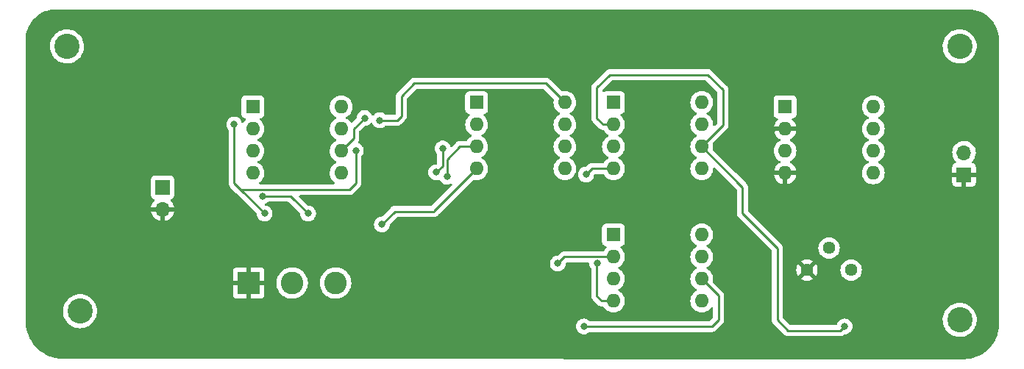
<source format=gbl>
G04 #@! TF.GenerationSoftware,KiCad,Pcbnew,(6.0.10)*
G04 #@! TF.CreationDate,2023-03-10T15:43:37+05:30*
G04 #@! TF.ProjectId,EDL,45444c2e-6b69-4636-9164-5f7063625858,rev?*
G04 #@! TF.SameCoordinates,Original*
G04 #@! TF.FileFunction,Copper,L2,Bot*
G04 #@! TF.FilePolarity,Positive*
%FSLAX46Y46*%
G04 Gerber Fmt 4.6, Leading zero omitted, Abs format (unit mm)*
G04 Created by KiCad (PCBNEW (6.0.10)) date 2023-03-10 15:43:37*
%MOMM*%
%LPD*%
G01*
G04 APERTURE LIST*
G04 #@! TA.AperFunction,ComponentPad*
%ADD10R,1.700000X1.700000*%
G04 #@! TD*
G04 #@! TA.AperFunction,ComponentPad*
%ADD11O,1.700000X1.700000*%
G04 #@! TD*
G04 #@! TA.AperFunction,ComponentPad*
%ADD12C,1.440000*%
G04 #@! TD*
G04 #@! TA.AperFunction,ComponentPad*
%ADD13R,1.600000X1.600000*%
G04 #@! TD*
G04 #@! TA.AperFunction,ComponentPad*
%ADD14O,1.600000X1.600000*%
G04 #@! TD*
G04 #@! TA.AperFunction,ComponentPad*
%ADD15C,2.900000*%
G04 #@! TD*
G04 #@! TA.AperFunction,ComponentPad*
%ADD16R,2.600000X2.600000*%
G04 #@! TD*
G04 #@! TA.AperFunction,ComponentPad*
%ADD17C,2.600000*%
G04 #@! TD*
G04 #@! TA.AperFunction,ViaPad*
%ADD18C,0.800000*%
G04 #@! TD*
G04 #@! TA.AperFunction,Conductor*
%ADD19C,0.250000*%
G04 #@! TD*
G04 APERTURE END LIST*
D10*
X163785000Y-78445000D03*
D11*
X163785000Y-75905000D03*
D12*
X150785000Y-89420000D03*
X148245000Y-86880000D03*
X145705000Y-89420000D03*
D13*
X123435000Y-85370000D03*
D14*
X123435000Y-87910000D03*
X123435000Y-90450000D03*
X123435000Y-92990000D03*
X133595000Y-92990000D03*
X133595000Y-90450000D03*
X133595000Y-87910000D03*
X133595000Y-85370000D03*
D13*
X107685000Y-70120000D03*
D14*
X107685000Y-72660000D03*
X107685000Y-75200000D03*
X107685000Y-77740000D03*
X117845000Y-77740000D03*
X117845000Y-75200000D03*
X117845000Y-72660000D03*
X117845000Y-70120000D03*
D13*
X143185000Y-70620000D03*
D14*
X143185000Y-73160000D03*
X143185000Y-75700000D03*
X143185000Y-78240000D03*
X153345000Y-78240000D03*
X153345000Y-75700000D03*
X153345000Y-73160000D03*
X153345000Y-70620000D03*
D13*
X123435000Y-70120000D03*
D14*
X123435000Y-72660000D03*
X123435000Y-75200000D03*
X123435000Y-77740000D03*
X133595000Y-77740000D03*
X133595000Y-75200000D03*
X133595000Y-72660000D03*
X133595000Y-70120000D03*
D15*
X62035000Y-94170000D03*
X60535000Y-63670000D03*
X163285000Y-63670000D03*
D16*
X81455000Y-90920000D03*
D17*
X86455000Y-90920000D03*
X91455000Y-90920000D03*
D15*
X163285000Y-95170000D03*
D13*
X81935000Y-70620000D03*
D14*
X81935000Y-73160000D03*
X81935000Y-75700000D03*
X81935000Y-78240000D03*
X92095000Y-78240000D03*
X92095000Y-75700000D03*
X92095000Y-73160000D03*
X92095000Y-70620000D03*
D10*
X71535000Y-79895000D03*
D11*
X71535000Y-82435000D03*
D18*
X103785000Y-75420000D03*
X103035000Y-78170000D03*
X142672299Y-81282701D03*
X141285000Y-82920000D03*
X83285000Y-82920000D03*
X96535000Y-72170000D03*
X79785000Y-72670000D03*
X93785000Y-75670000D03*
X94785000Y-71920000D03*
X104285000Y-78670000D03*
X117035000Y-88670000D03*
X150035000Y-95920000D03*
X120035000Y-95920000D03*
X88285000Y-82920000D03*
X121547299Y-88657701D03*
X120285000Y-78420000D03*
X96785000Y-84170000D03*
X83035000Y-80920000D03*
D19*
X103785000Y-77420000D02*
X103035000Y-78170000D01*
X103785000Y-75420000D02*
X103785000Y-77420000D01*
X141285000Y-82670000D02*
X142672299Y-81282701D01*
X143185000Y-73160000D02*
X142045000Y-73160000D01*
X142045000Y-73160000D02*
X141535000Y-73670000D01*
X141535000Y-77670000D02*
X142105000Y-78240000D01*
X141285000Y-82920000D02*
X141285000Y-82670000D01*
X142105000Y-78240000D02*
X143185000Y-78240000D01*
X141535000Y-73670000D02*
X141535000Y-77670000D01*
X98535000Y-72170000D02*
X99035000Y-71670000D01*
X93785000Y-79420000D02*
X93035000Y-80170000D01*
X99035000Y-71670000D02*
X99035000Y-69420000D01*
X99035000Y-69420000D02*
X100535000Y-67920000D01*
X100535000Y-67920000D02*
X115645000Y-67920000D01*
X80535000Y-80170000D02*
X79785000Y-79420000D01*
X93035000Y-80170000D02*
X80535000Y-80170000D01*
X79785000Y-79420000D02*
X79785000Y-72670000D01*
X93785000Y-75670000D02*
X93785000Y-79420000D01*
X83285000Y-82920000D02*
X80535000Y-80170000D01*
X115645000Y-67920000D02*
X117845000Y-70120000D01*
X96535000Y-72170000D02*
X98535000Y-72170000D01*
X93535000Y-74260000D02*
X92095000Y-75700000D01*
X93535000Y-73170000D02*
X93535000Y-74260000D01*
X94785000Y-71920000D02*
X93535000Y-73170000D01*
X105755000Y-75200000D02*
X107685000Y-75200000D01*
X104285000Y-78670000D02*
X104285000Y-76670000D01*
X104285000Y-76670000D02*
X105755000Y-75200000D01*
X117035000Y-88670000D02*
X117795000Y-87910000D01*
X117795000Y-87910000D02*
X123435000Y-87910000D01*
X122275000Y-72660000D02*
X123435000Y-72660000D01*
X133595000Y-75200000D02*
X136035000Y-72760000D01*
X121535000Y-68420000D02*
X121535000Y-71920000D01*
X136035000Y-72760000D02*
X136035000Y-68670000D01*
X143535000Y-96420000D02*
X149535000Y-96420000D01*
X142285000Y-86920000D02*
X142285000Y-95170000D01*
X136035000Y-68670000D02*
X134285000Y-66920000D01*
X138285000Y-79890000D02*
X138285000Y-82920000D01*
X133595000Y-75200000D02*
X138285000Y-79890000D01*
X123035000Y-66920000D02*
X121535000Y-68420000D01*
X142285000Y-95170000D02*
X143535000Y-96420000D01*
X149535000Y-96420000D02*
X150035000Y-95920000D01*
X138285000Y-82920000D02*
X142285000Y-86920000D01*
X121535000Y-71920000D02*
X122275000Y-72660000D01*
X134285000Y-66920000D02*
X123035000Y-66920000D01*
X133595000Y-90450000D02*
X135535000Y-92390000D01*
X135535000Y-92390000D02*
X135535000Y-95170000D01*
X134785000Y-95920000D02*
X120035000Y-95920000D01*
X135535000Y-95170000D02*
X134785000Y-95920000D01*
X120965000Y-77740000D02*
X123435000Y-77740000D01*
X122105000Y-92990000D02*
X123435000Y-92990000D01*
X98285000Y-82670000D02*
X102785000Y-82670000D01*
X102785000Y-82670000D02*
X102785000Y-82640000D01*
X102785000Y-82640000D02*
X107685000Y-77740000D01*
X86535000Y-81170000D02*
X86285000Y-80920000D01*
X121535000Y-92420000D02*
X122105000Y-92990000D01*
X86285000Y-80920000D02*
X83035000Y-80920000D01*
X121547299Y-88657701D02*
X121535000Y-88670000D01*
X121535000Y-88670000D02*
X121535000Y-92420000D01*
X88285000Y-82920000D02*
X86535000Y-81170000D01*
X120285000Y-78420000D02*
X120965000Y-77740000D01*
X96785000Y-84170000D02*
X98285000Y-82670000D01*
G04 #@! TA.AperFunction,Conductor*
G36*
X160495292Y-59428491D02*
G01*
X160495336Y-59428493D01*
X160495386Y-59428500D01*
X160536513Y-59428500D01*
X160571256Y-59428508D01*
X160571397Y-59428508D01*
X160571444Y-59428501D01*
X160571481Y-59428500D01*
X164712532Y-59428500D01*
X164713798Y-59428587D01*
X164715057Y-59428947D01*
X164720981Y-59428913D01*
X164734746Y-59428836D01*
X164757091Y-59430705D01*
X164999310Y-59472924D01*
X165050451Y-59481837D01*
X165062295Y-59484496D01*
X165377929Y-59571510D01*
X165389465Y-59575298D01*
X165695228Y-59692288D01*
X165706349Y-59697169D01*
X165999450Y-59843064D01*
X166010047Y-59848993D01*
X166192746Y-59963100D01*
X166287727Y-60022422D01*
X166297707Y-60029345D01*
X166557409Y-60228712D01*
X166566675Y-60236564D01*
X166686318Y-60348279D01*
X166805969Y-60460002D01*
X166814421Y-60468693D01*
X166907608Y-60574254D01*
X167031106Y-60714151D01*
X167038695Y-60723633D01*
X167230723Y-60988786D01*
X167237364Y-60998953D01*
X167402987Y-61281392D01*
X167408609Y-61292136D01*
X167546256Y-61589181D01*
X167550826Y-61600434D01*
X167659241Y-61909371D01*
X167662705Y-61921012D01*
X167740867Y-62238928D01*
X167743195Y-62250848D01*
X167789712Y-62570195D01*
X167790385Y-62574818D01*
X167791554Y-62586901D01*
X167805030Y-62866167D01*
X167805551Y-62876965D01*
X167804196Y-62902427D01*
X167802437Y-62913724D01*
X167803601Y-62922626D01*
X167806525Y-62944992D01*
X167807588Y-62961445D01*
X167776567Y-96098256D01*
X167776283Y-96102838D01*
X167775143Y-96107035D01*
X167775317Y-96116014D01*
X167775534Y-96127249D01*
X167774022Y-96149298D01*
X167725547Y-96456944D01*
X167723434Y-96470351D01*
X167721131Y-96481603D01*
X167647328Y-96773625D01*
X167634106Y-96825942D01*
X167630784Y-96836945D01*
X167512747Y-97171906D01*
X167508436Y-97182562D01*
X167450278Y-97309352D01*
X167369711Y-97484996D01*
X167360362Y-97505377D01*
X167355102Y-97515588D01*
X167278957Y-97648171D01*
X167178228Y-97823560D01*
X167172055Y-97833257D01*
X166967845Y-98123836D01*
X166960814Y-98132929D01*
X166730972Y-98403692D01*
X166723141Y-98412106D01*
X166469598Y-98660778D01*
X166461033Y-98668445D01*
X166185860Y-98892994D01*
X166176632Y-98899847D01*
X165882156Y-99098375D01*
X165872342Y-99104359D01*
X165560993Y-99275228D01*
X165550687Y-99280287D01*
X165225043Y-99422080D01*
X165214314Y-99426179D01*
X165042854Y-99482886D01*
X164877130Y-99537696D01*
X164866064Y-99540804D01*
X164753445Y-99566953D01*
X164520101Y-99621133D01*
X164508808Y-99623217D01*
X164277215Y-99655118D01*
X164156982Y-99671680D01*
X164145536Y-99672728D01*
X163828260Y-99687216D01*
X163803133Y-99685847D01*
X163791276Y-99684001D01*
X163759793Y-99688118D01*
X163743427Y-99689182D01*
X72273652Y-99664883D01*
X59589852Y-99661514D01*
X59567256Y-99659465D01*
X59562413Y-99658581D01*
X59230145Y-99597921D01*
X59219553Y-99595510D01*
X58857603Y-99496513D01*
X58847250Y-99493195D01*
X58654451Y-99422078D01*
X58495206Y-99363338D01*
X58485167Y-99359134D01*
X58145648Y-99199384D01*
X58136010Y-99194330D01*
X57811538Y-99005874D01*
X57802371Y-99000006D01*
X57659854Y-98899847D01*
X57495381Y-98784258D01*
X57486758Y-98777624D01*
X57347751Y-98660778D01*
X57199517Y-98536177D01*
X57191497Y-98528821D01*
X56926175Y-98263500D01*
X56918818Y-98255478D01*
X56677381Y-97968247D01*
X56670745Y-97959622D01*
X56454994Y-97652629D01*
X56449126Y-97643462D01*
X56260670Y-97318990D01*
X56255616Y-97309352D01*
X56095866Y-96969833D01*
X56091662Y-96959794D01*
X56024877Y-96778739D01*
X55961805Y-96607750D01*
X55958485Y-96597392D01*
X55956679Y-96590789D01*
X55859490Y-96235448D01*
X55857077Y-96224846D01*
X55845421Y-96160996D01*
X55815474Y-95996962D01*
X55796529Y-95893191D01*
X55794498Y-95868412D01*
X55794559Y-95864848D01*
X55794559Y-95864844D01*
X55794712Y-95855870D01*
X55793737Y-95852311D01*
X55793501Y-95848542D01*
X55793500Y-95133486D01*
X55793500Y-94108325D01*
X60072466Y-94108325D01*
X60083355Y-94385464D01*
X60133184Y-94658303D01*
X60134593Y-94662526D01*
X60210145Y-94888982D01*
X60220960Y-94921400D01*
X60222952Y-94925387D01*
X60222953Y-94925389D01*
X60326572Y-95132763D01*
X60344930Y-95169504D01*
X60502623Y-95397666D01*
X60505645Y-95400935D01*
X60687874Y-95598070D01*
X60687879Y-95598075D01*
X60690890Y-95601332D01*
X60905975Y-95776439D01*
X60909793Y-95778738D01*
X60909795Y-95778739D01*
X61139771Y-95917196D01*
X61143588Y-95919494D01*
X61147683Y-95921228D01*
X61147685Y-95921229D01*
X61394886Y-96025905D01*
X61394893Y-96025907D01*
X61398987Y-96027641D01*
X61497760Y-96053830D01*
X61662779Y-96097585D01*
X61662784Y-96097586D01*
X61667076Y-96098724D01*
X61671485Y-96099246D01*
X61671491Y-96099247D01*
X61851663Y-96120571D01*
X61942506Y-96131323D01*
X62219782Y-96124789D01*
X62348496Y-96103365D01*
X62488981Y-96079982D01*
X62488985Y-96079981D01*
X62493371Y-96079251D01*
X62497612Y-96077910D01*
X62497615Y-96077909D01*
X62753568Y-95996962D01*
X62753570Y-95996961D01*
X62757814Y-95995619D01*
X62761825Y-95993693D01*
X62761830Y-95993691D01*
X62915291Y-95920000D01*
X119121496Y-95920000D01*
X119122186Y-95926565D01*
X119138311Y-96079982D01*
X119141458Y-96109928D01*
X119200473Y-96291556D01*
X119295960Y-96456944D01*
X119300378Y-96461851D01*
X119300379Y-96461852D01*
X119382452Y-96553003D01*
X119423747Y-96598866D01*
X119578248Y-96711118D01*
X119584276Y-96713802D01*
X119584278Y-96713803D01*
X119724962Y-96776439D01*
X119752712Y-96788794D01*
X119846113Y-96808647D01*
X119933056Y-96827128D01*
X119933061Y-96827128D01*
X119939513Y-96828500D01*
X120130487Y-96828500D01*
X120136939Y-96827128D01*
X120136944Y-96827128D01*
X120223888Y-96808647D01*
X120317288Y-96788794D01*
X120345038Y-96776439D01*
X120485722Y-96713803D01*
X120485724Y-96713802D01*
X120491752Y-96711118D01*
X120646253Y-96598866D01*
X120650668Y-96593963D01*
X120655580Y-96589540D01*
X120656705Y-96590789D01*
X120710014Y-96557949D01*
X120743200Y-96553500D01*
X134706233Y-96553500D01*
X134717416Y-96554027D01*
X134724909Y-96555702D01*
X134732835Y-96555453D01*
X134732836Y-96555453D01*
X134792986Y-96553562D01*
X134796945Y-96553500D01*
X134824856Y-96553500D01*
X134828791Y-96553003D01*
X134828856Y-96552995D01*
X134840693Y-96552062D01*
X134872951Y-96551048D01*
X134876970Y-96550922D01*
X134884889Y-96550673D01*
X134904343Y-96545021D01*
X134923700Y-96541013D01*
X134935930Y-96539468D01*
X134935931Y-96539468D01*
X134943797Y-96538474D01*
X134951168Y-96535555D01*
X134951170Y-96535555D01*
X134984912Y-96522196D01*
X134996142Y-96518351D01*
X135030983Y-96508229D01*
X135030984Y-96508229D01*
X135038593Y-96506018D01*
X135045412Y-96501985D01*
X135045417Y-96501983D01*
X135056028Y-96495707D01*
X135073776Y-96487012D01*
X135092617Y-96479552D01*
X135128387Y-96453564D01*
X135138307Y-96447048D01*
X135169535Y-96428580D01*
X135169538Y-96428578D01*
X135176362Y-96424542D01*
X135190683Y-96410221D01*
X135205717Y-96397380D01*
X135222107Y-96385472D01*
X135250298Y-96351395D01*
X135258288Y-96342616D01*
X135927247Y-95673657D01*
X135935537Y-95666113D01*
X135942018Y-95662000D01*
X135988659Y-95612332D01*
X135991413Y-95609491D01*
X136011134Y-95589770D01*
X136013612Y-95586575D01*
X136021318Y-95577553D01*
X136046158Y-95551101D01*
X136051586Y-95545321D01*
X136061346Y-95527568D01*
X136072199Y-95511045D01*
X136079753Y-95501306D01*
X136084613Y-95495041D01*
X136102176Y-95454457D01*
X136107383Y-95443827D01*
X136128695Y-95405060D01*
X136130666Y-95397383D01*
X136130668Y-95397378D01*
X136133732Y-95385442D01*
X136140138Y-95366730D01*
X136145033Y-95355419D01*
X136148181Y-95348145D01*
X136149421Y-95340317D01*
X136149423Y-95340310D01*
X136155099Y-95304476D01*
X136157505Y-95292856D01*
X136166528Y-95257711D01*
X136166528Y-95257710D01*
X136168500Y-95250030D01*
X136168500Y-95229776D01*
X136170051Y-95210065D01*
X136171980Y-95197886D01*
X136173220Y-95190057D01*
X136169059Y-95146038D01*
X136168500Y-95134181D01*
X136168500Y-92468767D01*
X136169027Y-92457584D01*
X136170702Y-92450091D01*
X136168562Y-92382014D01*
X136168500Y-92378055D01*
X136168500Y-92350144D01*
X136167995Y-92346144D01*
X136167062Y-92334301D01*
X136166888Y-92328743D01*
X136165673Y-92290110D01*
X136160022Y-92270658D01*
X136156014Y-92251306D01*
X136154467Y-92239063D01*
X136153474Y-92231203D01*
X136150556Y-92223832D01*
X136137200Y-92190097D01*
X136133355Y-92178870D01*
X136132721Y-92176687D01*
X136121018Y-92136407D01*
X136116984Y-92129585D01*
X136116981Y-92129579D01*
X136110706Y-92118968D01*
X136102010Y-92101218D01*
X136097472Y-92089756D01*
X136097469Y-92089751D01*
X136094552Y-92082383D01*
X136068573Y-92046625D01*
X136062057Y-92036707D01*
X136043575Y-92005457D01*
X136039542Y-91998637D01*
X136025218Y-91984313D01*
X136012376Y-91969278D01*
X136000472Y-91952893D01*
X135966406Y-91924711D01*
X135957627Y-91916722D01*
X134904152Y-90863247D01*
X134870126Y-90800935D01*
X134871540Y-90741541D01*
X134888543Y-90678087D01*
X134908498Y-90450000D01*
X134888543Y-90221913D01*
X134849340Y-90075607D01*
X134830707Y-90006067D01*
X134830706Y-90006065D01*
X134829284Y-90000757D01*
X134826961Y-89995775D01*
X134734849Y-89798238D01*
X134734846Y-89798233D01*
X134732523Y-89793251D01*
X134639351Y-89660188D01*
X134604357Y-89610211D01*
X134604355Y-89610208D01*
X134601198Y-89605700D01*
X134439300Y-89443802D01*
X134434792Y-89440645D01*
X134434789Y-89440643D01*
X134309263Y-89352749D01*
X134251749Y-89312477D01*
X134246767Y-89310154D01*
X134246762Y-89310151D01*
X134212543Y-89294195D01*
X134159258Y-89247278D01*
X134139797Y-89179001D01*
X134160339Y-89111041D01*
X134212543Y-89065805D01*
X134246762Y-89049849D01*
X134246767Y-89049846D01*
X134251749Y-89047523D01*
X134356611Y-88974098D01*
X134434789Y-88919357D01*
X134434792Y-88919355D01*
X134439300Y-88916198D01*
X134601198Y-88754300D01*
X134732523Y-88566749D01*
X134734846Y-88561767D01*
X134734849Y-88561762D01*
X134826961Y-88364225D01*
X134826961Y-88364224D01*
X134829284Y-88359243D01*
X134831219Y-88352024D01*
X134887119Y-88143402D01*
X134887119Y-88143400D01*
X134888543Y-88138087D01*
X134908498Y-87910000D01*
X134888543Y-87681913D01*
X134838887Y-87496596D01*
X134830707Y-87466067D01*
X134830706Y-87466065D01*
X134829284Y-87460757D01*
X134819544Y-87439870D01*
X134734849Y-87258238D01*
X134734846Y-87258233D01*
X134732523Y-87253251D01*
X134624835Y-87099457D01*
X134604357Y-87070211D01*
X134604355Y-87070208D01*
X134601198Y-87065700D01*
X134439300Y-86903802D01*
X134434792Y-86900645D01*
X134434789Y-86900643D01*
X134356611Y-86845902D01*
X134251749Y-86772477D01*
X134246767Y-86770154D01*
X134246762Y-86770151D01*
X134212543Y-86754195D01*
X134159258Y-86707278D01*
X134139797Y-86639001D01*
X134160339Y-86571041D01*
X134212543Y-86525805D01*
X134246762Y-86509849D01*
X134246767Y-86509846D01*
X134251749Y-86507523D01*
X134393458Y-86408297D01*
X134434789Y-86379357D01*
X134434792Y-86379355D01*
X134439300Y-86376198D01*
X134601198Y-86214300D01*
X134732523Y-86026749D01*
X134734846Y-86021767D01*
X134734849Y-86021762D01*
X134826961Y-85824225D01*
X134826961Y-85824224D01*
X134829284Y-85819243D01*
X134831219Y-85812024D01*
X134887119Y-85603402D01*
X134887119Y-85603400D01*
X134888543Y-85598087D01*
X134908498Y-85370000D01*
X134888543Y-85141913D01*
X134887119Y-85136598D01*
X134830707Y-84926067D01*
X134830706Y-84926065D01*
X134829284Y-84920757D01*
X134793471Y-84843955D01*
X134734849Y-84718238D01*
X134734846Y-84718233D01*
X134732523Y-84713251D01*
X134601198Y-84525700D01*
X134439300Y-84363802D01*
X134434792Y-84360645D01*
X134434789Y-84360643D01*
X134356611Y-84305902D01*
X134251749Y-84232477D01*
X134246767Y-84230154D01*
X134246762Y-84230151D01*
X134049225Y-84138039D01*
X134049224Y-84138039D01*
X134044243Y-84135716D01*
X134038935Y-84134294D01*
X134038933Y-84134293D01*
X133828402Y-84077881D01*
X133828400Y-84077881D01*
X133823087Y-84076457D01*
X133595000Y-84056502D01*
X133366913Y-84076457D01*
X133361600Y-84077881D01*
X133361598Y-84077881D01*
X133151067Y-84134293D01*
X133151065Y-84134294D01*
X133145757Y-84135716D01*
X133140776Y-84138039D01*
X133140775Y-84138039D01*
X132943238Y-84230151D01*
X132943233Y-84230154D01*
X132938251Y-84232477D01*
X132833389Y-84305902D01*
X132755211Y-84360643D01*
X132755208Y-84360645D01*
X132750700Y-84363802D01*
X132588802Y-84525700D01*
X132457477Y-84713251D01*
X132455154Y-84718233D01*
X132455151Y-84718238D01*
X132396529Y-84843955D01*
X132360716Y-84920757D01*
X132359294Y-84926065D01*
X132359293Y-84926067D01*
X132302881Y-85136598D01*
X132301457Y-85141913D01*
X132281502Y-85370000D01*
X132301457Y-85598087D01*
X132302881Y-85603400D01*
X132302881Y-85603402D01*
X132358782Y-85812024D01*
X132360716Y-85819243D01*
X132363039Y-85824224D01*
X132363039Y-85824225D01*
X132455151Y-86021762D01*
X132455154Y-86021767D01*
X132457477Y-86026749D01*
X132588802Y-86214300D01*
X132750700Y-86376198D01*
X132755208Y-86379355D01*
X132755211Y-86379357D01*
X132796542Y-86408297D01*
X132938251Y-86507523D01*
X132943233Y-86509846D01*
X132943238Y-86509849D01*
X132977457Y-86525805D01*
X133030742Y-86572722D01*
X133050203Y-86640999D01*
X133029661Y-86708959D01*
X132977457Y-86754195D01*
X132943238Y-86770151D01*
X132943233Y-86770154D01*
X132938251Y-86772477D01*
X132833389Y-86845902D01*
X132755211Y-86900643D01*
X132755208Y-86900645D01*
X132750700Y-86903802D01*
X132588802Y-87065700D01*
X132585645Y-87070208D01*
X132585643Y-87070211D01*
X132565165Y-87099457D01*
X132457477Y-87253251D01*
X132455154Y-87258233D01*
X132455151Y-87258238D01*
X132370456Y-87439870D01*
X132360716Y-87460757D01*
X132359294Y-87466065D01*
X132359293Y-87466067D01*
X132351113Y-87496596D01*
X132301457Y-87681913D01*
X132281502Y-87910000D01*
X132301457Y-88138087D01*
X132302881Y-88143400D01*
X132302881Y-88143402D01*
X132358782Y-88352024D01*
X132360716Y-88359243D01*
X132363039Y-88364224D01*
X132363039Y-88364225D01*
X132455151Y-88561762D01*
X132455154Y-88561767D01*
X132457477Y-88566749D01*
X132588802Y-88754300D01*
X132750700Y-88916198D01*
X132755208Y-88919355D01*
X132755211Y-88919357D01*
X132833389Y-88974098D01*
X132938251Y-89047523D01*
X132943233Y-89049846D01*
X132943238Y-89049849D01*
X132977457Y-89065805D01*
X133030742Y-89112722D01*
X133050203Y-89180999D01*
X133029661Y-89248959D01*
X132977457Y-89294195D01*
X132943238Y-89310151D01*
X132943233Y-89310154D01*
X132938251Y-89312477D01*
X132880737Y-89352749D01*
X132755211Y-89440643D01*
X132755208Y-89440645D01*
X132750700Y-89443802D01*
X132588802Y-89605700D01*
X132585645Y-89610208D01*
X132585643Y-89610211D01*
X132550649Y-89660188D01*
X132457477Y-89793251D01*
X132455154Y-89798233D01*
X132455151Y-89798238D01*
X132363039Y-89995775D01*
X132360716Y-90000757D01*
X132359294Y-90006065D01*
X132359293Y-90006067D01*
X132340660Y-90075607D01*
X132301457Y-90221913D01*
X132281502Y-90450000D01*
X132301457Y-90678087D01*
X132302880Y-90683398D01*
X132302881Y-90683402D01*
X132318460Y-90741541D01*
X132360716Y-90899243D01*
X132363039Y-90904224D01*
X132363039Y-90904225D01*
X132455151Y-91101762D01*
X132455154Y-91101767D01*
X132457477Y-91106749D01*
X132484684Y-91145604D01*
X132585640Y-91289784D01*
X132588802Y-91294300D01*
X132750700Y-91456198D01*
X132755208Y-91459355D01*
X132755211Y-91459357D01*
X132833389Y-91514098D01*
X132938251Y-91587523D01*
X132943233Y-91589846D01*
X132943238Y-91589849D01*
X132977457Y-91605805D01*
X133030742Y-91652722D01*
X133050203Y-91720999D01*
X133029661Y-91788959D01*
X132977457Y-91834195D01*
X132943238Y-91850151D01*
X132943233Y-91850154D01*
X132938251Y-91852477D01*
X132878335Y-91894431D01*
X132755211Y-91980643D01*
X132755208Y-91980645D01*
X132750700Y-91983802D01*
X132588802Y-92145700D01*
X132585645Y-92150208D01*
X132585643Y-92150211D01*
X132546062Y-92206739D01*
X132457477Y-92333251D01*
X132455154Y-92338233D01*
X132455151Y-92338238D01*
X132365498Y-92530502D01*
X132360716Y-92540757D01*
X132359294Y-92546065D01*
X132359293Y-92546067D01*
X132310643Y-92727629D01*
X132301457Y-92761913D01*
X132281502Y-92990000D01*
X132301457Y-93218087D01*
X132302881Y-93223400D01*
X132302881Y-93223402D01*
X132349008Y-93395547D01*
X132360716Y-93439243D01*
X132363039Y-93444224D01*
X132363039Y-93444225D01*
X132455151Y-93641762D01*
X132455154Y-93641767D01*
X132457477Y-93646749D01*
X132588802Y-93834300D01*
X132750700Y-93996198D01*
X132755208Y-93999355D01*
X132755211Y-93999357D01*
X132833389Y-94054098D01*
X132938251Y-94127523D01*
X132943233Y-94129846D01*
X132943238Y-94129849D01*
X133036253Y-94173222D01*
X133145757Y-94224284D01*
X133151065Y-94225706D01*
X133151067Y-94225707D01*
X133361598Y-94282119D01*
X133361600Y-94282119D01*
X133366913Y-94283543D01*
X133595000Y-94303498D01*
X133823087Y-94283543D01*
X133828400Y-94282119D01*
X133828402Y-94282119D01*
X134038933Y-94225707D01*
X134038935Y-94225706D01*
X134044243Y-94224284D01*
X134153747Y-94173222D01*
X134246762Y-94129849D01*
X134246767Y-94129846D01*
X134251749Y-94127523D01*
X134356611Y-94054098D01*
X134434789Y-93999357D01*
X134434792Y-93999355D01*
X134439300Y-93996198D01*
X134601198Y-93834300D01*
X134672286Y-93732775D01*
X134727744Y-93688447D01*
X134798364Y-93681138D01*
X134861724Y-93713169D01*
X134897709Y-93774370D01*
X134901500Y-93805046D01*
X134901500Y-94855405D01*
X134881498Y-94923526D01*
X134864595Y-94944500D01*
X134559500Y-95249595D01*
X134497188Y-95283621D01*
X134470405Y-95286500D01*
X120743200Y-95286500D01*
X120675079Y-95266498D01*
X120655853Y-95250157D01*
X120655580Y-95250460D01*
X120650668Y-95246037D01*
X120646253Y-95241134D01*
X120597747Y-95205892D01*
X120497094Y-95132763D01*
X120497093Y-95132762D01*
X120491752Y-95128882D01*
X120485724Y-95126198D01*
X120485722Y-95126197D01*
X120323319Y-95053891D01*
X120323318Y-95053891D01*
X120317288Y-95051206D01*
X120223888Y-95031353D01*
X120136944Y-95012872D01*
X120136939Y-95012872D01*
X120130487Y-95011500D01*
X119939513Y-95011500D01*
X119933061Y-95012872D01*
X119933056Y-95012872D01*
X119846112Y-95031353D01*
X119752712Y-95051206D01*
X119746682Y-95053891D01*
X119746681Y-95053891D01*
X119584278Y-95126197D01*
X119584276Y-95126198D01*
X119578248Y-95128882D01*
X119572907Y-95132762D01*
X119572906Y-95132763D01*
X119527815Y-95165524D01*
X119423747Y-95241134D01*
X119419326Y-95246044D01*
X119419325Y-95246045D01*
X119302464Y-95375833D01*
X119295960Y-95383056D01*
X119292659Y-95388774D01*
X119209382Y-95533014D01*
X119200473Y-95548444D01*
X119141458Y-95730072D01*
X119140768Y-95736633D01*
X119140768Y-95736635D01*
X119135527Y-95786500D01*
X119121496Y-95920000D01*
X62915291Y-95920000D01*
X63003816Y-95877491D01*
X63003817Y-95877490D01*
X63007835Y-95875561D01*
X63171059Y-95766498D01*
X63234737Y-95723950D01*
X63234741Y-95723947D01*
X63238445Y-95721472D01*
X63445043Y-95536427D01*
X63456072Y-95523307D01*
X63525234Y-95441028D01*
X63623507Y-95324118D01*
X63770276Y-95088782D01*
X63882422Y-94835113D01*
X63957707Y-94568173D01*
X63982845Y-94381015D01*
X63994201Y-94296471D01*
X63994202Y-94296463D01*
X63994628Y-94293289D01*
X63998503Y-94170000D01*
X63978914Y-93893340D01*
X63970022Y-93852035D01*
X63921476Y-93626547D01*
X63921475Y-93626545D01*
X63920540Y-93622200D01*
X63824543Y-93361990D01*
X63796659Y-93310311D01*
X63694953Y-93121818D01*
X63692840Y-93117902D01*
X63528059Y-92894807D01*
X63524940Y-92891638D01*
X63524936Y-92891634D01*
X63402631Y-92767393D01*
X63333488Y-92697155D01*
X63311556Y-92680417D01*
X63116553Y-92531595D01*
X63116549Y-92531592D01*
X63113008Y-92528890D01*
X62871019Y-92393369D01*
X62866870Y-92391764D01*
X62866866Y-92391762D01*
X62711664Y-92331720D01*
X62612349Y-92293298D01*
X62608024Y-92292295D01*
X62608019Y-92292294D01*
X62488836Y-92264669D01*
X79647001Y-92264669D01*
X79647371Y-92271490D01*
X79652895Y-92322352D01*
X79656521Y-92337604D01*
X79701676Y-92458054D01*
X79710214Y-92473649D01*
X79786715Y-92575724D01*
X79799276Y-92588285D01*
X79901351Y-92664786D01*
X79916946Y-92673324D01*
X80037394Y-92718478D01*
X80052649Y-92722105D01*
X80103514Y-92727631D01*
X80110328Y-92728000D01*
X81182885Y-92728000D01*
X81198124Y-92723525D01*
X81199329Y-92722135D01*
X81201000Y-92714452D01*
X81201000Y-92709884D01*
X81709000Y-92709884D01*
X81713475Y-92725123D01*
X81714865Y-92726328D01*
X81722548Y-92727999D01*
X82799669Y-92727999D01*
X82806490Y-92727629D01*
X82857352Y-92722105D01*
X82872604Y-92718479D01*
X82993054Y-92673324D01*
X83008649Y-92664786D01*
X83110724Y-92588285D01*
X83123285Y-92575724D01*
X83199786Y-92473649D01*
X83208324Y-92458054D01*
X83253478Y-92337606D01*
X83257105Y-92322351D01*
X83262631Y-92271486D01*
X83263000Y-92264672D01*
X83263000Y-91192115D01*
X83258525Y-91176876D01*
X83257135Y-91175671D01*
X83249452Y-91174000D01*
X81727115Y-91174000D01*
X81711876Y-91178475D01*
X81710671Y-91179865D01*
X81709000Y-91187548D01*
X81709000Y-92709884D01*
X81201000Y-92709884D01*
X81201000Y-91192115D01*
X81196525Y-91176876D01*
X81195135Y-91175671D01*
X81187452Y-91174000D01*
X79665116Y-91174000D01*
X79649877Y-91178475D01*
X79648672Y-91179865D01*
X79647001Y-91187548D01*
X79647001Y-92264669D01*
X62488836Y-92264669D01*
X62473598Y-92261137D01*
X62342160Y-92230671D01*
X62065841Y-92206739D01*
X62061406Y-92206983D01*
X62061402Y-92206983D01*
X61793351Y-92221735D01*
X61793344Y-92221736D01*
X61788908Y-92221980D01*
X61653917Y-92248831D01*
X61521256Y-92275219D01*
X61521251Y-92275220D01*
X61516884Y-92276089D01*
X61512681Y-92277565D01*
X61259407Y-92366508D01*
X61259404Y-92366509D01*
X61255199Y-92367986D01*
X61251246Y-92370039D01*
X61251240Y-92370042D01*
X61132072Y-92431945D01*
X61009073Y-92495838D01*
X61005458Y-92498421D01*
X61005452Y-92498425D01*
X60892983Y-92578797D01*
X60783416Y-92657095D01*
X60709088Y-92728000D01*
X60590931Y-92840717D01*
X60582732Y-92848538D01*
X60411025Y-93066348D01*
X60408793Y-93070190D01*
X60408790Y-93070195D01*
X60273958Y-93302324D01*
X60273955Y-93302330D01*
X60271720Y-93306178D01*
X60270046Y-93310311D01*
X60169271Y-93559112D01*
X60169268Y-93559120D01*
X60167598Y-93563244D01*
X60100735Y-93832417D01*
X60072466Y-94108325D01*
X55793500Y-94108325D01*
X55793500Y-90872526D01*
X84642050Y-90872526D01*
X84642274Y-90877192D01*
X84642274Y-90877197D01*
X84644179Y-90916851D01*
X84654947Y-91141019D01*
X84707388Y-91404656D01*
X84798220Y-91657646D01*
X84800432Y-91661762D01*
X84800433Y-91661765D01*
X84831187Y-91719001D01*
X84925450Y-91894431D01*
X84928241Y-91898168D01*
X84928245Y-91898175D01*
X84992186Y-91983802D01*
X85086281Y-92109810D01*
X85089590Y-92113090D01*
X85089595Y-92113096D01*
X85273863Y-92295762D01*
X85277180Y-92299050D01*
X85280942Y-92301808D01*
X85280945Y-92301811D01*
X85453027Y-92427986D01*
X85493954Y-92457995D01*
X85498089Y-92460171D01*
X85498093Y-92460173D01*
X85727698Y-92580975D01*
X85731840Y-92583154D01*
X85869257Y-92631142D01*
X85952373Y-92660167D01*
X85985613Y-92671775D01*
X85990206Y-92672647D01*
X86245109Y-92721042D01*
X86245112Y-92721042D01*
X86249698Y-92721913D01*
X86377370Y-92726929D01*
X86513625Y-92732283D01*
X86513630Y-92732283D01*
X86518293Y-92732466D01*
X86622607Y-92721042D01*
X86780844Y-92703713D01*
X86780850Y-92703712D01*
X86785497Y-92703203D01*
X86898985Y-92673324D01*
X87040918Y-92635956D01*
X87040920Y-92635955D01*
X87045441Y-92634765D01*
X87053874Y-92631142D01*
X87288120Y-92530502D01*
X87288122Y-92530501D01*
X87292414Y-92528657D01*
X87507518Y-92395547D01*
X87517017Y-92389669D01*
X87517021Y-92389666D01*
X87520990Y-92387210D01*
X87726149Y-92213530D01*
X87903382Y-92011434D01*
X87911614Y-91998637D01*
X88046269Y-91789291D01*
X88048797Y-91785361D01*
X88159199Y-91540278D01*
X88196209Y-91409051D01*
X88230893Y-91286072D01*
X88230894Y-91286069D01*
X88232163Y-91281568D01*
X88250043Y-91141019D01*
X88265688Y-91018045D01*
X88265688Y-91018041D01*
X88266086Y-91014915D01*
X88268571Y-90920000D01*
X88265043Y-90872526D01*
X89642050Y-90872526D01*
X89642274Y-90877192D01*
X89642274Y-90877197D01*
X89644179Y-90916851D01*
X89654947Y-91141019D01*
X89707388Y-91404656D01*
X89798220Y-91657646D01*
X89800432Y-91661762D01*
X89800433Y-91661765D01*
X89831187Y-91719001D01*
X89925450Y-91894431D01*
X89928241Y-91898168D01*
X89928245Y-91898175D01*
X89992186Y-91983802D01*
X90086281Y-92109810D01*
X90089590Y-92113090D01*
X90089595Y-92113096D01*
X90273863Y-92295762D01*
X90277180Y-92299050D01*
X90280942Y-92301808D01*
X90280945Y-92301811D01*
X90453027Y-92427986D01*
X90493954Y-92457995D01*
X90498089Y-92460171D01*
X90498093Y-92460173D01*
X90727698Y-92580975D01*
X90731840Y-92583154D01*
X90869257Y-92631142D01*
X90952373Y-92660167D01*
X90985613Y-92671775D01*
X90990206Y-92672647D01*
X91245109Y-92721042D01*
X91245112Y-92721042D01*
X91249698Y-92721913D01*
X91377370Y-92726929D01*
X91513625Y-92732283D01*
X91513630Y-92732283D01*
X91518293Y-92732466D01*
X91622607Y-92721042D01*
X91780844Y-92703713D01*
X91780850Y-92703712D01*
X91785497Y-92703203D01*
X91898985Y-92673324D01*
X92040918Y-92635956D01*
X92040920Y-92635955D01*
X92045441Y-92634765D01*
X92053874Y-92631142D01*
X92288120Y-92530502D01*
X92288122Y-92530501D01*
X92292414Y-92528657D01*
X92507518Y-92395547D01*
X92517017Y-92389669D01*
X92517021Y-92389666D01*
X92520990Y-92387210D01*
X92726149Y-92213530D01*
X92903382Y-92011434D01*
X92911614Y-91998637D01*
X93046269Y-91789291D01*
X93048797Y-91785361D01*
X93159199Y-91540278D01*
X93196209Y-91409051D01*
X93230893Y-91286072D01*
X93230894Y-91286069D01*
X93232163Y-91281568D01*
X93250043Y-91141019D01*
X93265688Y-91018045D01*
X93265688Y-91018041D01*
X93266086Y-91014915D01*
X93268571Y-90920000D01*
X93248650Y-90651937D01*
X93247619Y-90647379D01*
X93190361Y-90394331D01*
X93190360Y-90394326D01*
X93189327Y-90389763D01*
X93091902Y-90139238D01*
X92958518Y-89905864D01*
X92792105Y-89694769D01*
X92596317Y-89510591D01*
X92410877Y-89381946D01*
X92379299Y-89360039D01*
X92379296Y-89360037D01*
X92375457Y-89357374D01*
X92371264Y-89355306D01*
X92138564Y-89240551D01*
X92138561Y-89240550D01*
X92134376Y-89238486D01*
X92086745Y-89223239D01*
X92032446Y-89205858D01*
X91878370Y-89156538D01*
X91873763Y-89155788D01*
X91873760Y-89155787D01*
X91617674Y-89114081D01*
X91617675Y-89114081D01*
X91613063Y-89113330D01*
X91482719Y-89111624D01*
X91348961Y-89109873D01*
X91348958Y-89109873D01*
X91344284Y-89109812D01*
X91077937Y-89146060D01*
X90819874Y-89221278D01*
X90575763Y-89333815D01*
X90546884Y-89352749D01*
X90354881Y-89478631D01*
X90354876Y-89478635D01*
X90350968Y-89481197D01*
X90286436Y-89538794D01*
X90161730Y-89650099D01*
X90150426Y-89660188D01*
X89978544Y-89866854D01*
X89839096Y-90096656D01*
X89837287Y-90100970D01*
X89837285Y-90100974D01*
X89784274Y-90227393D01*
X89735148Y-90344545D01*
X89668981Y-90605077D01*
X89642050Y-90872526D01*
X88265043Y-90872526D01*
X88248650Y-90651937D01*
X88247619Y-90647379D01*
X88190361Y-90394331D01*
X88190360Y-90394326D01*
X88189327Y-90389763D01*
X88091902Y-90139238D01*
X87958518Y-89905864D01*
X87792105Y-89694769D01*
X87596317Y-89510591D01*
X87410877Y-89381946D01*
X87379299Y-89360039D01*
X87379296Y-89360037D01*
X87375457Y-89357374D01*
X87371264Y-89355306D01*
X87138564Y-89240551D01*
X87138561Y-89240550D01*
X87134376Y-89238486D01*
X87086745Y-89223239D01*
X87032446Y-89205858D01*
X86878370Y-89156538D01*
X86873763Y-89155788D01*
X86873760Y-89155787D01*
X86617674Y-89114081D01*
X86617675Y-89114081D01*
X86613063Y-89113330D01*
X86482719Y-89111624D01*
X86348961Y-89109873D01*
X86348958Y-89109873D01*
X86344284Y-89109812D01*
X86077937Y-89146060D01*
X85819874Y-89221278D01*
X85575763Y-89333815D01*
X85546884Y-89352749D01*
X85354881Y-89478631D01*
X85354876Y-89478635D01*
X85350968Y-89481197D01*
X85286436Y-89538794D01*
X85161730Y-89650099D01*
X85150426Y-89660188D01*
X84978544Y-89866854D01*
X84839096Y-90096656D01*
X84837287Y-90100970D01*
X84837285Y-90100974D01*
X84784274Y-90227393D01*
X84735148Y-90344545D01*
X84668981Y-90605077D01*
X84642050Y-90872526D01*
X55793500Y-90872526D01*
X55793500Y-90647885D01*
X79647000Y-90647885D01*
X79651475Y-90663124D01*
X79652865Y-90664329D01*
X79660548Y-90666000D01*
X81182885Y-90666000D01*
X81198124Y-90661525D01*
X81199329Y-90660135D01*
X81201000Y-90652452D01*
X81201000Y-90647885D01*
X81709000Y-90647885D01*
X81713475Y-90663124D01*
X81714865Y-90664329D01*
X81722548Y-90666000D01*
X83244884Y-90666000D01*
X83260123Y-90661525D01*
X83261328Y-90660135D01*
X83262999Y-90652452D01*
X83262999Y-89575331D01*
X83262629Y-89568510D01*
X83257105Y-89517648D01*
X83253479Y-89502396D01*
X83208324Y-89381946D01*
X83199786Y-89366351D01*
X83123285Y-89264276D01*
X83110724Y-89251715D01*
X83008649Y-89175214D01*
X82993054Y-89166676D01*
X82872606Y-89121522D01*
X82857351Y-89117895D01*
X82806486Y-89112369D01*
X82799672Y-89112000D01*
X81727115Y-89112000D01*
X81711876Y-89116475D01*
X81710671Y-89117865D01*
X81709000Y-89125548D01*
X81709000Y-90647885D01*
X81201000Y-90647885D01*
X81201000Y-89130116D01*
X81196525Y-89114877D01*
X81195135Y-89113672D01*
X81187452Y-89112001D01*
X80110331Y-89112001D01*
X80103510Y-89112371D01*
X80052648Y-89117895D01*
X80037396Y-89121521D01*
X79916946Y-89166676D01*
X79901351Y-89175214D01*
X79799276Y-89251715D01*
X79786715Y-89264276D01*
X79710214Y-89366351D01*
X79701676Y-89381946D01*
X79656522Y-89502394D01*
X79652895Y-89517649D01*
X79647369Y-89568514D01*
X79647000Y-89575328D01*
X79647000Y-90647885D01*
X55793500Y-90647885D01*
X55793500Y-88670000D01*
X116121496Y-88670000D01*
X116122186Y-88676565D01*
X116139476Y-88841066D01*
X116141458Y-88859928D01*
X116200473Y-89041556D01*
X116295960Y-89206944D01*
X116300378Y-89211851D01*
X116300379Y-89211852D01*
X116326220Y-89240551D01*
X116423747Y-89348866D01*
X116517572Y-89417034D01*
X116554415Y-89443802D01*
X116578248Y-89461118D01*
X116584276Y-89463802D01*
X116584278Y-89463803D01*
X116705217Y-89517648D01*
X116752712Y-89538794D01*
X116846112Y-89558647D01*
X116933056Y-89577128D01*
X116933061Y-89577128D01*
X116939513Y-89578500D01*
X117130487Y-89578500D01*
X117136939Y-89577128D01*
X117136944Y-89577128D01*
X117223888Y-89558647D01*
X117317288Y-89538794D01*
X117364783Y-89517648D01*
X117485722Y-89463803D01*
X117485724Y-89463802D01*
X117491752Y-89461118D01*
X117515586Y-89443802D01*
X117552428Y-89417034D01*
X117646253Y-89348866D01*
X117743780Y-89240551D01*
X117769621Y-89211852D01*
X117769622Y-89211851D01*
X117774040Y-89206944D01*
X117869527Y-89041556D01*
X117928542Y-88859928D01*
X117930525Y-88841066D01*
X117945907Y-88694707D01*
X117972920Y-88629050D01*
X117982122Y-88618782D01*
X118020499Y-88580405D01*
X118082811Y-88546379D01*
X118109594Y-88543500D01*
X120508485Y-88543500D01*
X120576606Y-88563502D01*
X120623099Y-88617158D01*
X120631960Y-88657894D01*
X120633795Y-88657701D01*
X120653757Y-88847629D01*
X120712772Y-89029257D01*
X120716075Y-89034979D01*
X120716076Y-89034980D01*
X120733873Y-89065805D01*
X120808259Y-89194645D01*
X120812677Y-89199552D01*
X120812678Y-89199553D01*
X120869136Y-89262256D01*
X120899854Y-89326263D01*
X120901500Y-89346566D01*
X120901500Y-92341233D01*
X120900973Y-92352416D01*
X120899298Y-92359909D01*
X120899547Y-92367835D01*
X120899547Y-92367836D01*
X120901438Y-92427986D01*
X120901500Y-92431945D01*
X120901500Y-92459856D01*
X120901997Y-92463790D01*
X120901997Y-92463791D01*
X120902005Y-92463856D01*
X120902938Y-92475693D01*
X120904327Y-92519889D01*
X120909978Y-92539339D01*
X120913987Y-92558700D01*
X120916526Y-92578797D01*
X120919445Y-92586168D01*
X120919445Y-92586170D01*
X120932804Y-92619912D01*
X120936649Y-92631142D01*
X120948982Y-92673593D01*
X120953015Y-92680412D01*
X120953017Y-92680417D01*
X120959293Y-92691028D01*
X120967988Y-92708776D01*
X120975448Y-92727617D01*
X120980110Y-92734033D01*
X120980110Y-92734034D01*
X121001436Y-92763387D01*
X121007952Y-92773307D01*
X121030458Y-92811362D01*
X121044779Y-92825683D01*
X121057619Y-92840716D01*
X121069528Y-92857107D01*
X121101413Y-92883484D01*
X121103593Y-92885288D01*
X121112374Y-92893278D01*
X121601353Y-93382258D01*
X121608887Y-93390537D01*
X121613000Y-93397018D01*
X121662651Y-93443643D01*
X121665493Y-93446398D01*
X121685230Y-93466135D01*
X121688427Y-93468615D01*
X121697447Y-93476318D01*
X121729679Y-93506586D01*
X121736625Y-93510405D01*
X121736628Y-93510407D01*
X121747434Y-93516348D01*
X121763953Y-93527199D01*
X121779959Y-93539614D01*
X121787228Y-93542759D01*
X121787232Y-93542762D01*
X121820537Y-93557174D01*
X121831187Y-93562391D01*
X121869940Y-93583695D01*
X121877615Y-93585666D01*
X121877616Y-93585666D01*
X121889562Y-93588733D01*
X121908267Y-93595137D01*
X121926855Y-93603181D01*
X121934678Y-93604420D01*
X121934688Y-93604423D01*
X121970524Y-93610099D01*
X121982144Y-93612505D01*
X122003649Y-93618026D01*
X122024970Y-93623500D01*
X122045224Y-93623500D01*
X122064934Y-93625051D01*
X122084943Y-93628220D01*
X122092835Y-93627474D01*
X122128961Y-93624059D01*
X122140819Y-93623500D01*
X122215606Y-93623500D01*
X122283727Y-93643502D01*
X122318819Y-93677229D01*
X122343985Y-93713169D01*
X122428802Y-93834300D01*
X122590700Y-93996198D01*
X122595208Y-93999355D01*
X122595211Y-93999357D01*
X122673389Y-94054098D01*
X122778251Y-94127523D01*
X122783233Y-94129846D01*
X122783238Y-94129849D01*
X122876253Y-94173222D01*
X122985757Y-94224284D01*
X122991065Y-94225706D01*
X122991067Y-94225707D01*
X123201598Y-94282119D01*
X123201600Y-94282119D01*
X123206913Y-94283543D01*
X123435000Y-94303498D01*
X123663087Y-94283543D01*
X123668400Y-94282119D01*
X123668402Y-94282119D01*
X123878933Y-94225707D01*
X123878935Y-94225706D01*
X123884243Y-94224284D01*
X123993747Y-94173222D01*
X124086762Y-94129849D01*
X124086767Y-94129846D01*
X124091749Y-94127523D01*
X124196611Y-94054098D01*
X124274789Y-93999357D01*
X124274792Y-93999355D01*
X124279300Y-93996198D01*
X124441198Y-93834300D01*
X124572523Y-93646749D01*
X124574846Y-93641767D01*
X124574849Y-93641762D01*
X124666961Y-93444225D01*
X124666961Y-93444224D01*
X124669284Y-93439243D01*
X124680993Y-93395547D01*
X124727119Y-93223402D01*
X124727119Y-93223400D01*
X124728543Y-93218087D01*
X124748498Y-92990000D01*
X124728543Y-92761913D01*
X124719357Y-92727629D01*
X124670707Y-92546067D01*
X124670706Y-92546065D01*
X124669284Y-92540757D01*
X124664502Y-92530502D01*
X124574849Y-92338238D01*
X124574846Y-92338233D01*
X124572523Y-92333251D01*
X124483938Y-92206739D01*
X124444357Y-92150211D01*
X124444355Y-92150208D01*
X124441198Y-92145700D01*
X124279300Y-91983802D01*
X124274792Y-91980645D01*
X124274789Y-91980643D01*
X124151665Y-91894431D01*
X124091749Y-91852477D01*
X124086767Y-91850154D01*
X124086762Y-91850151D01*
X124052543Y-91834195D01*
X123999258Y-91787278D01*
X123979797Y-91719001D01*
X124000339Y-91651041D01*
X124052543Y-91605805D01*
X124086762Y-91589849D01*
X124086767Y-91589846D01*
X124091749Y-91587523D01*
X124196611Y-91514098D01*
X124274789Y-91459357D01*
X124274792Y-91459355D01*
X124279300Y-91456198D01*
X124441198Y-91294300D01*
X124444361Y-91289784D01*
X124545316Y-91145604D01*
X124572523Y-91106749D01*
X124574846Y-91101767D01*
X124574849Y-91101762D01*
X124666961Y-90904225D01*
X124666961Y-90904224D01*
X124669284Y-90899243D01*
X124711541Y-90741541D01*
X124727119Y-90683402D01*
X124727120Y-90683398D01*
X124728543Y-90678087D01*
X124748498Y-90450000D01*
X124728543Y-90221913D01*
X124689340Y-90075607D01*
X124670707Y-90006067D01*
X124670706Y-90006065D01*
X124669284Y-90000757D01*
X124666961Y-89995775D01*
X124574849Y-89798238D01*
X124574846Y-89798233D01*
X124572523Y-89793251D01*
X124479351Y-89660188D01*
X124444357Y-89610211D01*
X124444355Y-89610208D01*
X124441198Y-89605700D01*
X124279300Y-89443802D01*
X124274792Y-89440645D01*
X124274789Y-89440643D01*
X124149263Y-89352749D01*
X124091749Y-89312477D01*
X124086767Y-89310154D01*
X124086762Y-89310151D01*
X124052543Y-89294195D01*
X123999258Y-89247278D01*
X123979797Y-89179001D01*
X124000339Y-89111041D01*
X124052543Y-89065805D01*
X124086762Y-89049849D01*
X124086767Y-89049846D01*
X124091749Y-89047523D01*
X124196611Y-88974098D01*
X124274789Y-88919357D01*
X124274792Y-88919355D01*
X124279300Y-88916198D01*
X124441198Y-88754300D01*
X124572523Y-88566749D01*
X124574846Y-88561767D01*
X124574849Y-88561762D01*
X124666961Y-88364225D01*
X124666961Y-88364224D01*
X124669284Y-88359243D01*
X124671219Y-88352024D01*
X124727119Y-88143402D01*
X124727119Y-88143400D01*
X124728543Y-88138087D01*
X124748498Y-87910000D01*
X124728543Y-87681913D01*
X124678887Y-87496596D01*
X124670707Y-87466067D01*
X124670706Y-87466065D01*
X124669284Y-87460757D01*
X124659544Y-87439870D01*
X124574849Y-87258238D01*
X124574846Y-87258233D01*
X124572523Y-87253251D01*
X124464835Y-87099457D01*
X124444357Y-87070211D01*
X124444355Y-87070208D01*
X124441198Y-87065700D01*
X124279300Y-86903802D01*
X124274789Y-86900643D01*
X124270576Y-86897108D01*
X124271527Y-86895974D01*
X124231529Y-86845929D01*
X124224224Y-86775310D01*
X124256258Y-86711951D01*
X124317462Y-86675970D01*
X124334517Y-86672918D01*
X124345316Y-86671745D01*
X124481705Y-86620615D01*
X124598261Y-86533261D01*
X124685615Y-86416705D01*
X124736745Y-86280316D01*
X124743500Y-86218134D01*
X124743500Y-84521866D01*
X124736745Y-84459684D01*
X124685615Y-84323295D01*
X124598261Y-84206739D01*
X124481705Y-84119385D01*
X124345316Y-84068255D01*
X124283134Y-84061500D01*
X122586866Y-84061500D01*
X122524684Y-84068255D01*
X122388295Y-84119385D01*
X122271739Y-84206739D01*
X122184385Y-84323295D01*
X122133255Y-84459684D01*
X122126500Y-84521866D01*
X122126500Y-86218134D01*
X122133255Y-86280316D01*
X122184385Y-86416705D01*
X122271739Y-86533261D01*
X122388295Y-86620615D01*
X122524684Y-86671745D01*
X122535474Y-86672917D01*
X122537606Y-86673803D01*
X122540222Y-86674425D01*
X122540121Y-86674848D01*
X122601035Y-86700155D01*
X122641463Y-86758517D01*
X122643922Y-86829471D01*
X122607629Y-86890490D01*
X122598969Y-86897489D01*
X122595207Y-86900646D01*
X122590700Y-86903802D01*
X122428802Y-87065700D01*
X122425645Y-87070208D01*
X122425643Y-87070211D01*
X122318819Y-87222771D01*
X122263362Y-87267099D01*
X122215606Y-87276500D01*
X117873767Y-87276500D01*
X117862584Y-87275973D01*
X117855091Y-87274298D01*
X117847165Y-87274547D01*
X117847164Y-87274547D01*
X117787014Y-87276438D01*
X117783055Y-87276500D01*
X117755144Y-87276500D01*
X117751210Y-87276997D01*
X117751209Y-87276997D01*
X117751144Y-87277005D01*
X117739307Y-87277938D01*
X117707490Y-87278938D01*
X117703029Y-87279078D01*
X117695110Y-87279327D01*
X117677454Y-87284456D01*
X117675658Y-87284978D01*
X117656306Y-87288986D01*
X117649235Y-87289880D01*
X117636203Y-87291526D01*
X117628834Y-87294443D01*
X117628832Y-87294444D01*
X117595097Y-87307800D01*
X117583869Y-87311645D01*
X117541407Y-87323982D01*
X117534585Y-87328016D01*
X117534579Y-87328019D01*
X117523968Y-87334294D01*
X117506218Y-87342990D01*
X117494756Y-87347528D01*
X117494751Y-87347531D01*
X117487383Y-87350448D01*
X117480968Y-87355109D01*
X117451625Y-87376427D01*
X117441707Y-87382943D01*
X117423019Y-87393995D01*
X117403637Y-87405458D01*
X117389313Y-87419782D01*
X117374281Y-87432621D01*
X117357893Y-87444528D01*
X117329712Y-87478593D01*
X117321722Y-87487373D01*
X117084500Y-87724595D01*
X117022188Y-87758621D01*
X116995405Y-87761500D01*
X116939513Y-87761500D01*
X116933061Y-87762872D01*
X116933056Y-87762872D01*
X116846112Y-87781353D01*
X116752712Y-87801206D01*
X116746682Y-87803891D01*
X116746681Y-87803891D01*
X116584278Y-87876197D01*
X116584276Y-87876198D01*
X116578248Y-87878882D01*
X116572907Y-87882762D01*
X116572906Y-87882763D01*
X116535418Y-87910000D01*
X116423747Y-87991134D01*
X116419326Y-87996044D01*
X116419325Y-87996045D01*
X116380809Y-88038822D01*
X116295960Y-88133056D01*
X116253288Y-88206966D01*
X116221989Y-88261178D01*
X116200473Y-88298444D01*
X116141458Y-88480072D01*
X116140768Y-88486633D01*
X116140768Y-88486635D01*
X116134489Y-88546379D01*
X116121496Y-88670000D01*
X55793500Y-88670000D01*
X55793500Y-84170000D01*
X95871496Y-84170000D01*
X95872186Y-84176565D01*
X95878063Y-84232477D01*
X95891458Y-84359928D01*
X95950473Y-84541556D01*
X96045960Y-84706944D01*
X96173747Y-84848866D01*
X96328248Y-84961118D01*
X96334276Y-84963802D01*
X96334278Y-84963803D01*
X96496681Y-85036109D01*
X96502712Y-85038794D01*
X96596113Y-85058647D01*
X96683056Y-85077128D01*
X96683061Y-85077128D01*
X96689513Y-85078500D01*
X96880487Y-85078500D01*
X96886939Y-85077128D01*
X96886944Y-85077128D01*
X96973887Y-85058647D01*
X97067288Y-85038794D01*
X97073319Y-85036109D01*
X97235722Y-84963803D01*
X97235724Y-84963802D01*
X97241752Y-84961118D01*
X97396253Y-84848866D01*
X97524040Y-84706944D01*
X97619527Y-84541556D01*
X97678542Y-84359928D01*
X97695907Y-84194706D01*
X97722920Y-84129050D01*
X97732122Y-84118782D01*
X98510499Y-83340405D01*
X98572811Y-83306379D01*
X98599594Y-83303500D01*
X102713207Y-83303500D01*
X102736816Y-83305732D01*
X102737119Y-83305790D01*
X102737123Y-83305790D01*
X102744906Y-83307275D01*
X102800951Y-83303749D01*
X102808862Y-83303500D01*
X102824856Y-83303500D01*
X102840730Y-83301494D01*
X102848590Y-83300752D01*
X102876049Y-83299024D01*
X102896737Y-83297723D01*
X102896738Y-83297723D01*
X102904650Y-83297225D01*
X102912191Y-83294775D01*
X102912487Y-83294679D01*
X102935631Y-83289506D01*
X102935935Y-83289468D01*
X102935940Y-83289467D01*
X102943797Y-83288474D01*
X102951162Y-83285558D01*
X102951166Y-83285557D01*
X102996011Y-83267801D01*
X103003430Y-83265129D01*
X103056875Y-83247764D01*
X103063572Y-83243514D01*
X103063831Y-83243350D01*
X103084958Y-83232585D01*
X103085246Y-83232471D01*
X103085251Y-83232468D01*
X103092617Y-83229552D01*
X103099025Y-83224896D01*
X103099031Y-83224893D01*
X103138052Y-83196542D01*
X103144589Y-83192099D01*
X103192018Y-83162000D01*
X103197659Y-83155993D01*
X103215446Y-83140312D01*
X103215691Y-83140134D01*
X103215693Y-83140132D01*
X103222107Y-83135472D01*
X103238046Y-83116206D01*
X103257903Y-83092204D01*
X103263134Y-83086270D01*
X103296158Y-83051102D01*
X103296160Y-83051099D01*
X103301586Y-83045321D01*
X103305558Y-83038097D01*
X103318881Y-83018494D01*
X103319079Y-83018254D01*
X103319080Y-83018252D01*
X103324133Y-83012144D01*
X103328435Y-83003002D01*
X103353348Y-82967556D01*
X107271752Y-79049152D01*
X107334064Y-79015126D01*
X107393459Y-79016541D01*
X107451591Y-79032118D01*
X107451602Y-79032120D01*
X107456913Y-79033543D01*
X107685000Y-79053498D01*
X107913087Y-79033543D01*
X107918400Y-79032119D01*
X107918402Y-79032119D01*
X108128933Y-78975707D01*
X108128935Y-78975706D01*
X108134243Y-78974284D01*
X108171429Y-78956944D01*
X108336762Y-78879849D01*
X108336767Y-78879846D01*
X108341749Y-78877523D01*
X108473498Y-78785271D01*
X108524789Y-78749357D01*
X108524792Y-78749355D01*
X108529300Y-78746198D01*
X108691198Y-78584300D01*
X108717121Y-78547279D01*
X108751737Y-78497842D01*
X108822523Y-78396749D01*
X108824846Y-78391767D01*
X108824849Y-78391762D01*
X108916961Y-78194225D01*
X108916961Y-78194224D01*
X108919284Y-78189243D01*
X108922444Y-78177452D01*
X108977119Y-77973402D01*
X108977120Y-77973398D01*
X108978543Y-77968087D01*
X108998498Y-77740000D01*
X108978543Y-77511913D01*
X108946446Y-77392125D01*
X108920707Y-77296067D01*
X108920706Y-77296065D01*
X108919284Y-77290757D01*
X108906281Y-77262872D01*
X108824849Y-77088238D01*
X108824846Y-77088233D01*
X108822523Y-77083251D01*
X108726540Y-76946173D01*
X108694357Y-76900211D01*
X108694355Y-76900208D01*
X108691198Y-76895700D01*
X108529300Y-76733802D01*
X108524792Y-76730645D01*
X108524789Y-76730643D01*
X108442089Y-76672736D01*
X108341749Y-76602477D01*
X108336767Y-76600154D01*
X108336762Y-76600151D01*
X108302543Y-76584195D01*
X108249258Y-76537278D01*
X108229797Y-76469001D01*
X108250339Y-76401041D01*
X108302543Y-76355805D01*
X108336762Y-76339849D01*
X108336767Y-76339846D01*
X108341749Y-76337523D01*
X108446611Y-76264098D01*
X108524789Y-76209357D01*
X108524792Y-76209355D01*
X108529300Y-76206198D01*
X108691198Y-76044300D01*
X108695461Y-76038213D01*
X108751737Y-75957842D01*
X108822523Y-75856749D01*
X108824846Y-75851767D01*
X108824849Y-75851762D01*
X108916961Y-75654225D01*
X108916961Y-75654224D01*
X108919284Y-75649243D01*
X108929819Y-75609928D01*
X108977119Y-75433402D01*
X108977119Y-75433400D01*
X108978543Y-75428087D01*
X108998498Y-75200000D01*
X108978543Y-74971913D01*
X108977117Y-74966591D01*
X108920707Y-74756067D01*
X108920706Y-74756065D01*
X108919284Y-74750757D01*
X108906164Y-74722620D01*
X108824849Y-74548238D01*
X108824846Y-74548233D01*
X108822523Y-74543251D01*
X108726739Y-74406457D01*
X108694357Y-74360211D01*
X108694355Y-74360208D01*
X108691198Y-74355700D01*
X108529300Y-74193802D01*
X108524792Y-74190645D01*
X108524789Y-74190643D01*
X108446611Y-74135902D01*
X108341749Y-74062477D01*
X108336767Y-74060154D01*
X108336762Y-74060151D01*
X108302543Y-74044195D01*
X108249258Y-73997278D01*
X108229797Y-73929001D01*
X108250339Y-73861041D01*
X108302543Y-73815805D01*
X108336762Y-73799849D01*
X108336767Y-73799846D01*
X108341749Y-73797523D01*
X108446611Y-73724098D01*
X108524789Y-73669357D01*
X108524792Y-73669355D01*
X108529300Y-73666198D01*
X108691198Y-73504300D01*
X108822523Y-73316749D01*
X108824846Y-73311767D01*
X108824849Y-73311762D01*
X108916961Y-73114225D01*
X108916961Y-73114224D01*
X108919284Y-73109243D01*
X108938881Y-73036109D01*
X108977119Y-72893402D01*
X108977119Y-72893400D01*
X108978543Y-72888087D01*
X108998498Y-72660000D01*
X108978543Y-72431913D01*
X108976561Y-72424517D01*
X108920707Y-72216067D01*
X108920706Y-72216065D01*
X108919284Y-72210757D01*
X108910084Y-72191028D01*
X108824849Y-72008238D01*
X108824846Y-72008233D01*
X108822523Y-72003251D01*
X108733559Y-71876197D01*
X108694357Y-71820211D01*
X108694355Y-71820208D01*
X108691198Y-71815700D01*
X108529300Y-71653802D01*
X108524789Y-71650643D01*
X108520576Y-71647108D01*
X108521527Y-71645974D01*
X108481529Y-71595929D01*
X108474224Y-71525310D01*
X108506258Y-71461951D01*
X108567462Y-71425970D01*
X108584517Y-71422918D01*
X108595316Y-71421745D01*
X108731705Y-71370615D01*
X108848261Y-71283261D01*
X108935615Y-71166705D01*
X108986745Y-71030316D01*
X108993500Y-70968134D01*
X108993500Y-69271866D01*
X108986745Y-69209684D01*
X108935615Y-69073295D01*
X108848261Y-68956739D01*
X108731705Y-68869385D01*
X108595316Y-68818255D01*
X108533134Y-68811500D01*
X106836866Y-68811500D01*
X106774684Y-68818255D01*
X106638295Y-68869385D01*
X106521739Y-68956739D01*
X106434385Y-69073295D01*
X106383255Y-69209684D01*
X106376500Y-69271866D01*
X106376500Y-70968134D01*
X106383255Y-71030316D01*
X106434385Y-71166705D01*
X106521739Y-71283261D01*
X106638295Y-71370615D01*
X106774684Y-71421745D01*
X106785474Y-71422917D01*
X106787606Y-71423803D01*
X106790222Y-71424425D01*
X106790121Y-71424848D01*
X106851035Y-71450155D01*
X106891463Y-71508517D01*
X106893922Y-71579471D01*
X106857629Y-71640490D01*
X106848969Y-71647489D01*
X106845207Y-71650646D01*
X106840700Y-71653802D01*
X106678802Y-71815700D01*
X106675645Y-71820208D01*
X106675643Y-71820211D01*
X106636441Y-71876197D01*
X106547477Y-72003251D01*
X106545154Y-72008233D01*
X106545151Y-72008238D01*
X106459916Y-72191028D01*
X106450716Y-72210757D01*
X106449294Y-72216065D01*
X106449293Y-72216067D01*
X106393439Y-72424517D01*
X106391457Y-72431913D01*
X106371502Y-72660000D01*
X106391457Y-72888087D01*
X106392881Y-72893400D01*
X106392881Y-72893402D01*
X106431120Y-73036109D01*
X106450716Y-73109243D01*
X106453039Y-73114224D01*
X106453039Y-73114225D01*
X106545151Y-73311762D01*
X106545154Y-73311767D01*
X106547477Y-73316749D01*
X106678802Y-73504300D01*
X106840700Y-73666198D01*
X106845208Y-73669355D01*
X106845211Y-73669357D01*
X106923389Y-73724098D01*
X107028251Y-73797523D01*
X107033233Y-73799846D01*
X107033238Y-73799849D01*
X107067457Y-73815805D01*
X107120742Y-73862722D01*
X107140203Y-73930999D01*
X107119661Y-73998959D01*
X107067457Y-74044195D01*
X107033238Y-74060151D01*
X107033233Y-74060154D01*
X107028251Y-74062477D01*
X106923389Y-74135902D01*
X106845211Y-74190643D01*
X106845208Y-74190645D01*
X106840700Y-74193802D01*
X106678802Y-74355700D01*
X106675645Y-74360208D01*
X106675643Y-74360211D01*
X106568819Y-74512771D01*
X106513362Y-74557099D01*
X106465606Y-74566500D01*
X105833767Y-74566500D01*
X105822584Y-74565973D01*
X105815091Y-74564298D01*
X105807165Y-74564547D01*
X105807164Y-74564547D01*
X105747001Y-74566438D01*
X105743043Y-74566500D01*
X105715144Y-74566500D01*
X105711154Y-74567004D01*
X105699320Y-74567936D01*
X105655111Y-74569326D01*
X105647497Y-74571538D01*
X105647492Y-74571539D01*
X105635659Y-74574977D01*
X105616296Y-74578988D01*
X105596203Y-74581526D01*
X105588836Y-74584443D01*
X105588831Y-74584444D01*
X105555092Y-74597802D01*
X105543865Y-74601646D01*
X105501407Y-74613982D01*
X105494581Y-74618019D01*
X105483972Y-74624293D01*
X105466224Y-74632988D01*
X105447383Y-74640448D01*
X105440967Y-74645110D01*
X105440966Y-74645110D01*
X105411613Y-74666436D01*
X105401693Y-74672952D01*
X105370465Y-74691420D01*
X105370462Y-74691422D01*
X105363638Y-74695458D01*
X105349317Y-74709779D01*
X105334284Y-74722619D01*
X105317893Y-74734528D01*
X105298964Y-74757409D01*
X105289702Y-74768605D01*
X105281712Y-74777384D01*
X104860836Y-75198260D01*
X104798524Y-75232286D01*
X104727709Y-75227221D01*
X104670873Y-75184674D01*
X104651908Y-75148102D01*
X104647019Y-75133056D01*
X104619527Y-75048444D01*
X104524040Y-74883056D01*
X104517863Y-74876195D01*
X104400675Y-74746045D01*
X104400674Y-74746044D01*
X104396253Y-74741134D01*
X104284461Y-74659912D01*
X104247094Y-74632763D01*
X104247093Y-74632762D01*
X104241752Y-74628882D01*
X104235724Y-74626198D01*
X104235722Y-74626197D01*
X104073319Y-74553891D01*
X104073318Y-74553891D01*
X104067288Y-74551206D01*
X103973888Y-74531353D01*
X103886944Y-74512872D01*
X103886939Y-74512872D01*
X103880487Y-74511500D01*
X103689513Y-74511500D01*
X103683061Y-74512872D01*
X103683056Y-74512872D01*
X103596112Y-74531353D01*
X103502712Y-74551206D01*
X103496682Y-74553891D01*
X103496681Y-74553891D01*
X103334278Y-74626197D01*
X103334276Y-74626198D01*
X103328248Y-74628882D01*
X103322907Y-74632762D01*
X103322906Y-74632763D01*
X103285539Y-74659912D01*
X103173747Y-74741134D01*
X103169326Y-74746044D01*
X103169325Y-74746045D01*
X103052138Y-74876195D01*
X103045960Y-74883056D01*
X102950473Y-75048444D01*
X102891458Y-75230072D01*
X102890768Y-75236633D01*
X102890768Y-75236635D01*
X102889284Y-75250757D01*
X102871496Y-75420000D01*
X102872186Y-75426565D01*
X102878500Y-75486635D01*
X102891458Y-75609928D01*
X102950473Y-75791556D01*
X103045960Y-75956944D01*
X103119137Y-76038215D01*
X103149853Y-76102221D01*
X103151500Y-76122524D01*
X103151500Y-77105405D01*
X103131498Y-77173526D01*
X103114595Y-77194500D01*
X103084500Y-77224595D01*
X103022188Y-77258621D01*
X102995405Y-77261500D01*
X102939513Y-77261500D01*
X102933061Y-77262872D01*
X102933056Y-77262872D01*
X102878221Y-77274528D01*
X102752712Y-77301206D01*
X102746682Y-77303891D01*
X102746681Y-77303891D01*
X102584278Y-77376197D01*
X102584276Y-77376198D01*
X102578248Y-77378882D01*
X102572907Y-77382762D01*
X102572906Y-77382763D01*
X102555100Y-77395700D01*
X102423747Y-77491134D01*
X102419326Y-77496044D01*
X102419325Y-77496045D01*
X102338526Y-77585782D01*
X102295960Y-77633056D01*
X102200473Y-77798444D01*
X102141458Y-77980072D01*
X102140768Y-77986633D01*
X102140768Y-77986635D01*
X102125894Y-78128153D01*
X102121496Y-78170000D01*
X102122186Y-78176565D01*
X102128500Y-78236635D01*
X102141458Y-78359928D01*
X102200473Y-78541556D01*
X102203776Y-78547278D01*
X102203777Y-78547279D01*
X102236159Y-78603365D01*
X102295960Y-78706944D01*
X102300378Y-78711851D01*
X102300379Y-78711852D01*
X102331304Y-78746198D01*
X102423747Y-78848866D01*
X102578248Y-78961118D01*
X102584276Y-78963802D01*
X102584278Y-78963803D01*
X102742097Y-79034068D01*
X102752712Y-79038794D01*
X102846113Y-79058647D01*
X102933056Y-79077128D01*
X102933061Y-79077128D01*
X102939513Y-79078500D01*
X103130487Y-79078500D01*
X103136939Y-79077128D01*
X103136944Y-79077128D01*
X103277369Y-79047279D01*
X103317288Y-79038794D01*
X103323324Y-79036107D01*
X103329598Y-79034068D01*
X103330455Y-79036705D01*
X103388698Y-79028897D01*
X103452994Y-79059006D01*
X103478695Y-79090438D01*
X103545960Y-79206944D01*
X103550378Y-79211851D01*
X103550379Y-79211852D01*
X103581304Y-79246198D01*
X103673747Y-79348866D01*
X103828248Y-79461118D01*
X103834276Y-79463802D01*
X103834278Y-79463803D01*
X103996681Y-79536109D01*
X104002712Y-79538794D01*
X104096112Y-79558647D01*
X104183056Y-79577128D01*
X104183061Y-79577128D01*
X104189513Y-79578500D01*
X104380487Y-79578500D01*
X104386939Y-79577128D01*
X104386944Y-79577128D01*
X104473888Y-79558647D01*
X104567288Y-79538794D01*
X104580181Y-79533054D01*
X104699845Y-79479776D01*
X104708729Y-79475821D01*
X104779095Y-79466387D01*
X104843392Y-79496493D01*
X104881206Y-79556582D01*
X104880530Y-79627576D01*
X104849072Y-79680023D01*
X102529500Y-81999595D01*
X102467188Y-82033621D01*
X102440405Y-82036500D01*
X98363763Y-82036500D01*
X98352579Y-82035973D01*
X98345091Y-82034299D01*
X98337168Y-82034548D01*
X98277033Y-82036438D01*
X98273075Y-82036500D01*
X98245144Y-82036500D01*
X98241229Y-82036995D01*
X98241225Y-82036995D01*
X98241167Y-82037003D01*
X98241138Y-82037006D01*
X98229296Y-82037939D01*
X98185110Y-82039327D01*
X98167744Y-82044372D01*
X98165658Y-82044978D01*
X98146306Y-82048986D01*
X98139595Y-82049834D01*
X98126203Y-82051526D01*
X98118834Y-82054443D01*
X98118832Y-82054444D01*
X98085097Y-82067800D01*
X98073869Y-82071645D01*
X98031407Y-82083982D01*
X98024585Y-82088016D01*
X98024579Y-82088019D01*
X98013968Y-82094294D01*
X97996218Y-82102990D01*
X97984756Y-82107528D01*
X97984751Y-82107531D01*
X97977383Y-82110448D01*
X97970968Y-82115109D01*
X97941625Y-82136427D01*
X97931707Y-82142943D01*
X97913019Y-82153995D01*
X97893637Y-82165458D01*
X97879313Y-82179782D01*
X97864281Y-82192621D01*
X97847893Y-82204528D01*
X97820822Y-82237251D01*
X97819712Y-82238593D01*
X97811722Y-82247373D01*
X96834500Y-83224595D01*
X96772188Y-83258621D01*
X96745405Y-83261500D01*
X96689513Y-83261500D01*
X96683061Y-83262872D01*
X96683056Y-83262872D01*
X96596113Y-83281353D01*
X96502712Y-83301206D01*
X96496682Y-83303891D01*
X96496681Y-83303891D01*
X96334278Y-83376197D01*
X96334276Y-83376198D01*
X96328248Y-83378882D01*
X96173747Y-83491134D01*
X96169326Y-83496044D01*
X96169325Y-83496045D01*
X96068756Y-83607739D01*
X96045960Y-83633056D01*
X96000891Y-83711118D01*
X95957595Y-83786109D01*
X95950473Y-83798444D01*
X95891458Y-83980072D01*
X95871496Y-84170000D01*
X55793500Y-84170000D01*
X55793500Y-82702966D01*
X70203257Y-82702966D01*
X70233565Y-82837446D01*
X70236645Y-82847275D01*
X70316770Y-83044603D01*
X70321413Y-83053794D01*
X70432694Y-83235388D01*
X70438777Y-83243699D01*
X70578213Y-83404667D01*
X70585580Y-83411883D01*
X70749434Y-83547916D01*
X70757881Y-83553831D01*
X70941756Y-83661279D01*
X70951042Y-83665729D01*
X71150001Y-83741703D01*
X71159899Y-83744579D01*
X71263250Y-83765606D01*
X71277299Y-83764410D01*
X71281000Y-83754065D01*
X71281000Y-83753517D01*
X71789000Y-83753517D01*
X71793064Y-83767359D01*
X71806478Y-83769393D01*
X71813184Y-83768534D01*
X71823262Y-83766392D01*
X72027255Y-83705191D01*
X72036842Y-83701433D01*
X72228095Y-83607739D01*
X72236945Y-83602464D01*
X72410328Y-83478792D01*
X72418200Y-83472139D01*
X72569052Y-83321812D01*
X72575730Y-83313965D01*
X72700003Y-83141020D01*
X72705313Y-83132183D01*
X72799670Y-82941267D01*
X72803469Y-82931672D01*
X72865377Y-82727910D01*
X72867555Y-82717837D01*
X72868986Y-82706962D01*
X72866775Y-82692778D01*
X72853617Y-82689000D01*
X71807115Y-82689000D01*
X71791876Y-82693475D01*
X71790671Y-82694865D01*
X71789000Y-82702548D01*
X71789000Y-83753517D01*
X71281000Y-83753517D01*
X71281000Y-82707115D01*
X71276525Y-82691876D01*
X71275135Y-82690671D01*
X71267452Y-82689000D01*
X70218225Y-82689000D01*
X70204694Y-82692973D01*
X70203257Y-82702966D01*
X55793500Y-82702966D01*
X55793500Y-80793134D01*
X70176500Y-80793134D01*
X70183255Y-80855316D01*
X70234385Y-80991705D01*
X70321739Y-81108261D01*
X70438295Y-81195615D01*
X70446704Y-81198767D01*
X70446705Y-81198768D01*
X70555960Y-81239726D01*
X70612725Y-81282367D01*
X70637425Y-81348929D01*
X70622218Y-81418278D01*
X70602825Y-81444759D01*
X70479590Y-81573717D01*
X70473104Y-81581727D01*
X70353098Y-81757649D01*
X70348000Y-81766623D01*
X70258338Y-81959783D01*
X70254775Y-81969470D01*
X70199389Y-82169183D01*
X70200912Y-82177607D01*
X70213292Y-82181000D01*
X72853344Y-82181000D01*
X72866875Y-82177027D01*
X72868180Y-82167947D01*
X72826214Y-82000875D01*
X72822894Y-81991124D01*
X72737972Y-81795814D01*
X72733105Y-81786739D01*
X72617426Y-81607926D01*
X72611136Y-81599757D01*
X72467293Y-81441677D01*
X72436241Y-81377831D01*
X72444635Y-81307333D01*
X72489812Y-81252564D01*
X72516256Y-81238895D01*
X72623297Y-81198767D01*
X72631705Y-81195615D01*
X72748261Y-81108261D01*
X72835615Y-80991705D01*
X72886745Y-80855316D01*
X72893500Y-80793134D01*
X72893500Y-78996866D01*
X72886745Y-78934684D01*
X72835615Y-78798295D01*
X72748261Y-78681739D01*
X72631705Y-78594385D01*
X72495316Y-78543255D01*
X72433134Y-78536500D01*
X70636866Y-78536500D01*
X70574684Y-78543255D01*
X70438295Y-78594385D01*
X70321739Y-78681739D01*
X70234385Y-78798295D01*
X70183255Y-78934684D01*
X70176500Y-78996866D01*
X70176500Y-80793134D01*
X55793500Y-80793134D01*
X55793500Y-72670000D01*
X78871496Y-72670000D01*
X78872186Y-72676565D01*
X78889367Y-72840030D01*
X78891458Y-72859928D01*
X78950473Y-73041556D01*
X78953776Y-73047278D01*
X78953777Y-73047279D01*
X78971380Y-73077768D01*
X79045960Y-73206944D01*
X79119137Y-73288215D01*
X79149853Y-73352221D01*
X79151500Y-73372524D01*
X79151500Y-79341233D01*
X79150973Y-79352416D01*
X79149298Y-79359909D01*
X79149547Y-79367835D01*
X79149547Y-79367836D01*
X79151438Y-79427986D01*
X79151500Y-79431945D01*
X79151500Y-79459856D01*
X79151997Y-79463790D01*
X79151997Y-79463791D01*
X79152005Y-79463856D01*
X79152938Y-79475693D01*
X79154327Y-79519889D01*
X79159978Y-79539339D01*
X79163987Y-79558700D01*
X79166526Y-79578797D01*
X79169445Y-79586168D01*
X79169445Y-79586170D01*
X79182804Y-79619912D01*
X79186649Y-79631142D01*
X79191366Y-79647378D01*
X79198982Y-79673593D01*
X79203015Y-79680412D01*
X79203017Y-79680417D01*
X79209293Y-79691028D01*
X79217988Y-79708776D01*
X79225448Y-79727617D01*
X79230110Y-79734033D01*
X79230110Y-79734034D01*
X79251436Y-79763387D01*
X79257952Y-79773307D01*
X79275513Y-79803000D01*
X79280458Y-79811362D01*
X79294779Y-79825683D01*
X79307619Y-79840716D01*
X79319528Y-79857107D01*
X79347236Y-79880029D01*
X79353605Y-79885298D01*
X79362384Y-79893288D01*
X80031343Y-80562247D01*
X80038887Y-80570537D01*
X80043000Y-80577018D01*
X80048777Y-80582443D01*
X80092667Y-80623658D01*
X80095509Y-80626413D01*
X82337878Y-82868782D01*
X82371904Y-82931094D01*
X82374092Y-82944703D01*
X82391458Y-83109928D01*
X82450473Y-83291556D01*
X82453776Y-83297278D01*
X82453777Y-83297279D01*
X82467941Y-83321812D01*
X82545960Y-83456944D01*
X82550378Y-83461851D01*
X82550379Y-83461852D01*
X82627871Y-83547916D01*
X82673747Y-83598866D01*
X82828248Y-83711118D01*
X82834276Y-83713802D01*
X82834278Y-83713803D01*
X82952396Y-83766392D01*
X83002712Y-83788794D01*
X83077680Y-83804729D01*
X83183056Y-83827128D01*
X83183061Y-83827128D01*
X83189513Y-83828500D01*
X83380487Y-83828500D01*
X83386939Y-83827128D01*
X83386944Y-83827128D01*
X83492320Y-83804729D01*
X83567288Y-83788794D01*
X83617604Y-83766392D01*
X83735722Y-83713803D01*
X83735724Y-83713802D01*
X83741752Y-83711118D01*
X83896253Y-83598866D01*
X83942129Y-83547916D01*
X84019621Y-83461852D01*
X84019622Y-83461851D01*
X84024040Y-83456944D01*
X84102059Y-83321812D01*
X84116223Y-83297279D01*
X84116224Y-83297278D01*
X84119527Y-83291556D01*
X84178542Y-83109928D01*
X84185333Y-83045321D01*
X84197814Y-82926565D01*
X84198504Y-82920000D01*
X84178542Y-82730072D01*
X84119527Y-82548444D01*
X84024040Y-82383056D01*
X83896253Y-82241134D01*
X83761105Y-82142943D01*
X83747094Y-82132763D01*
X83747093Y-82132762D01*
X83741752Y-82128882D01*
X83735724Y-82126198D01*
X83735722Y-82126197D01*
X83573319Y-82053891D01*
X83573318Y-82053891D01*
X83567288Y-82051206D01*
X83380487Y-82011500D01*
X83380986Y-82009151D01*
X83325436Y-81986301D01*
X83284802Y-81928083D01*
X83282094Y-81857138D01*
X83318171Y-81795991D01*
X83353007Y-81772891D01*
X83485722Y-81713803D01*
X83485724Y-81713802D01*
X83491752Y-81711118D01*
X83646253Y-81598866D01*
X83650668Y-81593963D01*
X83655580Y-81589540D01*
X83656705Y-81590789D01*
X83710014Y-81557949D01*
X83743200Y-81553500D01*
X85970406Y-81553500D01*
X86038527Y-81573502D01*
X86059501Y-81590405D01*
X87337878Y-82868783D01*
X87371904Y-82931095D01*
X87374093Y-82944708D01*
X87383938Y-83038375D01*
X87391458Y-83109928D01*
X87450473Y-83291556D01*
X87453776Y-83297278D01*
X87453777Y-83297279D01*
X87467941Y-83321812D01*
X87545960Y-83456944D01*
X87550378Y-83461851D01*
X87550379Y-83461852D01*
X87627871Y-83547916D01*
X87673747Y-83598866D01*
X87828248Y-83711118D01*
X87834276Y-83713802D01*
X87834278Y-83713803D01*
X87952396Y-83766392D01*
X88002712Y-83788794D01*
X88077680Y-83804729D01*
X88183056Y-83827128D01*
X88183061Y-83827128D01*
X88189513Y-83828500D01*
X88380487Y-83828500D01*
X88386939Y-83827128D01*
X88386944Y-83827128D01*
X88492320Y-83804729D01*
X88567288Y-83788794D01*
X88617604Y-83766392D01*
X88735722Y-83713803D01*
X88735724Y-83713802D01*
X88741752Y-83711118D01*
X88896253Y-83598866D01*
X88942129Y-83547916D01*
X89019621Y-83461852D01*
X89019622Y-83461851D01*
X89024040Y-83456944D01*
X89102059Y-83321812D01*
X89116223Y-83297279D01*
X89116224Y-83297278D01*
X89119527Y-83291556D01*
X89178542Y-83109928D01*
X89185333Y-83045321D01*
X89197814Y-82926565D01*
X89198504Y-82920000D01*
X89178542Y-82730072D01*
X89119527Y-82548444D01*
X89024040Y-82383056D01*
X88896253Y-82241134D01*
X88761105Y-82142943D01*
X88747094Y-82132763D01*
X88747093Y-82132762D01*
X88741752Y-82128882D01*
X88735724Y-82126198D01*
X88735722Y-82126197D01*
X88573319Y-82053891D01*
X88573318Y-82053891D01*
X88567288Y-82051206D01*
X88473887Y-82031353D01*
X88386944Y-82012872D01*
X88386939Y-82012872D01*
X88380487Y-82011500D01*
X88324594Y-82011500D01*
X88256473Y-81991498D01*
X88235503Y-81974599D01*
X87279498Y-81018593D01*
X87245474Y-80956283D01*
X87250539Y-80885467D01*
X87293086Y-80828632D01*
X87359606Y-80803821D01*
X87368595Y-80803500D01*
X92956233Y-80803500D01*
X92967416Y-80804027D01*
X92974909Y-80805702D01*
X92982835Y-80805453D01*
X92982836Y-80805453D01*
X93042986Y-80803562D01*
X93046945Y-80803500D01*
X93074856Y-80803500D01*
X93078791Y-80803003D01*
X93078856Y-80802995D01*
X93090693Y-80802062D01*
X93122951Y-80801048D01*
X93126970Y-80800922D01*
X93134889Y-80800673D01*
X93154343Y-80795021D01*
X93173700Y-80791013D01*
X93185930Y-80789468D01*
X93185931Y-80789468D01*
X93193797Y-80788474D01*
X93201168Y-80785555D01*
X93201170Y-80785555D01*
X93234912Y-80772196D01*
X93246142Y-80768351D01*
X93280983Y-80758229D01*
X93280984Y-80758229D01*
X93288593Y-80756018D01*
X93295412Y-80751985D01*
X93295417Y-80751983D01*
X93306028Y-80745707D01*
X93323776Y-80737012D01*
X93342617Y-80729552D01*
X93378387Y-80703564D01*
X93388307Y-80697048D01*
X93419535Y-80678580D01*
X93419538Y-80678578D01*
X93426362Y-80674542D01*
X93440683Y-80660221D01*
X93455717Y-80647380D01*
X93465694Y-80640131D01*
X93472107Y-80635472D01*
X93500298Y-80601395D01*
X93508288Y-80592616D01*
X94177247Y-79923657D01*
X94185537Y-79916113D01*
X94192018Y-79912000D01*
X94238659Y-79862332D01*
X94241413Y-79859491D01*
X94261134Y-79839770D01*
X94263612Y-79836575D01*
X94271318Y-79827553D01*
X94296158Y-79801101D01*
X94301586Y-79795321D01*
X94311346Y-79777568D01*
X94322199Y-79761045D01*
X94329753Y-79751306D01*
X94334613Y-79745041D01*
X94352176Y-79704457D01*
X94357383Y-79693827D01*
X94378695Y-79655060D01*
X94380666Y-79647383D01*
X94380668Y-79647378D01*
X94383732Y-79635442D01*
X94390138Y-79616730D01*
X94395033Y-79605419D01*
X94398181Y-79598145D01*
X94399421Y-79590317D01*
X94399423Y-79590310D01*
X94405099Y-79554476D01*
X94407505Y-79542856D01*
X94416528Y-79507711D01*
X94416528Y-79507710D01*
X94418500Y-79500030D01*
X94418500Y-79479776D01*
X94420051Y-79460065D01*
X94421980Y-79447886D01*
X94423220Y-79440057D01*
X94419059Y-79396038D01*
X94418500Y-79384181D01*
X94418500Y-76372524D01*
X94438502Y-76304403D01*
X94450858Y-76288221D01*
X94524040Y-76206944D01*
X94619527Y-76041556D01*
X94678542Y-75859928D01*
X94694776Y-75705475D01*
X94697814Y-75676565D01*
X94698504Y-75670000D01*
X94692190Y-75609928D01*
X94679232Y-75486635D01*
X94679232Y-75486633D01*
X94678542Y-75480072D01*
X94619527Y-75298444D01*
X94589119Y-75245775D01*
X94527341Y-75138774D01*
X94524040Y-75133056D01*
X94453512Y-75054726D01*
X94400675Y-74996045D01*
X94400674Y-74996044D01*
X94396253Y-74991134D01*
X94241752Y-74878882D01*
X94235726Y-74876199D01*
X94235719Y-74876195D01*
X94105577Y-74818253D01*
X94051481Y-74772273D01*
X94030831Y-74704346D01*
X94049868Y-74637151D01*
X94051586Y-74635321D01*
X94055403Y-74628378D01*
X94055405Y-74628375D01*
X94061346Y-74617568D01*
X94072202Y-74601041D01*
X94079757Y-74591302D01*
X94079758Y-74591300D01*
X94084614Y-74585040D01*
X94102174Y-74544460D01*
X94107391Y-74533812D01*
X94124875Y-74502009D01*
X94124876Y-74502007D01*
X94128695Y-74495060D01*
X94133733Y-74475437D01*
X94140137Y-74456734D01*
X94145033Y-74445420D01*
X94145033Y-74445419D01*
X94148181Y-74438145D01*
X94149420Y-74430322D01*
X94149423Y-74430312D01*
X94155099Y-74394476D01*
X94157505Y-74382856D01*
X94166528Y-74347711D01*
X94166528Y-74347710D01*
X94168500Y-74340030D01*
X94168500Y-74319776D01*
X94170051Y-74300065D01*
X94171980Y-74287886D01*
X94173220Y-74280057D01*
X94169059Y-74236038D01*
X94168500Y-74224181D01*
X94168500Y-73484595D01*
X94188502Y-73416474D01*
X94205405Y-73395499D01*
X94735501Y-72865404D01*
X94797813Y-72831379D01*
X94824596Y-72828500D01*
X94880487Y-72828500D01*
X94886939Y-72827128D01*
X94886944Y-72827128D01*
X94984139Y-72806468D01*
X95067288Y-72788794D01*
X95086912Y-72780057D01*
X95235722Y-72713803D01*
X95235724Y-72713802D01*
X95241752Y-72711118D01*
X95248870Y-72705947D01*
X95345869Y-72635472D01*
X95396253Y-72598866D01*
X95487569Y-72497450D01*
X95548014Y-72460210D01*
X95618997Y-72461562D01*
X95677982Y-72501075D01*
X95696310Y-72530509D01*
X95698432Y-72535276D01*
X95700473Y-72541556D01*
X95795960Y-72706944D01*
X95800378Y-72711851D01*
X95800379Y-72711852D01*
X95882452Y-72803003D01*
X95923747Y-72848866D01*
X95985150Y-72893478D01*
X96056642Y-72945420D01*
X96078248Y-72961118D01*
X96084276Y-72963802D01*
X96084278Y-72963803D01*
X96244799Y-73035271D01*
X96252712Y-73038794D01*
X96330738Y-73055379D01*
X96433056Y-73077128D01*
X96433061Y-73077128D01*
X96439513Y-73078500D01*
X96630487Y-73078500D01*
X96636939Y-73077128D01*
X96636944Y-73077128D01*
X96739262Y-73055379D01*
X96817288Y-73038794D01*
X96825201Y-73035271D01*
X96985722Y-72963803D01*
X96985724Y-72963802D01*
X96991752Y-72961118D01*
X97013359Y-72945420D01*
X97140061Y-72853365D01*
X97146253Y-72848866D01*
X97150668Y-72843963D01*
X97155580Y-72839540D01*
X97156705Y-72840789D01*
X97210014Y-72807949D01*
X97243200Y-72803500D01*
X98456233Y-72803500D01*
X98467416Y-72804027D01*
X98474909Y-72805702D01*
X98482835Y-72805453D01*
X98482836Y-72805453D01*
X98542986Y-72803562D01*
X98546945Y-72803500D01*
X98574856Y-72803500D01*
X98578791Y-72803003D01*
X98578856Y-72802995D01*
X98590693Y-72802062D01*
X98622951Y-72801048D01*
X98626970Y-72800922D01*
X98634889Y-72800673D01*
X98654343Y-72795021D01*
X98673700Y-72791013D01*
X98685930Y-72789468D01*
X98685931Y-72789468D01*
X98693797Y-72788474D01*
X98701168Y-72785555D01*
X98701170Y-72785555D01*
X98734912Y-72772196D01*
X98746142Y-72768351D01*
X98780983Y-72758229D01*
X98780984Y-72758229D01*
X98788593Y-72756018D01*
X98795412Y-72751985D01*
X98795417Y-72751983D01*
X98806028Y-72745707D01*
X98823776Y-72737012D01*
X98842617Y-72729552D01*
X98873332Y-72707237D01*
X98878387Y-72703564D01*
X98888307Y-72697048D01*
X98919535Y-72678580D01*
X98919538Y-72678578D01*
X98926362Y-72674542D01*
X98940683Y-72660221D01*
X98955717Y-72647380D01*
X98965693Y-72640132D01*
X98972107Y-72635472D01*
X99000288Y-72601407D01*
X99008278Y-72592626D01*
X99427258Y-72173647D01*
X99435537Y-72166113D01*
X99442018Y-72162000D01*
X99488644Y-72112348D01*
X99491398Y-72109507D01*
X99511135Y-72089770D01*
X99513615Y-72086573D01*
X99521320Y-72077551D01*
X99551586Y-72045321D01*
X99555405Y-72038375D01*
X99555407Y-72038372D01*
X99561348Y-72027566D01*
X99572199Y-72011047D01*
X99574378Y-72008238D01*
X99584614Y-71995041D01*
X99587759Y-71987772D01*
X99587762Y-71987768D01*
X99602174Y-71954463D01*
X99607391Y-71943813D01*
X99628695Y-71905060D01*
X99633733Y-71885437D01*
X99640137Y-71866734D01*
X99645033Y-71855420D01*
X99645033Y-71855419D01*
X99648181Y-71848145D01*
X99649420Y-71840322D01*
X99649423Y-71840312D01*
X99655099Y-71804476D01*
X99657505Y-71792856D01*
X99666528Y-71757711D01*
X99666528Y-71757710D01*
X99668500Y-71750030D01*
X99668500Y-71729776D01*
X99670051Y-71710065D01*
X99671980Y-71697886D01*
X99673220Y-71690057D01*
X99669059Y-71646038D01*
X99668500Y-71634181D01*
X99668500Y-69734594D01*
X99688502Y-69666473D01*
X99705405Y-69645499D01*
X100760499Y-68590405D01*
X100822811Y-68556379D01*
X100849594Y-68553500D01*
X115330406Y-68553500D01*
X115398527Y-68573502D01*
X115419501Y-68590405D01*
X116535848Y-69706752D01*
X116569874Y-69769064D01*
X116568459Y-69828459D01*
X116552882Y-69886591D01*
X116552881Y-69886598D01*
X116551457Y-69891913D01*
X116531502Y-70120000D01*
X116551457Y-70348087D01*
X116552881Y-70353400D01*
X116552881Y-70353402D01*
X116564669Y-70397393D01*
X116610716Y-70569243D01*
X116613039Y-70574224D01*
X116613039Y-70574225D01*
X116705151Y-70771762D01*
X116705154Y-70771767D01*
X116707477Y-70776749D01*
X116838802Y-70964300D01*
X117000700Y-71126198D01*
X117005208Y-71129355D01*
X117005211Y-71129357D01*
X117046542Y-71158297D01*
X117188251Y-71257523D01*
X117193233Y-71259846D01*
X117193238Y-71259849D01*
X117227457Y-71275805D01*
X117280742Y-71322722D01*
X117300203Y-71390999D01*
X117279661Y-71458959D01*
X117227457Y-71504195D01*
X117193238Y-71520151D01*
X117193233Y-71520154D01*
X117188251Y-71522477D01*
X117093354Y-71588925D01*
X117005211Y-71650643D01*
X117005208Y-71650645D01*
X117000700Y-71653802D01*
X116838802Y-71815700D01*
X116835645Y-71820208D01*
X116835643Y-71820211D01*
X116796441Y-71876197D01*
X116707477Y-72003251D01*
X116705154Y-72008233D01*
X116705151Y-72008238D01*
X116619916Y-72191028D01*
X116610716Y-72210757D01*
X116609294Y-72216065D01*
X116609293Y-72216067D01*
X116553439Y-72424517D01*
X116551457Y-72431913D01*
X116531502Y-72660000D01*
X116551457Y-72888087D01*
X116552881Y-72893400D01*
X116552881Y-72893402D01*
X116591120Y-73036109D01*
X116610716Y-73109243D01*
X116613039Y-73114224D01*
X116613039Y-73114225D01*
X116705151Y-73311762D01*
X116705154Y-73311767D01*
X116707477Y-73316749D01*
X116838802Y-73504300D01*
X117000700Y-73666198D01*
X117005208Y-73669355D01*
X117005211Y-73669357D01*
X117083389Y-73724098D01*
X117188251Y-73797523D01*
X117193233Y-73799846D01*
X117193238Y-73799849D01*
X117227457Y-73815805D01*
X117280742Y-73862722D01*
X117300203Y-73930999D01*
X117279661Y-73998959D01*
X117227457Y-74044195D01*
X117193238Y-74060151D01*
X117193233Y-74060154D01*
X117188251Y-74062477D01*
X117083389Y-74135902D01*
X117005211Y-74190643D01*
X117005208Y-74190645D01*
X117000700Y-74193802D01*
X116838802Y-74355700D01*
X116835645Y-74360208D01*
X116835643Y-74360211D01*
X116803261Y-74406457D01*
X116707477Y-74543251D01*
X116705154Y-74548233D01*
X116705151Y-74548238D01*
X116623836Y-74722620D01*
X116610716Y-74750757D01*
X116609294Y-74756065D01*
X116609293Y-74756067D01*
X116552883Y-74966591D01*
X116551457Y-74971913D01*
X116531502Y-75200000D01*
X116551457Y-75428087D01*
X116552881Y-75433400D01*
X116552881Y-75433402D01*
X116600182Y-75609928D01*
X116610716Y-75649243D01*
X116613039Y-75654224D01*
X116613039Y-75654225D01*
X116705151Y-75851762D01*
X116705154Y-75851767D01*
X116707477Y-75856749D01*
X116778263Y-75957842D01*
X116834540Y-76038213D01*
X116838802Y-76044300D01*
X117000700Y-76206198D01*
X117005208Y-76209355D01*
X117005211Y-76209357D01*
X117083389Y-76264098D01*
X117188251Y-76337523D01*
X117193233Y-76339846D01*
X117193238Y-76339849D01*
X117227457Y-76355805D01*
X117280742Y-76402722D01*
X117300203Y-76470999D01*
X117279661Y-76538959D01*
X117227457Y-76584195D01*
X117193238Y-76600151D01*
X117193233Y-76600154D01*
X117188251Y-76602477D01*
X117087911Y-76672736D01*
X117005211Y-76730643D01*
X117005208Y-76730645D01*
X117000700Y-76733802D01*
X116838802Y-76895700D01*
X116835645Y-76900208D01*
X116835643Y-76900211D01*
X116803460Y-76946173D01*
X116707477Y-77083251D01*
X116705154Y-77088233D01*
X116705151Y-77088238D01*
X116623719Y-77262872D01*
X116610716Y-77290757D01*
X116609294Y-77296065D01*
X116609293Y-77296067D01*
X116583554Y-77392125D01*
X116551457Y-77511913D01*
X116531502Y-77740000D01*
X116551457Y-77968087D01*
X116552880Y-77973398D01*
X116552881Y-77973402D01*
X116607557Y-78177452D01*
X116610716Y-78189243D01*
X116613039Y-78194224D01*
X116613039Y-78194225D01*
X116705151Y-78391762D01*
X116705154Y-78391767D01*
X116707477Y-78396749D01*
X116778263Y-78497842D01*
X116812880Y-78547279D01*
X116838802Y-78584300D01*
X117000700Y-78746198D01*
X117005208Y-78749355D01*
X117005211Y-78749357D01*
X117056502Y-78785271D01*
X117188251Y-78877523D01*
X117193233Y-78879846D01*
X117193238Y-78879849D01*
X117358571Y-78956944D01*
X117395757Y-78974284D01*
X117401065Y-78975706D01*
X117401067Y-78975707D01*
X117611598Y-79032119D01*
X117611600Y-79032119D01*
X117616913Y-79033543D01*
X117845000Y-79053498D01*
X118073087Y-79033543D01*
X118078400Y-79032119D01*
X118078402Y-79032119D01*
X118288933Y-78975707D01*
X118288935Y-78975706D01*
X118294243Y-78974284D01*
X118331429Y-78956944D01*
X118496762Y-78879849D01*
X118496767Y-78879846D01*
X118501749Y-78877523D01*
X118633498Y-78785271D01*
X118684789Y-78749357D01*
X118684792Y-78749355D01*
X118689300Y-78746198D01*
X118851198Y-78584300D01*
X118877121Y-78547279D01*
X118911737Y-78497842D01*
X118966242Y-78420000D01*
X119371496Y-78420000D01*
X119372186Y-78426565D01*
X119381178Y-78512115D01*
X119391458Y-78609928D01*
X119450473Y-78791556D01*
X119545960Y-78956944D01*
X119550378Y-78961851D01*
X119550379Y-78961852D01*
X119666158Y-79090438D01*
X119673747Y-79098866D01*
X119828248Y-79211118D01*
X119834276Y-79213802D01*
X119834278Y-79213803D01*
X119948142Y-79264498D01*
X120002712Y-79288794D01*
X120089714Y-79307287D01*
X120183056Y-79327128D01*
X120183061Y-79327128D01*
X120189513Y-79328500D01*
X120380487Y-79328500D01*
X120386939Y-79327128D01*
X120386944Y-79327128D01*
X120480286Y-79307287D01*
X120567288Y-79288794D01*
X120621858Y-79264498D01*
X120735722Y-79213803D01*
X120735724Y-79213802D01*
X120741752Y-79211118D01*
X120896253Y-79098866D01*
X120903842Y-79090438D01*
X121019621Y-78961852D01*
X121019622Y-78961851D01*
X121024040Y-78956944D01*
X121119527Y-78791556D01*
X121178542Y-78609928D01*
X121187474Y-78524945D01*
X121191533Y-78486329D01*
X121218546Y-78420672D01*
X121276768Y-78380043D01*
X121316843Y-78373500D01*
X122215606Y-78373500D01*
X122283727Y-78393502D01*
X122318819Y-78427229D01*
X122425643Y-78579789D01*
X122428802Y-78584300D01*
X122590700Y-78746198D01*
X122595208Y-78749355D01*
X122595211Y-78749357D01*
X122646502Y-78785271D01*
X122778251Y-78877523D01*
X122783233Y-78879846D01*
X122783238Y-78879849D01*
X122948571Y-78956944D01*
X122985757Y-78974284D01*
X122991065Y-78975706D01*
X122991067Y-78975707D01*
X123201598Y-79032119D01*
X123201600Y-79032119D01*
X123206913Y-79033543D01*
X123435000Y-79053498D01*
X123663087Y-79033543D01*
X123668400Y-79032119D01*
X123668402Y-79032119D01*
X123878933Y-78975707D01*
X123878935Y-78975706D01*
X123884243Y-78974284D01*
X123921429Y-78956944D01*
X124086762Y-78879849D01*
X124086767Y-78879846D01*
X124091749Y-78877523D01*
X124223498Y-78785271D01*
X124274789Y-78749357D01*
X124274792Y-78749355D01*
X124279300Y-78746198D01*
X124441198Y-78584300D01*
X124467121Y-78547279D01*
X124501737Y-78497842D01*
X124572523Y-78396749D01*
X124574846Y-78391767D01*
X124574849Y-78391762D01*
X124666961Y-78194225D01*
X124666961Y-78194224D01*
X124669284Y-78189243D01*
X124672444Y-78177452D01*
X124727119Y-77973402D01*
X124727120Y-77973398D01*
X124728543Y-77968087D01*
X124748498Y-77740000D01*
X124728543Y-77511913D01*
X124696446Y-77392125D01*
X124670707Y-77296067D01*
X124670706Y-77296065D01*
X124669284Y-77290757D01*
X124656281Y-77262872D01*
X124574849Y-77088238D01*
X124574846Y-77088233D01*
X124572523Y-77083251D01*
X124476540Y-76946173D01*
X124444357Y-76900211D01*
X124444355Y-76900208D01*
X124441198Y-76895700D01*
X124279300Y-76733802D01*
X124274792Y-76730645D01*
X124274789Y-76730643D01*
X124192089Y-76672736D01*
X124091749Y-76602477D01*
X124086767Y-76600154D01*
X124086762Y-76600151D01*
X124052543Y-76584195D01*
X123999258Y-76537278D01*
X123979797Y-76469001D01*
X124000339Y-76401041D01*
X124052543Y-76355805D01*
X124086762Y-76339849D01*
X124086767Y-76339846D01*
X124091749Y-76337523D01*
X124196611Y-76264098D01*
X124274789Y-76209357D01*
X124274792Y-76209355D01*
X124279300Y-76206198D01*
X124441198Y-76044300D01*
X124445461Y-76038213D01*
X124501737Y-75957842D01*
X124572523Y-75856749D01*
X124574846Y-75851767D01*
X124574849Y-75851762D01*
X124666961Y-75654225D01*
X124666961Y-75654224D01*
X124669284Y-75649243D01*
X124679819Y-75609928D01*
X124727119Y-75433402D01*
X124727119Y-75433400D01*
X124728543Y-75428087D01*
X124748498Y-75200000D01*
X124728543Y-74971913D01*
X124727117Y-74966591D01*
X124670707Y-74756067D01*
X124670706Y-74756065D01*
X124669284Y-74750757D01*
X124656164Y-74722620D01*
X124574849Y-74548238D01*
X124574846Y-74548233D01*
X124572523Y-74543251D01*
X124476739Y-74406457D01*
X124444357Y-74360211D01*
X124444355Y-74360208D01*
X124441198Y-74355700D01*
X124279300Y-74193802D01*
X124274792Y-74190645D01*
X124274789Y-74190643D01*
X124196611Y-74135902D01*
X124091749Y-74062477D01*
X124086767Y-74060154D01*
X124086762Y-74060151D01*
X124052543Y-74044195D01*
X123999258Y-73997278D01*
X123979797Y-73929001D01*
X124000339Y-73861041D01*
X124052543Y-73815805D01*
X124086762Y-73799849D01*
X124086767Y-73799846D01*
X124091749Y-73797523D01*
X124196611Y-73724098D01*
X124274789Y-73669357D01*
X124274792Y-73669355D01*
X124279300Y-73666198D01*
X124441198Y-73504300D01*
X124572523Y-73316749D01*
X124574846Y-73311767D01*
X124574849Y-73311762D01*
X124666961Y-73114225D01*
X124666961Y-73114224D01*
X124669284Y-73109243D01*
X124688881Y-73036109D01*
X124727119Y-72893402D01*
X124727119Y-72893400D01*
X124728543Y-72888087D01*
X124748498Y-72660000D01*
X124728543Y-72431913D01*
X124726561Y-72424517D01*
X124670707Y-72216067D01*
X124670706Y-72216065D01*
X124669284Y-72210757D01*
X124660084Y-72191028D01*
X124574849Y-72008238D01*
X124574846Y-72008233D01*
X124572523Y-72003251D01*
X124483559Y-71876197D01*
X124444357Y-71820211D01*
X124444355Y-71820208D01*
X124441198Y-71815700D01*
X124279300Y-71653802D01*
X124274789Y-71650643D01*
X124270576Y-71647108D01*
X124271527Y-71645974D01*
X124231529Y-71595929D01*
X124224224Y-71525310D01*
X124256258Y-71461951D01*
X124317462Y-71425970D01*
X124334517Y-71422918D01*
X124345316Y-71421745D01*
X124481705Y-71370615D01*
X124598261Y-71283261D01*
X124685615Y-71166705D01*
X124736745Y-71030316D01*
X124743500Y-70968134D01*
X124743500Y-69271866D01*
X124736745Y-69209684D01*
X124685615Y-69073295D01*
X124598261Y-68956739D01*
X124481705Y-68869385D01*
X124345316Y-68818255D01*
X124283134Y-68811500D01*
X122586866Y-68811500D01*
X122524684Y-68818255D01*
X122388295Y-68869385D01*
X122381110Y-68874770D01*
X122381108Y-68874771D01*
X122370066Y-68883047D01*
X122303560Y-68907896D01*
X122234178Y-68892844D01*
X122183947Y-68842670D01*
X122168500Y-68782222D01*
X122168500Y-68734594D01*
X122188502Y-68666473D01*
X122205405Y-68645499D01*
X123260499Y-67590405D01*
X123322811Y-67556379D01*
X123349594Y-67553500D01*
X133970406Y-67553500D01*
X134038527Y-67573502D01*
X134059501Y-67590405D01*
X135364595Y-68895500D01*
X135398621Y-68957812D01*
X135401500Y-68984595D01*
X135401500Y-72445406D01*
X135381498Y-72513527D01*
X135364595Y-72534501D01*
X135121589Y-72777507D01*
X135059277Y-72811533D01*
X134988462Y-72806468D01*
X134931626Y-72763921D01*
X134906815Y-72697401D01*
X134906974Y-72677430D01*
X134908019Y-72665486D01*
X134908019Y-72665475D01*
X134908498Y-72660000D01*
X134888543Y-72431913D01*
X134886561Y-72424517D01*
X134830707Y-72216067D01*
X134830706Y-72216065D01*
X134829284Y-72210757D01*
X134820084Y-72191028D01*
X134734849Y-72008238D01*
X134734846Y-72008233D01*
X134732523Y-72003251D01*
X134643559Y-71876197D01*
X134604357Y-71820211D01*
X134604355Y-71820208D01*
X134601198Y-71815700D01*
X134439300Y-71653802D01*
X134434792Y-71650645D01*
X134434789Y-71650643D01*
X134346646Y-71588925D01*
X134251749Y-71522477D01*
X134246767Y-71520154D01*
X134246762Y-71520151D01*
X134212543Y-71504195D01*
X134159258Y-71457278D01*
X134139797Y-71389001D01*
X134160339Y-71321041D01*
X134212543Y-71275805D01*
X134246762Y-71259849D01*
X134246767Y-71259846D01*
X134251749Y-71257523D01*
X134393458Y-71158297D01*
X134434789Y-71129357D01*
X134434792Y-71129355D01*
X134439300Y-71126198D01*
X134601198Y-70964300D01*
X134732523Y-70776749D01*
X134734846Y-70771767D01*
X134734849Y-70771762D01*
X134826961Y-70574225D01*
X134826961Y-70574224D01*
X134829284Y-70569243D01*
X134875332Y-70397393D01*
X134887119Y-70353402D01*
X134887119Y-70353400D01*
X134888543Y-70348087D01*
X134908498Y-70120000D01*
X134888543Y-69891913D01*
X134887117Y-69886591D01*
X134830707Y-69676067D01*
X134830706Y-69676065D01*
X134829284Y-69670757D01*
X134780486Y-69566109D01*
X134734849Y-69468238D01*
X134734846Y-69468233D01*
X134732523Y-69463251D01*
X134651752Y-69347899D01*
X134604357Y-69280211D01*
X134604355Y-69280208D01*
X134601198Y-69275700D01*
X134439300Y-69113802D01*
X134434792Y-69110645D01*
X134434789Y-69110643D01*
X134294553Y-69012449D01*
X134251749Y-68982477D01*
X134246767Y-68980154D01*
X134246762Y-68980151D01*
X134049225Y-68888039D01*
X134049224Y-68888039D01*
X134044243Y-68885716D01*
X134038935Y-68884294D01*
X134038933Y-68884293D01*
X133828402Y-68827881D01*
X133828400Y-68827881D01*
X133823087Y-68826457D01*
X133595000Y-68806502D01*
X133366913Y-68826457D01*
X133361600Y-68827881D01*
X133361598Y-68827881D01*
X133151067Y-68884293D01*
X133151065Y-68884294D01*
X133145757Y-68885716D01*
X133140776Y-68888039D01*
X133140775Y-68888039D01*
X132943238Y-68980151D01*
X132943233Y-68980154D01*
X132938251Y-68982477D01*
X132895447Y-69012449D01*
X132755211Y-69110643D01*
X132755208Y-69110645D01*
X132750700Y-69113802D01*
X132588802Y-69275700D01*
X132585645Y-69280208D01*
X132585643Y-69280211D01*
X132538248Y-69347899D01*
X132457477Y-69463251D01*
X132455154Y-69468233D01*
X132455151Y-69468238D01*
X132409514Y-69566109D01*
X132360716Y-69670757D01*
X132359294Y-69676065D01*
X132359293Y-69676067D01*
X132302883Y-69886591D01*
X132301457Y-69891913D01*
X132281502Y-70120000D01*
X132301457Y-70348087D01*
X132302881Y-70353400D01*
X132302881Y-70353402D01*
X132314669Y-70397393D01*
X132360716Y-70569243D01*
X132363039Y-70574224D01*
X132363039Y-70574225D01*
X132455151Y-70771762D01*
X132455154Y-70771767D01*
X132457477Y-70776749D01*
X132588802Y-70964300D01*
X132750700Y-71126198D01*
X132755208Y-71129355D01*
X132755211Y-71129357D01*
X132796542Y-71158297D01*
X132938251Y-71257523D01*
X132943233Y-71259846D01*
X132943238Y-71259849D01*
X132977457Y-71275805D01*
X133030742Y-71322722D01*
X133050203Y-71390999D01*
X133029661Y-71458959D01*
X132977457Y-71504195D01*
X132943238Y-71520151D01*
X132943233Y-71520154D01*
X132938251Y-71522477D01*
X132843354Y-71588925D01*
X132755211Y-71650643D01*
X132755208Y-71650645D01*
X132750700Y-71653802D01*
X132588802Y-71815700D01*
X132585645Y-71820208D01*
X132585643Y-71820211D01*
X132546441Y-71876197D01*
X132457477Y-72003251D01*
X132455154Y-72008233D01*
X132455151Y-72008238D01*
X132369916Y-72191028D01*
X132360716Y-72210757D01*
X132359294Y-72216065D01*
X132359293Y-72216067D01*
X132303439Y-72424517D01*
X132301457Y-72431913D01*
X132281502Y-72660000D01*
X132301457Y-72888087D01*
X132302881Y-72893400D01*
X132302881Y-72893402D01*
X132341120Y-73036109D01*
X132360716Y-73109243D01*
X132363039Y-73114224D01*
X132363039Y-73114225D01*
X132455151Y-73311762D01*
X132455154Y-73311767D01*
X132457477Y-73316749D01*
X132588802Y-73504300D01*
X132750700Y-73666198D01*
X132755208Y-73669355D01*
X132755211Y-73669357D01*
X132833389Y-73724098D01*
X132938251Y-73797523D01*
X132943233Y-73799846D01*
X132943238Y-73799849D01*
X132977457Y-73815805D01*
X133030742Y-73862722D01*
X133050203Y-73930999D01*
X133029661Y-73998959D01*
X132977457Y-74044195D01*
X132943238Y-74060151D01*
X132943233Y-74060154D01*
X132938251Y-74062477D01*
X132833389Y-74135902D01*
X132755211Y-74190643D01*
X132755208Y-74190645D01*
X132750700Y-74193802D01*
X132588802Y-74355700D01*
X132585645Y-74360208D01*
X132585643Y-74360211D01*
X132553261Y-74406457D01*
X132457477Y-74543251D01*
X132455154Y-74548233D01*
X132455151Y-74548238D01*
X132373836Y-74722620D01*
X132360716Y-74750757D01*
X132359294Y-74756065D01*
X132359293Y-74756067D01*
X132302883Y-74966591D01*
X132301457Y-74971913D01*
X132281502Y-75200000D01*
X132301457Y-75428087D01*
X132302881Y-75433400D01*
X132302881Y-75433402D01*
X132350182Y-75609928D01*
X132360716Y-75649243D01*
X132363039Y-75654224D01*
X132363039Y-75654225D01*
X132455151Y-75851762D01*
X132455154Y-75851767D01*
X132457477Y-75856749D01*
X132528263Y-75957842D01*
X132584540Y-76038213D01*
X132588802Y-76044300D01*
X132750700Y-76206198D01*
X132755208Y-76209355D01*
X132755211Y-76209357D01*
X132833389Y-76264098D01*
X132938251Y-76337523D01*
X132943233Y-76339846D01*
X132943238Y-76339849D01*
X132977457Y-76355805D01*
X133030742Y-76402722D01*
X133050203Y-76470999D01*
X133029661Y-76538959D01*
X132977457Y-76584195D01*
X132943238Y-76600151D01*
X132943233Y-76600154D01*
X132938251Y-76602477D01*
X132837911Y-76672736D01*
X132755211Y-76730643D01*
X132755208Y-76730645D01*
X132750700Y-76733802D01*
X132588802Y-76895700D01*
X132585645Y-76900208D01*
X132585643Y-76900211D01*
X132553460Y-76946173D01*
X132457477Y-77083251D01*
X132455154Y-77088233D01*
X132455151Y-77088238D01*
X132373719Y-77262872D01*
X132360716Y-77290757D01*
X132359294Y-77296065D01*
X132359293Y-77296067D01*
X132333554Y-77392125D01*
X132301457Y-77511913D01*
X132281502Y-77740000D01*
X132301457Y-77968087D01*
X132302880Y-77973398D01*
X132302881Y-77973402D01*
X132357557Y-78177452D01*
X132360716Y-78189243D01*
X132363039Y-78194224D01*
X132363039Y-78194225D01*
X132455151Y-78391762D01*
X132455154Y-78391767D01*
X132457477Y-78396749D01*
X132528263Y-78497842D01*
X132562880Y-78547279D01*
X132588802Y-78584300D01*
X132750700Y-78746198D01*
X132755208Y-78749355D01*
X132755211Y-78749357D01*
X132806502Y-78785271D01*
X132938251Y-78877523D01*
X132943233Y-78879846D01*
X132943238Y-78879849D01*
X133108571Y-78956944D01*
X133145757Y-78974284D01*
X133151065Y-78975706D01*
X133151067Y-78975707D01*
X133361598Y-79032119D01*
X133361600Y-79032119D01*
X133366913Y-79033543D01*
X133595000Y-79053498D01*
X133823087Y-79033543D01*
X133828400Y-79032119D01*
X133828402Y-79032119D01*
X134038933Y-78975707D01*
X134038935Y-78975706D01*
X134044243Y-78974284D01*
X134081429Y-78956944D01*
X134246762Y-78879849D01*
X134246767Y-78879846D01*
X134251749Y-78877523D01*
X134383498Y-78785271D01*
X134434789Y-78749357D01*
X134434792Y-78749355D01*
X134439300Y-78746198D01*
X134601198Y-78584300D01*
X134627121Y-78547279D01*
X134661737Y-78497842D01*
X134732523Y-78396749D01*
X134734846Y-78391767D01*
X134734849Y-78391762D01*
X134826961Y-78194225D01*
X134826961Y-78194224D01*
X134829284Y-78189243D01*
X134832444Y-78177452D01*
X134887119Y-77973402D01*
X134887120Y-77973398D01*
X134888543Y-77968087D01*
X134908498Y-77740000D01*
X134908019Y-77734525D01*
X134908019Y-77734514D01*
X134906974Y-77722570D01*
X134920962Y-77652965D01*
X134970361Y-77601973D01*
X135039487Y-77585782D01*
X135106393Y-77609534D01*
X135121589Y-77622493D01*
X137614595Y-80115499D01*
X137648621Y-80177811D01*
X137651500Y-80204594D01*
X137651500Y-82841233D01*
X137650973Y-82852416D01*
X137649298Y-82859909D01*
X137649547Y-82867835D01*
X137649547Y-82867836D01*
X137651438Y-82927986D01*
X137651500Y-82931945D01*
X137651500Y-82959856D01*
X137651997Y-82963790D01*
X137651997Y-82963791D01*
X137652005Y-82963856D01*
X137652938Y-82975693D01*
X137654327Y-83019889D01*
X137656587Y-83027667D01*
X137659978Y-83039339D01*
X137663987Y-83058700D01*
X137666526Y-83078797D01*
X137669445Y-83086168D01*
X137669445Y-83086170D01*
X137682804Y-83119912D01*
X137686649Y-83131142D01*
X137689313Y-83140312D01*
X137698982Y-83173593D01*
X137703015Y-83180412D01*
X137703017Y-83180417D01*
X137709293Y-83191028D01*
X137717988Y-83208776D01*
X137725448Y-83227617D01*
X137730110Y-83234033D01*
X137730110Y-83234034D01*
X137751436Y-83263387D01*
X137757952Y-83273307D01*
X137776040Y-83303891D01*
X137780458Y-83311362D01*
X137794779Y-83325683D01*
X137807619Y-83340716D01*
X137819528Y-83357107D01*
X137850541Y-83382763D01*
X137853605Y-83385298D01*
X137862384Y-83393288D01*
X141614595Y-87145499D01*
X141648621Y-87207811D01*
X141651500Y-87234594D01*
X141651500Y-95091233D01*
X141650973Y-95102416D01*
X141649298Y-95109909D01*
X141649547Y-95117835D01*
X141649547Y-95117836D01*
X141651438Y-95177986D01*
X141651500Y-95181945D01*
X141651500Y-95209856D01*
X141651997Y-95213790D01*
X141651997Y-95213791D01*
X141652005Y-95213856D01*
X141652938Y-95225693D01*
X141654327Y-95269889D01*
X141659153Y-95286500D01*
X141659978Y-95289339D01*
X141663987Y-95308700D01*
X141666526Y-95328797D01*
X141669445Y-95336168D01*
X141669445Y-95336170D01*
X141682804Y-95369912D01*
X141686649Y-95381142D01*
X141698982Y-95423593D01*
X141703015Y-95430412D01*
X141703017Y-95430417D01*
X141709293Y-95441028D01*
X141717988Y-95458776D01*
X141725448Y-95477617D01*
X141730110Y-95484033D01*
X141730110Y-95484034D01*
X141751436Y-95513387D01*
X141757952Y-95523307D01*
X141774390Y-95551101D01*
X141780458Y-95561362D01*
X141794779Y-95575683D01*
X141807619Y-95590716D01*
X141819528Y-95607107D01*
X141853605Y-95635298D01*
X141862384Y-95643288D01*
X143031348Y-96812253D01*
X143038888Y-96820539D01*
X143043000Y-96827018D01*
X143048777Y-96832443D01*
X143092651Y-96873643D01*
X143095493Y-96876398D01*
X143115230Y-96896135D01*
X143118427Y-96898615D01*
X143127447Y-96906318D01*
X143159679Y-96936586D01*
X143166625Y-96940405D01*
X143166628Y-96940407D01*
X143177434Y-96946348D01*
X143193953Y-96957199D01*
X143209959Y-96969614D01*
X143217228Y-96972759D01*
X143217232Y-96972762D01*
X143250537Y-96987174D01*
X143261187Y-96992391D01*
X143299940Y-97013695D01*
X143307615Y-97015666D01*
X143307616Y-97015666D01*
X143319562Y-97018733D01*
X143338266Y-97025137D01*
X143344053Y-97027641D01*
X143356855Y-97033181D01*
X143364678Y-97034420D01*
X143364688Y-97034423D01*
X143400524Y-97040099D01*
X143412144Y-97042505D01*
X143443959Y-97050673D01*
X143454970Y-97053500D01*
X143475224Y-97053500D01*
X143494934Y-97055051D01*
X143514943Y-97058220D01*
X143522835Y-97057474D01*
X143541580Y-97055702D01*
X143558962Y-97054059D01*
X143570819Y-97053500D01*
X149456233Y-97053500D01*
X149467416Y-97054027D01*
X149474909Y-97055702D01*
X149482835Y-97055453D01*
X149482836Y-97055453D01*
X149542986Y-97053562D01*
X149546945Y-97053500D01*
X149574856Y-97053500D01*
X149578791Y-97053003D01*
X149578856Y-97052995D01*
X149590693Y-97052062D01*
X149622951Y-97051048D01*
X149626970Y-97050922D01*
X149634889Y-97050673D01*
X149654343Y-97045021D01*
X149673700Y-97041013D01*
X149685930Y-97039468D01*
X149685931Y-97039468D01*
X149693797Y-97038474D01*
X149701168Y-97035555D01*
X149701170Y-97035555D01*
X149734912Y-97022196D01*
X149746142Y-97018351D01*
X149780983Y-97008229D01*
X149780984Y-97008229D01*
X149788593Y-97006018D01*
X149795412Y-97001985D01*
X149795417Y-97001983D01*
X149806028Y-96995707D01*
X149823776Y-96987012D01*
X149842617Y-96979552D01*
X149878387Y-96953564D01*
X149888307Y-96947048D01*
X149919535Y-96928580D01*
X149919538Y-96928578D01*
X149926362Y-96924542D01*
X149940683Y-96910221D01*
X149955717Y-96897380D01*
X149965693Y-96890132D01*
X149972107Y-96885472D01*
X149978710Y-96877491D01*
X149981443Y-96874187D01*
X150040275Y-96834447D01*
X150078529Y-96828500D01*
X150130487Y-96828500D01*
X150136939Y-96827128D01*
X150136944Y-96827128D01*
X150223888Y-96808647D01*
X150317288Y-96788794D01*
X150345038Y-96776439D01*
X150485722Y-96713803D01*
X150485724Y-96713802D01*
X150491752Y-96711118D01*
X150646253Y-96598866D01*
X150687548Y-96553003D01*
X150769621Y-96461852D01*
X150769622Y-96461851D01*
X150774040Y-96456944D01*
X150869527Y-96291556D01*
X150928542Y-96109928D01*
X150931690Y-96079982D01*
X150947814Y-95926565D01*
X150948504Y-95920000D01*
X150934473Y-95786500D01*
X150929232Y-95736635D01*
X150929232Y-95736633D01*
X150928542Y-95730072D01*
X150869527Y-95548444D01*
X150860619Y-95533014D01*
X150777341Y-95388774D01*
X150774040Y-95383056D01*
X150767537Y-95375833D01*
X150650675Y-95246045D01*
X150650674Y-95246044D01*
X150646253Y-95241134D01*
X150542185Y-95165524D01*
X150497094Y-95132763D01*
X150497093Y-95132762D01*
X150491752Y-95128882D01*
X150485724Y-95126198D01*
X150485722Y-95126197D01*
X150445581Y-95108325D01*
X161322466Y-95108325D01*
X161322641Y-95112777D01*
X161333068Y-95378148D01*
X161333355Y-95385464D01*
X161345958Y-95454473D01*
X161378983Y-95635298D01*
X161383184Y-95658303D01*
X161396907Y-95699437D01*
X161447623Y-95851449D01*
X161470960Y-95921400D01*
X161472952Y-95925387D01*
X161472953Y-95925389D01*
X161590679Y-96160996D01*
X161594930Y-96169504D01*
X161752623Y-96397666D01*
X161781200Y-96428580D01*
X161937874Y-96598070D01*
X161937879Y-96598075D01*
X161940890Y-96601332D01*
X162155975Y-96776439D01*
X162159793Y-96778738D01*
X162159795Y-96778739D01*
X162364954Y-96902255D01*
X162393588Y-96919494D01*
X162397683Y-96921228D01*
X162397685Y-96921229D01*
X162644886Y-97025905D01*
X162644893Y-97025907D01*
X162648987Y-97027641D01*
X162727513Y-97048462D01*
X162912779Y-97097585D01*
X162912784Y-97097586D01*
X162917076Y-97098724D01*
X162921485Y-97099246D01*
X162921491Y-97099247D01*
X163101663Y-97120571D01*
X163192506Y-97131323D01*
X163469782Y-97124789D01*
X163556018Y-97110435D01*
X163738981Y-97079982D01*
X163738985Y-97079981D01*
X163743371Y-97079251D01*
X163747612Y-97077910D01*
X163747615Y-97077909D01*
X164003568Y-96996962D01*
X164003570Y-96996961D01*
X164007814Y-96995619D01*
X164011825Y-96993693D01*
X164011830Y-96993691D01*
X164253816Y-96877491D01*
X164253817Y-96877490D01*
X164257835Y-96875561D01*
X164410393Y-96773625D01*
X164484737Y-96723950D01*
X164484741Y-96723947D01*
X164488445Y-96721472D01*
X164675912Y-96553562D01*
X164691725Y-96539399D01*
X164691726Y-96539398D01*
X164695043Y-96536427D01*
X164873507Y-96324118D01*
X165014076Y-96098724D01*
X165017918Y-96092563D01*
X165017918Y-96092562D01*
X165020276Y-96088782D01*
X165132422Y-95835113D01*
X165149764Y-95773625D01*
X165177957Y-95673657D01*
X165207707Y-95568173D01*
X165223638Y-95449563D01*
X165244201Y-95296471D01*
X165244202Y-95296463D01*
X165244628Y-95293289D01*
X165245124Y-95277497D01*
X165248402Y-95173222D01*
X165248402Y-95173217D01*
X165248503Y-95170000D01*
X165228914Y-94893340D01*
X165170540Y-94622200D01*
X165074543Y-94361990D01*
X165046659Y-94310311D01*
X164944953Y-94121818D01*
X164942840Y-94117902D01*
X164778059Y-93894807D01*
X164774940Y-93891638D01*
X164774936Y-93891634D01*
X164659499Y-93774370D01*
X164583488Y-93697155D01*
X164557379Y-93677229D01*
X164366553Y-93531595D01*
X164366549Y-93531592D01*
X164363008Y-93528890D01*
X164121019Y-93393369D01*
X164116870Y-93391764D01*
X164116866Y-93391762D01*
X163885680Y-93302324D01*
X163862349Y-93293298D01*
X163858024Y-93292295D01*
X163858019Y-93292294D01*
X163749729Y-93267194D01*
X163592160Y-93230671D01*
X163315841Y-93206739D01*
X163311406Y-93206983D01*
X163311402Y-93206983D01*
X163043351Y-93221735D01*
X163043344Y-93221736D01*
X163038908Y-93221980D01*
X162903917Y-93248831D01*
X162771256Y-93275219D01*
X162771251Y-93275220D01*
X162766884Y-93276089D01*
X162762681Y-93277565D01*
X162509407Y-93366508D01*
X162509404Y-93366509D01*
X162505199Y-93367986D01*
X162501246Y-93370039D01*
X162501240Y-93370042D01*
X162378245Y-93433933D01*
X162259073Y-93495838D01*
X162255458Y-93498421D01*
X162255452Y-93498425D01*
X162158694Y-93567570D01*
X162033416Y-93657095D01*
X161832732Y-93848538D01*
X161661025Y-94066348D01*
X161658793Y-94070190D01*
X161658790Y-94070195D01*
X161523958Y-94302324D01*
X161523955Y-94302330D01*
X161521720Y-94306178D01*
X161520046Y-94310311D01*
X161419271Y-94559112D01*
X161419268Y-94559120D01*
X161417598Y-94563244D01*
X161350735Y-94832417D01*
X161322466Y-95108325D01*
X150445581Y-95108325D01*
X150323319Y-95053891D01*
X150323318Y-95053891D01*
X150317288Y-95051206D01*
X150223888Y-95031353D01*
X150136944Y-95012872D01*
X150136939Y-95012872D01*
X150130487Y-95011500D01*
X149939513Y-95011500D01*
X149933061Y-95012872D01*
X149933056Y-95012872D01*
X149846112Y-95031353D01*
X149752712Y-95051206D01*
X149746682Y-95053891D01*
X149746681Y-95053891D01*
X149584278Y-95126197D01*
X149584276Y-95126198D01*
X149578248Y-95128882D01*
X149572907Y-95132762D01*
X149572906Y-95132763D01*
X149527815Y-95165524D01*
X149423747Y-95241134D01*
X149419326Y-95246044D01*
X149419325Y-95246045D01*
X149302464Y-95375833D01*
X149295960Y-95383056D01*
X149292659Y-95388774D01*
X149209382Y-95533014D01*
X149200473Y-95548444D01*
X149151412Y-95699437D01*
X149111338Y-95758042D01*
X149045941Y-95785679D01*
X149031579Y-95786500D01*
X143849595Y-95786500D01*
X143781474Y-95766498D01*
X143760499Y-95749595D01*
X142955404Y-94944499D01*
X142921379Y-94882187D01*
X142918500Y-94855404D01*
X142918500Y-90448621D01*
X145040933Y-90448621D01*
X145050227Y-90460635D01*
X145084146Y-90484385D01*
X145093641Y-90489868D01*
X145278413Y-90576028D01*
X145288705Y-90579774D01*
X145485632Y-90632540D01*
X145496425Y-90634443D01*
X145699525Y-90652212D01*
X145710475Y-90652212D01*
X145913575Y-90634443D01*
X145924368Y-90632540D01*
X146121295Y-90579774D01*
X146131587Y-90576028D01*
X146316359Y-90489868D01*
X146325854Y-90484385D01*
X146360607Y-90460051D01*
X146368983Y-90449572D01*
X146361916Y-90436127D01*
X145717811Y-89792021D01*
X145703868Y-89784408D01*
X145702034Y-89784539D01*
X145695420Y-89788790D01*
X145047360Y-90436851D01*
X145040933Y-90448621D01*
X142918500Y-90448621D01*
X142918500Y-89425475D01*
X144472788Y-89425475D01*
X144490557Y-89628575D01*
X144492460Y-89639368D01*
X144545226Y-89836295D01*
X144548972Y-89846587D01*
X144635135Y-90031364D01*
X144640613Y-90040850D01*
X144664949Y-90075607D01*
X144675428Y-90083983D01*
X144688872Y-90076917D01*
X145332979Y-89432811D01*
X145339356Y-89421132D01*
X146069408Y-89421132D01*
X146069539Y-89422966D01*
X146073790Y-89429580D01*
X146721851Y-90077640D01*
X146733621Y-90084067D01*
X146745635Y-90074772D01*
X146769387Y-90040850D01*
X146774865Y-90031364D01*
X146861028Y-89846587D01*
X146864774Y-89836295D01*
X146917540Y-89639368D01*
X146919443Y-89628575D01*
X146937212Y-89425475D01*
X146937212Y-89420000D01*
X149551807Y-89420000D01*
X149570542Y-89634142D01*
X149571966Y-89639455D01*
X149571966Y-89639457D01*
X149585930Y-89691569D01*
X149626178Y-89841777D01*
X149628500Y-89846757D01*
X149628501Y-89846759D01*
X149697989Y-89995775D01*
X149717024Y-90036596D01*
X149840319Y-90212681D01*
X149992319Y-90364681D01*
X150168403Y-90487976D01*
X150173381Y-90490297D01*
X150173384Y-90490299D01*
X150357231Y-90576028D01*
X150363223Y-90578822D01*
X150368531Y-90580244D01*
X150368533Y-90580245D01*
X150565543Y-90633034D01*
X150565545Y-90633034D01*
X150570858Y-90634458D01*
X150785000Y-90653193D01*
X150999142Y-90634458D01*
X151004455Y-90633034D01*
X151004457Y-90633034D01*
X151201467Y-90580245D01*
X151201469Y-90580244D01*
X151206777Y-90578822D01*
X151212769Y-90576028D01*
X151396616Y-90490299D01*
X151396619Y-90490297D01*
X151401597Y-90487976D01*
X151577681Y-90364681D01*
X151729681Y-90212681D01*
X151852976Y-90036596D01*
X151872012Y-89995775D01*
X151941499Y-89846759D01*
X151941500Y-89846757D01*
X151943822Y-89841777D01*
X151984071Y-89691569D01*
X151998034Y-89639457D01*
X151998034Y-89639455D01*
X151999458Y-89634142D01*
X152018193Y-89420000D01*
X151999458Y-89205858D01*
X151997769Y-89199553D01*
X151945245Y-89003533D01*
X151945244Y-89003531D01*
X151943822Y-88998223D01*
X151941499Y-88993241D01*
X151855299Y-88808385D01*
X151855297Y-88808382D01*
X151852976Y-88803404D01*
X151729681Y-88627319D01*
X151577681Y-88475319D01*
X151401597Y-88352024D01*
X151396619Y-88349703D01*
X151396616Y-88349701D01*
X151211759Y-88263501D01*
X151211758Y-88263500D01*
X151206777Y-88261178D01*
X151201469Y-88259756D01*
X151201467Y-88259755D01*
X151004457Y-88206966D01*
X151004455Y-88206966D01*
X150999142Y-88205542D01*
X150785000Y-88186807D01*
X150570858Y-88205542D01*
X150565545Y-88206966D01*
X150565543Y-88206966D01*
X150368533Y-88259755D01*
X150368531Y-88259756D01*
X150363223Y-88261178D01*
X150358243Y-88263500D01*
X150358241Y-88263501D01*
X150173385Y-88349701D01*
X150173382Y-88349703D01*
X150168404Y-88352024D01*
X149992319Y-88475319D01*
X149840319Y-88627319D01*
X149717024Y-88803404D01*
X149714703Y-88808382D01*
X149714701Y-88808385D01*
X149628501Y-88993241D01*
X149626178Y-88998223D01*
X149624756Y-89003531D01*
X149624755Y-89003533D01*
X149572231Y-89199553D01*
X149570542Y-89205858D01*
X149551807Y-89420000D01*
X146937212Y-89420000D01*
X146937212Y-89414525D01*
X146919443Y-89211425D01*
X146917540Y-89200632D01*
X146864774Y-89003705D01*
X146861028Y-88993413D01*
X146774865Y-88808636D01*
X146769387Y-88799150D01*
X146745051Y-88764393D01*
X146734572Y-88756017D01*
X146721128Y-88763083D01*
X146077021Y-89407189D01*
X146069408Y-89421132D01*
X145339356Y-89421132D01*
X145340592Y-89418868D01*
X145340461Y-89417034D01*
X145336210Y-89410420D01*
X144688149Y-88762360D01*
X144676379Y-88755933D01*
X144664365Y-88765228D01*
X144640613Y-88799150D01*
X144635135Y-88808636D01*
X144548972Y-88993413D01*
X144545226Y-89003705D01*
X144492460Y-89200632D01*
X144490557Y-89211425D01*
X144472788Y-89414525D01*
X144472788Y-89425475D01*
X142918500Y-89425475D01*
X142918500Y-88390428D01*
X145041017Y-88390428D01*
X145048083Y-88403872D01*
X145692189Y-89047979D01*
X145706132Y-89055592D01*
X145707966Y-89055461D01*
X145714580Y-89051210D01*
X146362640Y-88403149D01*
X146369067Y-88391379D01*
X146359773Y-88379365D01*
X146325854Y-88355615D01*
X146316359Y-88350132D01*
X146131587Y-88263972D01*
X146121295Y-88260226D01*
X145924368Y-88207460D01*
X145913575Y-88205557D01*
X145710475Y-88187788D01*
X145699525Y-88187788D01*
X145496425Y-88205557D01*
X145485632Y-88207460D01*
X145288705Y-88260226D01*
X145278413Y-88263972D01*
X145093636Y-88350135D01*
X145084150Y-88355613D01*
X145049393Y-88379949D01*
X145041017Y-88390428D01*
X142918500Y-88390428D01*
X142918500Y-86998767D01*
X142919027Y-86987584D01*
X142920702Y-86980091D01*
X142918562Y-86912014D01*
X142918500Y-86908055D01*
X142918500Y-86880144D01*
X142918482Y-86880000D01*
X147011807Y-86880000D01*
X147030542Y-87094142D01*
X147031966Y-87099455D01*
X147031966Y-87099457D01*
X147082751Y-87288986D01*
X147086178Y-87301777D01*
X147088500Y-87306757D01*
X147088501Y-87306759D01*
X147157989Y-87455775D01*
X147177024Y-87496596D01*
X147300319Y-87672681D01*
X147452319Y-87824681D01*
X147628403Y-87947976D01*
X147633381Y-87950297D01*
X147633384Y-87950299D01*
X147731487Y-87996045D01*
X147823223Y-88038822D01*
X147828531Y-88040244D01*
X147828533Y-88040245D01*
X148025543Y-88093034D01*
X148025545Y-88093034D01*
X148030858Y-88094458D01*
X148245000Y-88113193D01*
X148459142Y-88094458D01*
X148464455Y-88093034D01*
X148464457Y-88093034D01*
X148661467Y-88040245D01*
X148661469Y-88040244D01*
X148666777Y-88038822D01*
X148758513Y-87996045D01*
X148856616Y-87950299D01*
X148856619Y-87950297D01*
X148861597Y-87947976D01*
X149037681Y-87824681D01*
X149189681Y-87672681D01*
X149312976Y-87496596D01*
X149332012Y-87455775D01*
X149401499Y-87306759D01*
X149401500Y-87306757D01*
X149403822Y-87301777D01*
X149407250Y-87288986D01*
X149458034Y-87099457D01*
X149458034Y-87099455D01*
X149459458Y-87094142D01*
X149478193Y-86880000D01*
X149459458Y-86665858D01*
X149445129Y-86612383D01*
X149405245Y-86463533D01*
X149405244Y-86463531D01*
X149403822Y-86458223D01*
X149363756Y-86372301D01*
X149315299Y-86268385D01*
X149315297Y-86268382D01*
X149312976Y-86263404D01*
X149189681Y-86087319D01*
X149037681Y-85935319D01*
X148861597Y-85812024D01*
X148856619Y-85809703D01*
X148856616Y-85809701D01*
X148671759Y-85723501D01*
X148671758Y-85723500D01*
X148666777Y-85721178D01*
X148661469Y-85719756D01*
X148661467Y-85719755D01*
X148464457Y-85666966D01*
X148464455Y-85666966D01*
X148459142Y-85665542D01*
X148245000Y-85646807D01*
X148030858Y-85665542D01*
X148025545Y-85666966D01*
X148025543Y-85666966D01*
X147828533Y-85719755D01*
X147828531Y-85719756D01*
X147823223Y-85721178D01*
X147818243Y-85723500D01*
X147818241Y-85723501D01*
X147633385Y-85809701D01*
X147633382Y-85809703D01*
X147628404Y-85812024D01*
X147452319Y-85935319D01*
X147300319Y-86087319D01*
X147177024Y-86263404D01*
X147174703Y-86268382D01*
X147174701Y-86268385D01*
X147126244Y-86372301D01*
X147086178Y-86458223D01*
X147084756Y-86463531D01*
X147084755Y-86463533D01*
X147044871Y-86612383D01*
X147030542Y-86665858D01*
X147011807Y-86880000D01*
X142918482Y-86880000D01*
X142917995Y-86876144D01*
X142917062Y-86864301D01*
X142915922Y-86828029D01*
X142915673Y-86820110D01*
X142910022Y-86800658D01*
X142906014Y-86781306D01*
X142904898Y-86772477D01*
X142903474Y-86761203D01*
X142900556Y-86753832D01*
X142887200Y-86720097D01*
X142883355Y-86708870D01*
X142873796Y-86675970D01*
X142871018Y-86666407D01*
X142866984Y-86659585D01*
X142866981Y-86659579D01*
X142860706Y-86648968D01*
X142852010Y-86631218D01*
X142847472Y-86619756D01*
X142847469Y-86619751D01*
X142844552Y-86612383D01*
X142818573Y-86576625D01*
X142812057Y-86566707D01*
X142793575Y-86535457D01*
X142789542Y-86528637D01*
X142775218Y-86514313D01*
X142762376Y-86499278D01*
X142750472Y-86482893D01*
X142716406Y-86454711D01*
X142707627Y-86446722D01*
X138955405Y-82694500D01*
X138921379Y-82632188D01*
X138918500Y-82605405D01*
X138918500Y-79968768D01*
X138919027Y-79957585D01*
X138920702Y-79950092D01*
X138918562Y-79882001D01*
X138918500Y-79878044D01*
X138918500Y-79850144D01*
X138917996Y-79846153D01*
X138917063Y-79834311D01*
X138917013Y-79832697D01*
X138915674Y-79790111D01*
X138910021Y-79770652D01*
X138906012Y-79751293D01*
X138904558Y-79739786D01*
X138903474Y-79731203D01*
X138900558Y-79723837D01*
X138900556Y-79723831D01*
X138887200Y-79690098D01*
X138883355Y-79678868D01*
X138873230Y-79644017D01*
X138873230Y-79644016D01*
X138871019Y-79636407D01*
X138860705Y-79618966D01*
X138852008Y-79601213D01*
X138847472Y-79589758D01*
X138844552Y-79582383D01*
X138818563Y-79546612D01*
X138812047Y-79536692D01*
X138789542Y-79498638D01*
X138775221Y-79484317D01*
X138762380Y-79469283D01*
X138758437Y-79463856D01*
X138750472Y-79452893D01*
X138716395Y-79424702D01*
X138707616Y-79416712D01*
X137797426Y-78506522D01*
X141902273Y-78506522D01*
X141949764Y-78683761D01*
X141953510Y-78694053D01*
X142045586Y-78891511D01*
X142051069Y-78901007D01*
X142176028Y-79079467D01*
X142183084Y-79087875D01*
X142337125Y-79241916D01*
X142345533Y-79248972D01*
X142523993Y-79373931D01*
X142533489Y-79379414D01*
X142730947Y-79471490D01*
X142741239Y-79475236D01*
X142913503Y-79521394D01*
X142927599Y-79521058D01*
X142931000Y-79513116D01*
X142931000Y-79507967D01*
X143439000Y-79507967D01*
X143442973Y-79521498D01*
X143451522Y-79522727D01*
X143628761Y-79475236D01*
X143639053Y-79471490D01*
X143836511Y-79379414D01*
X143846007Y-79373931D01*
X144024467Y-79248972D01*
X144032875Y-79241916D01*
X144186916Y-79087875D01*
X144193972Y-79079467D01*
X144318931Y-78901007D01*
X144324414Y-78891511D01*
X144416490Y-78694053D01*
X144420236Y-78683761D01*
X144466394Y-78511497D01*
X144466058Y-78497401D01*
X144458116Y-78494000D01*
X143457115Y-78494000D01*
X143441876Y-78498475D01*
X143440671Y-78499865D01*
X143439000Y-78507548D01*
X143439000Y-79507967D01*
X142931000Y-79507967D01*
X142931000Y-78512115D01*
X142926525Y-78496876D01*
X142925135Y-78495671D01*
X142917452Y-78494000D01*
X141917033Y-78494000D01*
X141903502Y-78497973D01*
X141902273Y-78506522D01*
X137797426Y-78506522D01*
X137530904Y-78240000D01*
X152031502Y-78240000D01*
X152051457Y-78468087D01*
X152052881Y-78473400D01*
X152052881Y-78473402D01*
X152091146Y-78616206D01*
X152110716Y-78689243D01*
X152113039Y-78694224D01*
X152113039Y-78694225D01*
X152205151Y-78891762D01*
X152205154Y-78891767D01*
X152207477Y-78896749D01*
X152280902Y-79001611D01*
X152334741Y-79078500D01*
X152338802Y-79084300D01*
X152500700Y-79246198D01*
X152505208Y-79249355D01*
X152505211Y-79249357D01*
X152561533Y-79288794D01*
X152688251Y-79377523D01*
X152693233Y-79379846D01*
X152693238Y-79379849D01*
X152885032Y-79469283D01*
X152895757Y-79474284D01*
X152901065Y-79475706D01*
X152901067Y-79475707D01*
X153111598Y-79532119D01*
X153111600Y-79532119D01*
X153116913Y-79533543D01*
X153345000Y-79553498D01*
X153573087Y-79533543D01*
X153578400Y-79532119D01*
X153578402Y-79532119D01*
X153788933Y-79475707D01*
X153788935Y-79475706D01*
X153794243Y-79474284D01*
X153804968Y-79469283D01*
X153996762Y-79379849D01*
X153996767Y-79379846D01*
X154001749Y-79377523D01*
X154055810Y-79339669D01*
X162427001Y-79339669D01*
X162427371Y-79346490D01*
X162432895Y-79397352D01*
X162436521Y-79412604D01*
X162481676Y-79533054D01*
X162490214Y-79548649D01*
X162566715Y-79650724D01*
X162579276Y-79663285D01*
X162681351Y-79739786D01*
X162696946Y-79748324D01*
X162817394Y-79793478D01*
X162832649Y-79797105D01*
X162883514Y-79802631D01*
X162890328Y-79803000D01*
X163512885Y-79803000D01*
X163528124Y-79798525D01*
X163529329Y-79797135D01*
X163531000Y-79789452D01*
X163531000Y-79784884D01*
X164039000Y-79784884D01*
X164043475Y-79800123D01*
X164044865Y-79801328D01*
X164052548Y-79802999D01*
X164679669Y-79802999D01*
X164686490Y-79802629D01*
X164737352Y-79797105D01*
X164752604Y-79793479D01*
X164873054Y-79748324D01*
X164888649Y-79739786D01*
X164990724Y-79663285D01*
X165003285Y-79650724D01*
X165079786Y-79548649D01*
X165088324Y-79533054D01*
X165133478Y-79412606D01*
X165137105Y-79397351D01*
X165142631Y-79346486D01*
X165143000Y-79339672D01*
X165143000Y-78717115D01*
X165138525Y-78701876D01*
X165137135Y-78700671D01*
X165129452Y-78699000D01*
X164057115Y-78699000D01*
X164041876Y-78703475D01*
X164040671Y-78704865D01*
X164039000Y-78712548D01*
X164039000Y-79784884D01*
X163531000Y-79784884D01*
X163531000Y-78717115D01*
X163526525Y-78701876D01*
X163525135Y-78700671D01*
X163517452Y-78699000D01*
X162445116Y-78699000D01*
X162429877Y-78703475D01*
X162428672Y-78704865D01*
X162427001Y-78712548D01*
X162427001Y-79339669D01*
X154055810Y-79339669D01*
X154128467Y-79288794D01*
X154184789Y-79249357D01*
X154184792Y-79249355D01*
X154189300Y-79246198D01*
X154351198Y-79084300D01*
X154355260Y-79078500D01*
X154409098Y-79001611D01*
X154482523Y-78896749D01*
X154484846Y-78891767D01*
X154484849Y-78891762D01*
X154576961Y-78694225D01*
X154576961Y-78694224D01*
X154579284Y-78689243D01*
X154598855Y-78616206D01*
X154637119Y-78473402D01*
X154637119Y-78473400D01*
X154638543Y-78468087D01*
X154658498Y-78240000D01*
X154638543Y-78011913D01*
X154625332Y-77962608D01*
X154580707Y-77796067D01*
X154580706Y-77796064D01*
X154579284Y-77790757D01*
X154508414Y-77638774D01*
X154484849Y-77588238D01*
X154484846Y-77588233D01*
X154482523Y-77583251D01*
X154351198Y-77395700D01*
X154189300Y-77233802D01*
X154184790Y-77230644D01*
X154184789Y-77230643D01*
X154097240Y-77169341D01*
X154001749Y-77102477D01*
X153996767Y-77100154D01*
X153996762Y-77100151D01*
X153962543Y-77084195D01*
X153909258Y-77037278D01*
X153889797Y-76969001D01*
X153910339Y-76901041D01*
X153962543Y-76855805D01*
X153996762Y-76839849D01*
X153996767Y-76839846D01*
X154001749Y-76837523D01*
X154183745Y-76710088D01*
X154184789Y-76709357D01*
X154184792Y-76709355D01*
X154189300Y-76706198D01*
X154351198Y-76544300D01*
X154365399Y-76524020D01*
X154479366Y-76361257D01*
X154482523Y-76356749D01*
X154484846Y-76351767D01*
X154484849Y-76351762D01*
X154576961Y-76154225D01*
X154576961Y-76154224D01*
X154579284Y-76149243D01*
X154586444Y-76122524D01*
X154637119Y-75933402D01*
X154637119Y-75933400D01*
X154638543Y-75928087D01*
X154643477Y-75871695D01*
X162422251Y-75871695D01*
X162422548Y-75876848D01*
X162422548Y-75876851D01*
X162431852Y-76038213D01*
X162435110Y-76094715D01*
X162436247Y-76099761D01*
X162436248Y-76099767D01*
X162448521Y-76154225D01*
X162484222Y-76312639D01*
X162568266Y-76519616D01*
X162684987Y-76710088D01*
X162831250Y-76878938D01*
X162835225Y-76882238D01*
X162835231Y-76882244D01*
X162840425Y-76886556D01*
X162880059Y-76945460D01*
X162881555Y-77016441D01*
X162844439Y-77076962D01*
X162804168Y-77101480D01*
X162696946Y-77141676D01*
X162681351Y-77150214D01*
X162579276Y-77226715D01*
X162566715Y-77239276D01*
X162490214Y-77341351D01*
X162481676Y-77356946D01*
X162436522Y-77477394D01*
X162432895Y-77492649D01*
X162427369Y-77543514D01*
X162427000Y-77550328D01*
X162427000Y-78172885D01*
X162431475Y-78188124D01*
X162432865Y-78189329D01*
X162440548Y-78191000D01*
X165124884Y-78191000D01*
X165140123Y-78186525D01*
X165141328Y-78185135D01*
X165142999Y-78177452D01*
X165142999Y-77550331D01*
X165142629Y-77543510D01*
X165137105Y-77492648D01*
X165133479Y-77477396D01*
X165088324Y-77356946D01*
X165079786Y-77341351D01*
X165003285Y-77239276D01*
X164990724Y-77226715D01*
X164888649Y-77150214D01*
X164873054Y-77141676D01*
X164762813Y-77100348D01*
X164706049Y-77057706D01*
X164681349Y-76991145D01*
X164696557Y-76921796D01*
X164718104Y-76893115D01*
X164819430Y-76792144D01*
X164819440Y-76792132D01*
X164823096Y-76788489D01*
X164882594Y-76705689D01*
X164950435Y-76611277D01*
X164953453Y-76607077D01*
X165003549Y-76505716D01*
X165050136Y-76411453D01*
X165050137Y-76411451D01*
X165052430Y-76406811D01*
X165112421Y-76209357D01*
X165115865Y-76198023D01*
X165115865Y-76198021D01*
X165117370Y-76193069D01*
X165146529Y-75971590D01*
X165148156Y-75905000D01*
X165129852Y-75682361D01*
X165075431Y-75465702D01*
X164986354Y-75260840D01*
X164937080Y-75184674D01*
X164867822Y-75077617D01*
X164867820Y-75077614D01*
X164865014Y-75073277D01*
X164714670Y-74908051D01*
X164710619Y-74904852D01*
X164710615Y-74904848D01*
X164543414Y-74772800D01*
X164543410Y-74772798D01*
X164539359Y-74769598D01*
X164505229Y-74750757D01*
X164480762Y-74737251D01*
X164343789Y-74661638D01*
X164338920Y-74659914D01*
X164338916Y-74659912D01*
X164138087Y-74588795D01*
X164138083Y-74588794D01*
X164133212Y-74587069D01*
X164128119Y-74586162D01*
X164128116Y-74586161D01*
X163918373Y-74548800D01*
X163918367Y-74548799D01*
X163913284Y-74547894D01*
X163839452Y-74546992D01*
X163695081Y-74545228D01*
X163695079Y-74545228D01*
X163689911Y-74545165D01*
X163469091Y-74578955D01*
X163256756Y-74648357D01*
X163058607Y-74751507D01*
X163054474Y-74754610D01*
X163054471Y-74754612D01*
X162888959Y-74878882D01*
X162879965Y-74885635D01*
X162876393Y-74889373D01*
X162729344Y-75043251D01*
X162725629Y-75047138D01*
X162599743Y-75231680D01*
X162584003Y-75265590D01*
X162509281Y-75426565D01*
X162505688Y-75434305D01*
X162445989Y-75649570D01*
X162422251Y-75871695D01*
X154643477Y-75871695D01*
X154658498Y-75700000D01*
X154638543Y-75471913D01*
X154625332Y-75422609D01*
X154580707Y-75256067D01*
X154580706Y-75256064D01*
X154579284Y-75250757D01*
X154570388Y-75231680D01*
X154484849Y-75048238D01*
X154484846Y-75048233D01*
X154482523Y-75043251D01*
X154369985Y-74882530D01*
X154354357Y-74860211D01*
X154354355Y-74860208D01*
X154351198Y-74855700D01*
X154189300Y-74693802D01*
X154184792Y-74690645D01*
X154184789Y-74690643D01*
X154102457Y-74632994D01*
X154001749Y-74562477D01*
X153996767Y-74560154D01*
X153996762Y-74560151D01*
X153962543Y-74544195D01*
X153909258Y-74497278D01*
X153889797Y-74429001D01*
X153910339Y-74361041D01*
X153962543Y-74315805D01*
X153996762Y-74299849D01*
X153996767Y-74299846D01*
X154001749Y-74297523D01*
X154154389Y-74190643D01*
X154184789Y-74169357D01*
X154184792Y-74169355D01*
X154189300Y-74166198D01*
X154351198Y-74004300D01*
X154482523Y-73816749D01*
X154484846Y-73811767D01*
X154484849Y-73811762D01*
X154576961Y-73614225D01*
X154576961Y-73614224D01*
X154579284Y-73609243D01*
X154606360Y-73508197D01*
X154637119Y-73393402D01*
X154637119Y-73393400D01*
X154638543Y-73388087D01*
X154658498Y-73160000D01*
X154638543Y-72931913D01*
X154625398Y-72882856D01*
X154580707Y-72716067D01*
X154580706Y-72716065D01*
X154579284Y-72710757D01*
X154573056Y-72697401D01*
X154484849Y-72508238D01*
X154484846Y-72508233D01*
X154482523Y-72503251D01*
X154380192Y-72357107D01*
X154354357Y-72320211D01*
X154354355Y-72320208D01*
X154351198Y-72315700D01*
X154189300Y-72153802D01*
X154184792Y-72150645D01*
X154184789Y-72150643D01*
X154083262Y-72079553D01*
X154001749Y-72022477D01*
X153996767Y-72020154D01*
X153996762Y-72020151D01*
X153962543Y-72004195D01*
X153909258Y-71957278D01*
X153889797Y-71889001D01*
X153910339Y-71821041D01*
X153962543Y-71775805D01*
X153996762Y-71759849D01*
X153996767Y-71759846D01*
X154001749Y-71757523D01*
X154154389Y-71650643D01*
X154184789Y-71629357D01*
X154184792Y-71629355D01*
X154189300Y-71626198D01*
X154351198Y-71464300D01*
X154361103Y-71450155D01*
X154428232Y-71354284D01*
X154482523Y-71276749D01*
X154484846Y-71271767D01*
X154484849Y-71271762D01*
X154576961Y-71074225D01*
X154576961Y-71074224D01*
X154579284Y-71069243D01*
X154606360Y-70968197D01*
X154637119Y-70853402D01*
X154637119Y-70853400D01*
X154638543Y-70848087D01*
X154658498Y-70620000D01*
X154638543Y-70391913D01*
X154626800Y-70348087D01*
X154580707Y-70176067D01*
X154580706Y-70176065D01*
X154579284Y-70170757D01*
X154553063Y-70114525D01*
X154484849Y-69968238D01*
X154484846Y-69968233D01*
X154482523Y-69963251D01*
X154351198Y-69775700D01*
X154189300Y-69613802D01*
X154184792Y-69610645D01*
X154184789Y-69610643D01*
X154106611Y-69555902D01*
X154001749Y-69482477D01*
X153996767Y-69480154D01*
X153996762Y-69480151D01*
X153799225Y-69388039D01*
X153799224Y-69388039D01*
X153794243Y-69385716D01*
X153788935Y-69384294D01*
X153788933Y-69384293D01*
X153578402Y-69327881D01*
X153578400Y-69327881D01*
X153573087Y-69326457D01*
X153345000Y-69306502D01*
X153116913Y-69326457D01*
X153111600Y-69327881D01*
X153111598Y-69327881D01*
X152901067Y-69384293D01*
X152901065Y-69384294D01*
X152895757Y-69385716D01*
X152890776Y-69388039D01*
X152890775Y-69388039D01*
X152693238Y-69480151D01*
X152693233Y-69480154D01*
X152688251Y-69482477D01*
X152583389Y-69555902D01*
X152505211Y-69610643D01*
X152505208Y-69610645D01*
X152500700Y-69613802D01*
X152338802Y-69775700D01*
X152207477Y-69963251D01*
X152205154Y-69968233D01*
X152205151Y-69968238D01*
X152136937Y-70114525D01*
X152110716Y-70170757D01*
X152109294Y-70176065D01*
X152109293Y-70176067D01*
X152063200Y-70348087D01*
X152051457Y-70391913D01*
X152031502Y-70620000D01*
X152051457Y-70848087D01*
X152052881Y-70853400D01*
X152052881Y-70853402D01*
X152083641Y-70968197D01*
X152110716Y-71069243D01*
X152113039Y-71074224D01*
X152113039Y-71074225D01*
X152205151Y-71271762D01*
X152205154Y-71271767D01*
X152207477Y-71276749D01*
X152261768Y-71354284D01*
X152328898Y-71450155D01*
X152338802Y-71464300D01*
X152500700Y-71626198D01*
X152505208Y-71629355D01*
X152505211Y-71629357D01*
X152535611Y-71650643D01*
X152688251Y-71757523D01*
X152693233Y-71759846D01*
X152693238Y-71759849D01*
X152727457Y-71775805D01*
X152780742Y-71822722D01*
X152800203Y-71890999D01*
X152779661Y-71958959D01*
X152727457Y-72004195D01*
X152693238Y-72020151D01*
X152693233Y-72020154D01*
X152688251Y-72022477D01*
X152606738Y-72079553D01*
X152505211Y-72150643D01*
X152505208Y-72150645D01*
X152500700Y-72153802D01*
X152338802Y-72315700D01*
X152335645Y-72320208D01*
X152335643Y-72320211D01*
X152309808Y-72357107D01*
X152207477Y-72503251D01*
X152205154Y-72508233D01*
X152205151Y-72508238D01*
X152116944Y-72697401D01*
X152110716Y-72710757D01*
X152109294Y-72716065D01*
X152109293Y-72716067D01*
X152064602Y-72882856D01*
X152051457Y-72931913D01*
X152031502Y-73160000D01*
X152051457Y-73388087D01*
X152052881Y-73393400D01*
X152052881Y-73393402D01*
X152083641Y-73508197D01*
X152110716Y-73609243D01*
X152113039Y-73614224D01*
X152113039Y-73614225D01*
X152205151Y-73811762D01*
X152205154Y-73811767D01*
X152207477Y-73816749D01*
X152338802Y-74004300D01*
X152500700Y-74166198D01*
X152505208Y-74169355D01*
X152505211Y-74169357D01*
X152535611Y-74190643D01*
X152688251Y-74297523D01*
X152693233Y-74299846D01*
X152693238Y-74299849D01*
X152727457Y-74315805D01*
X152780742Y-74362722D01*
X152800203Y-74430999D01*
X152779661Y-74498959D01*
X152727457Y-74544195D01*
X152693238Y-74560151D01*
X152693233Y-74560154D01*
X152688251Y-74562477D01*
X152587543Y-74632994D01*
X152505211Y-74690643D01*
X152505208Y-74690645D01*
X152500700Y-74693802D01*
X152338802Y-74855700D01*
X152335645Y-74860208D01*
X152335643Y-74860211D01*
X152320015Y-74882530D01*
X152207477Y-75043251D01*
X152205154Y-75048233D01*
X152205151Y-75048238D01*
X152119612Y-75231680D01*
X152110716Y-75250757D01*
X152109294Y-75256064D01*
X152109293Y-75256067D01*
X152064668Y-75422609D01*
X152051457Y-75471913D01*
X152031502Y-75700000D01*
X152051457Y-75928087D01*
X152052881Y-75933400D01*
X152052881Y-75933402D01*
X152103557Y-76122524D01*
X152110716Y-76149243D01*
X152113039Y-76154224D01*
X152113039Y-76154225D01*
X152205151Y-76351762D01*
X152205154Y-76351767D01*
X152207477Y-76356749D01*
X152210634Y-76361257D01*
X152324602Y-76524020D01*
X152338802Y-76544300D01*
X152500700Y-76706198D01*
X152505208Y-76709355D01*
X152505211Y-76709357D01*
X152506255Y-76710088D01*
X152688251Y-76837523D01*
X152693233Y-76839846D01*
X152693238Y-76839849D01*
X152727457Y-76855805D01*
X152780742Y-76902722D01*
X152800203Y-76970999D01*
X152779661Y-77038959D01*
X152727457Y-77084195D01*
X152693238Y-77100151D01*
X152693233Y-77100154D01*
X152688251Y-77102477D01*
X152592760Y-77169341D01*
X152505211Y-77230643D01*
X152505210Y-77230644D01*
X152500700Y-77233802D01*
X152338802Y-77395700D01*
X152207477Y-77583251D01*
X152205154Y-77588233D01*
X152205151Y-77588238D01*
X152181586Y-77638774D01*
X152110716Y-77790757D01*
X152109294Y-77796064D01*
X152109293Y-77796067D01*
X152064668Y-77962608D01*
X152051457Y-78011913D01*
X152031502Y-78240000D01*
X137530904Y-78240000D01*
X134990904Y-75700000D01*
X141871502Y-75700000D01*
X141891457Y-75928087D01*
X141892881Y-75933400D01*
X141892881Y-75933402D01*
X141943557Y-76122524D01*
X141950716Y-76149243D01*
X141953039Y-76154224D01*
X141953039Y-76154225D01*
X142045151Y-76351762D01*
X142045154Y-76351767D01*
X142047477Y-76356749D01*
X142050634Y-76361257D01*
X142164602Y-76524020D01*
X142178802Y-76544300D01*
X142340700Y-76706198D01*
X142345208Y-76709355D01*
X142345211Y-76709357D01*
X142346255Y-76710088D01*
X142528251Y-76837523D01*
X142533233Y-76839846D01*
X142533238Y-76839849D01*
X142568049Y-76856081D01*
X142621334Y-76902998D01*
X142640795Y-76971275D01*
X142620253Y-77039235D01*
X142568049Y-77084471D01*
X142533489Y-77100586D01*
X142523993Y-77106069D01*
X142345533Y-77231028D01*
X142337125Y-77238084D01*
X142183084Y-77392125D01*
X142176028Y-77400533D01*
X142051069Y-77578993D01*
X142045586Y-77588489D01*
X141953510Y-77785947D01*
X141949764Y-77796239D01*
X141903606Y-77968503D01*
X141903942Y-77982599D01*
X141911884Y-77986000D01*
X144452967Y-77986000D01*
X144466498Y-77982027D01*
X144467727Y-77973478D01*
X144420236Y-77796239D01*
X144416490Y-77785947D01*
X144324414Y-77588489D01*
X144318931Y-77578993D01*
X144193972Y-77400533D01*
X144186916Y-77392125D01*
X144032875Y-77238084D01*
X144024467Y-77231028D01*
X143846007Y-77106069D01*
X143836511Y-77100586D01*
X143801951Y-77084471D01*
X143748666Y-77037554D01*
X143729205Y-76969277D01*
X143749747Y-76901317D01*
X143801951Y-76856081D01*
X143836762Y-76839849D01*
X143836767Y-76839846D01*
X143841749Y-76837523D01*
X144023745Y-76710088D01*
X144024789Y-76709357D01*
X144024792Y-76709355D01*
X144029300Y-76706198D01*
X144191198Y-76544300D01*
X144205399Y-76524020D01*
X144319366Y-76361257D01*
X144322523Y-76356749D01*
X144324846Y-76351767D01*
X144324849Y-76351762D01*
X144416961Y-76154225D01*
X144416961Y-76154224D01*
X144419284Y-76149243D01*
X144426444Y-76122524D01*
X144477119Y-75933402D01*
X144477119Y-75933400D01*
X144478543Y-75928087D01*
X144498498Y-75700000D01*
X144478543Y-75471913D01*
X144465332Y-75422609D01*
X144420707Y-75256067D01*
X144420706Y-75256064D01*
X144419284Y-75250757D01*
X144410388Y-75231680D01*
X144324849Y-75048238D01*
X144324846Y-75048233D01*
X144322523Y-75043251D01*
X144209985Y-74882530D01*
X144194357Y-74860211D01*
X144194355Y-74860208D01*
X144191198Y-74855700D01*
X144029300Y-74693802D01*
X144024792Y-74690645D01*
X144024789Y-74690643D01*
X143942457Y-74632994D01*
X143841749Y-74562477D01*
X143836767Y-74560154D01*
X143836762Y-74560151D01*
X143801951Y-74543919D01*
X143748666Y-74497002D01*
X143729205Y-74428725D01*
X143749747Y-74360765D01*
X143801951Y-74315529D01*
X143836511Y-74299414D01*
X143846007Y-74293931D01*
X144024467Y-74168972D01*
X144032875Y-74161916D01*
X144186916Y-74007875D01*
X144193972Y-73999467D01*
X144318931Y-73821007D01*
X144324414Y-73811511D01*
X144416490Y-73614053D01*
X144420236Y-73603761D01*
X144466394Y-73431497D01*
X144466058Y-73417401D01*
X144458116Y-73414000D01*
X141917033Y-73414000D01*
X141903502Y-73417973D01*
X141902273Y-73426522D01*
X141949764Y-73603761D01*
X141953510Y-73614053D01*
X142045586Y-73811511D01*
X142051069Y-73821007D01*
X142176028Y-73999467D01*
X142183084Y-74007875D01*
X142337125Y-74161916D01*
X142345533Y-74168972D01*
X142523993Y-74293931D01*
X142533489Y-74299414D01*
X142568049Y-74315529D01*
X142621334Y-74362446D01*
X142640795Y-74430723D01*
X142620253Y-74498683D01*
X142568049Y-74543919D01*
X142533238Y-74560151D01*
X142533233Y-74560154D01*
X142528251Y-74562477D01*
X142427543Y-74632994D01*
X142345211Y-74690643D01*
X142345208Y-74690645D01*
X142340700Y-74693802D01*
X142178802Y-74855700D01*
X142175645Y-74860208D01*
X142175643Y-74860211D01*
X142160015Y-74882530D01*
X142047477Y-75043251D01*
X142045154Y-75048233D01*
X142045151Y-75048238D01*
X141959612Y-75231680D01*
X141950716Y-75250757D01*
X141949294Y-75256064D01*
X141949293Y-75256067D01*
X141904668Y-75422609D01*
X141891457Y-75471913D01*
X141871502Y-75700000D01*
X134990904Y-75700000D01*
X134904152Y-75613248D01*
X134870126Y-75550936D01*
X134871541Y-75491541D01*
X134887118Y-75433409D01*
X134887120Y-75433398D01*
X134888543Y-75428087D01*
X134908498Y-75200000D01*
X134888543Y-74971913D01*
X134887119Y-74966598D01*
X134887118Y-74966591D01*
X134871541Y-74908459D01*
X134873230Y-74837483D01*
X134904152Y-74786752D01*
X135646710Y-74044195D01*
X136427253Y-73263652D01*
X136435539Y-73256112D01*
X136442018Y-73252000D01*
X136488644Y-73202348D01*
X136491398Y-73199507D01*
X136511135Y-73179770D01*
X136513615Y-73176573D01*
X136521320Y-73167551D01*
X136551586Y-73135321D01*
X136555405Y-73128375D01*
X136555407Y-73128372D01*
X136561348Y-73117566D01*
X136572199Y-73101047D01*
X136579758Y-73091301D01*
X136584614Y-73085041D01*
X136587759Y-73077772D01*
X136587762Y-73077768D01*
X136602174Y-73044463D01*
X136607391Y-73033813D01*
X136628695Y-72995060D01*
X136633733Y-72975437D01*
X136640137Y-72956734D01*
X136645033Y-72945420D01*
X136645033Y-72945419D01*
X136648181Y-72938145D01*
X136649420Y-72930322D01*
X136649423Y-72930312D01*
X136655099Y-72894476D01*
X136657505Y-72882856D01*
X136666528Y-72847711D01*
X136666528Y-72847710D01*
X136668500Y-72840030D01*
X136668500Y-72819776D01*
X136670051Y-72800065D01*
X136671980Y-72787886D01*
X136673220Y-72780057D01*
X136669059Y-72736038D01*
X136668500Y-72724181D01*
X136668500Y-71468134D01*
X141876500Y-71468134D01*
X141883255Y-71530316D01*
X141934385Y-71666705D01*
X142021739Y-71783261D01*
X142138295Y-71870615D01*
X142274684Y-71921745D01*
X142286229Y-71922999D01*
X142288910Y-71924113D01*
X142290222Y-71924425D01*
X142290172Y-71924637D01*
X142351790Y-71950238D01*
X142392218Y-72008599D01*
X142394677Y-72079553D01*
X142358384Y-72140572D01*
X142347775Y-72149147D01*
X142337125Y-72158084D01*
X142183084Y-72312125D01*
X142176028Y-72320533D01*
X142051069Y-72498993D01*
X142045586Y-72508489D01*
X141953510Y-72705947D01*
X141949764Y-72716239D01*
X141903606Y-72888503D01*
X141903942Y-72902599D01*
X141911884Y-72906000D01*
X144452967Y-72906000D01*
X144466498Y-72902027D01*
X144467727Y-72893478D01*
X144420236Y-72716239D01*
X144416490Y-72705947D01*
X144324414Y-72508489D01*
X144318931Y-72498993D01*
X144193972Y-72320533D01*
X144186916Y-72312125D01*
X144032875Y-72158084D01*
X144020254Y-72147493D01*
X144021108Y-72146475D01*
X143980776Y-72096016D01*
X143973468Y-72025397D01*
X144005500Y-71962037D01*
X144066702Y-71926053D01*
X144083762Y-71923000D01*
X144095316Y-71921745D01*
X144231705Y-71870615D01*
X144348261Y-71783261D01*
X144435615Y-71666705D01*
X144486745Y-71530316D01*
X144493500Y-71468134D01*
X144493500Y-69771866D01*
X144486745Y-69709684D01*
X144435615Y-69573295D01*
X144348261Y-69456739D01*
X144231705Y-69369385D01*
X144095316Y-69318255D01*
X144033134Y-69311500D01*
X142336866Y-69311500D01*
X142274684Y-69318255D01*
X142138295Y-69369385D01*
X142021739Y-69456739D01*
X141934385Y-69573295D01*
X141883255Y-69709684D01*
X141876500Y-69771866D01*
X141876500Y-71468134D01*
X136668500Y-71468134D01*
X136668500Y-68748768D01*
X136669027Y-68737585D01*
X136670702Y-68730092D01*
X136668562Y-68662001D01*
X136668500Y-68658044D01*
X136668500Y-68630144D01*
X136667996Y-68626153D01*
X136667063Y-68614311D01*
X136665923Y-68578036D01*
X136665674Y-68570111D01*
X136663462Y-68562497D01*
X136663461Y-68562492D01*
X136660023Y-68550659D01*
X136656012Y-68531295D01*
X136654467Y-68519064D01*
X136653474Y-68511203D01*
X136650557Y-68503836D01*
X136650556Y-68503831D01*
X136637198Y-68470092D01*
X136633354Y-68458865D01*
X136630742Y-68449875D01*
X136621018Y-68416407D01*
X136610707Y-68398972D01*
X136602012Y-68381224D01*
X136594552Y-68362383D01*
X136568564Y-68326613D01*
X136562048Y-68316693D01*
X136543580Y-68285465D01*
X136543578Y-68285462D01*
X136539542Y-68278638D01*
X136525221Y-68264317D01*
X136512380Y-68249283D01*
X136505131Y-68239306D01*
X136500472Y-68232893D01*
X136466395Y-68204702D01*
X136457616Y-68196712D01*
X134788652Y-66527747D01*
X134781112Y-66519461D01*
X134777000Y-66512982D01*
X134727348Y-66466356D01*
X134724507Y-66463602D01*
X134704770Y-66443865D01*
X134701573Y-66441385D01*
X134692551Y-66433680D01*
X134679116Y-66421064D01*
X134660321Y-66403414D01*
X134653375Y-66399595D01*
X134653372Y-66399593D01*
X134642566Y-66393652D01*
X134626047Y-66382801D01*
X134625583Y-66382441D01*
X134610041Y-66370386D01*
X134602772Y-66367241D01*
X134602768Y-66367238D01*
X134569463Y-66352826D01*
X134558813Y-66347609D01*
X134520060Y-66326305D01*
X134500437Y-66321267D01*
X134481734Y-66314863D01*
X134470420Y-66309967D01*
X134470419Y-66309967D01*
X134463145Y-66306819D01*
X134455322Y-66305580D01*
X134455312Y-66305577D01*
X134419476Y-66299901D01*
X134407856Y-66297495D01*
X134372711Y-66288472D01*
X134372710Y-66288472D01*
X134365030Y-66286500D01*
X134344776Y-66286500D01*
X134325065Y-66284949D01*
X134322534Y-66284548D01*
X134305057Y-66281780D01*
X134297165Y-66282526D01*
X134261039Y-66285941D01*
X134249181Y-66286500D01*
X123113763Y-66286500D01*
X123102579Y-66285973D01*
X123095091Y-66284299D01*
X123087168Y-66284548D01*
X123027033Y-66286438D01*
X123023075Y-66286500D01*
X122995144Y-66286500D01*
X122991229Y-66286995D01*
X122991225Y-66286995D01*
X122991167Y-66287003D01*
X122991138Y-66287006D01*
X122979296Y-66287939D01*
X122935110Y-66289327D01*
X122917744Y-66294372D01*
X122915658Y-66294978D01*
X122896306Y-66298986D01*
X122889235Y-66299880D01*
X122876203Y-66301526D01*
X122868834Y-66304443D01*
X122868832Y-66304444D01*
X122835097Y-66317800D01*
X122823869Y-66321645D01*
X122781407Y-66333982D01*
X122774585Y-66338016D01*
X122774579Y-66338019D01*
X122763968Y-66344294D01*
X122746218Y-66352990D01*
X122734756Y-66357528D01*
X122734751Y-66357531D01*
X122727383Y-66360448D01*
X122709970Y-66373099D01*
X122691625Y-66386427D01*
X122681707Y-66392943D01*
X122670463Y-66399593D01*
X122643637Y-66415458D01*
X122629313Y-66429782D01*
X122614281Y-66442621D01*
X122597893Y-66454528D01*
X122569712Y-66488593D01*
X122561722Y-66497373D01*
X121142747Y-67916348D01*
X121134461Y-67923888D01*
X121127982Y-67928000D01*
X121122557Y-67933777D01*
X121081357Y-67977651D01*
X121078602Y-67980493D01*
X121058865Y-68000230D01*
X121056385Y-68003427D01*
X121048682Y-68012447D01*
X121018414Y-68044679D01*
X121014595Y-68051625D01*
X121014593Y-68051628D01*
X121008652Y-68062434D01*
X120997801Y-68078953D01*
X120985386Y-68094959D01*
X120982241Y-68102228D01*
X120982238Y-68102232D01*
X120967826Y-68135537D01*
X120962609Y-68146187D01*
X120941305Y-68184940D01*
X120939334Y-68192615D01*
X120939334Y-68192616D01*
X120936267Y-68204562D01*
X120929863Y-68223266D01*
X120921819Y-68241855D01*
X120920580Y-68249678D01*
X120920577Y-68249688D01*
X120914901Y-68285524D01*
X120912495Y-68297144D01*
X120901500Y-68339970D01*
X120901500Y-68360224D01*
X120899949Y-68379934D01*
X120896780Y-68399943D01*
X120897526Y-68407835D01*
X120900941Y-68443961D01*
X120901500Y-68455819D01*
X120901500Y-71841233D01*
X120900973Y-71852416D01*
X120899298Y-71859909D01*
X120899547Y-71867835D01*
X120899547Y-71867836D01*
X120901438Y-71927986D01*
X120901500Y-71931945D01*
X120901500Y-71959856D01*
X120901997Y-71963790D01*
X120901997Y-71963791D01*
X120902005Y-71963856D01*
X120902938Y-71975693D01*
X120904327Y-72019889D01*
X120909697Y-72038372D01*
X120909978Y-72039339D01*
X120913987Y-72058700D01*
X120916526Y-72078797D01*
X120919445Y-72086168D01*
X120919445Y-72086170D01*
X120932804Y-72119912D01*
X120936649Y-72131142D01*
X120944364Y-72157699D01*
X120948982Y-72173593D01*
X120953015Y-72180412D01*
X120953017Y-72180417D01*
X120959293Y-72191028D01*
X120967988Y-72208776D01*
X120975448Y-72227617D01*
X120980110Y-72234033D01*
X120980110Y-72234034D01*
X121001436Y-72263387D01*
X121007952Y-72273307D01*
X121019434Y-72292721D01*
X121030458Y-72311362D01*
X121044779Y-72325683D01*
X121057619Y-72340716D01*
X121069528Y-72357107D01*
X121101413Y-72383484D01*
X121103593Y-72385288D01*
X121112374Y-72393278D01*
X121771353Y-73052258D01*
X121778887Y-73060537D01*
X121783000Y-73067018D01*
X121832651Y-73113643D01*
X121835493Y-73116398D01*
X121855230Y-73136135D01*
X121858427Y-73138615D01*
X121867447Y-73146318D01*
X121899679Y-73176586D01*
X121906625Y-73180405D01*
X121906628Y-73180407D01*
X121917434Y-73186348D01*
X121933953Y-73197199D01*
X121949959Y-73209614D01*
X121957228Y-73212759D01*
X121957232Y-73212762D01*
X121990537Y-73227174D01*
X122001187Y-73232391D01*
X122039940Y-73253695D01*
X122047615Y-73255666D01*
X122047616Y-73255666D01*
X122059562Y-73258733D01*
X122078267Y-73265137D01*
X122096855Y-73273181D01*
X122104678Y-73274420D01*
X122104688Y-73274423D01*
X122140524Y-73280099D01*
X122152144Y-73282505D01*
X122187289Y-73291528D01*
X122194970Y-73293500D01*
X122215224Y-73293500D01*
X122234905Y-73295047D01*
X122235335Y-73295115D01*
X122299495Y-73325511D01*
X122318867Y-73347297D01*
X122412105Y-73480454D01*
X122428802Y-73504300D01*
X122590700Y-73666198D01*
X122595208Y-73669355D01*
X122595211Y-73669357D01*
X122673389Y-73724098D01*
X122778251Y-73797523D01*
X122783233Y-73799846D01*
X122783238Y-73799849D01*
X122817457Y-73815805D01*
X122870742Y-73862722D01*
X122890203Y-73930999D01*
X122869661Y-73998959D01*
X122817457Y-74044195D01*
X122783238Y-74060151D01*
X122783233Y-74060154D01*
X122778251Y-74062477D01*
X122673389Y-74135902D01*
X122595211Y-74190643D01*
X122595208Y-74190645D01*
X122590700Y-74193802D01*
X122428802Y-74355700D01*
X122425645Y-74360208D01*
X122425643Y-74360211D01*
X122393261Y-74406457D01*
X122297477Y-74543251D01*
X122295154Y-74548233D01*
X122295151Y-74548238D01*
X122213836Y-74722620D01*
X122200716Y-74750757D01*
X122199294Y-74756065D01*
X122199293Y-74756067D01*
X122142883Y-74966591D01*
X122141457Y-74971913D01*
X122121502Y-75200000D01*
X122141457Y-75428087D01*
X122142881Y-75433400D01*
X122142881Y-75433402D01*
X122190182Y-75609928D01*
X122200716Y-75649243D01*
X122203039Y-75654224D01*
X122203039Y-75654225D01*
X122295151Y-75851762D01*
X122295154Y-75851767D01*
X122297477Y-75856749D01*
X122368263Y-75957842D01*
X122424540Y-76038213D01*
X122428802Y-76044300D01*
X122590700Y-76206198D01*
X122595208Y-76209355D01*
X122595211Y-76209357D01*
X122673389Y-76264098D01*
X122778251Y-76337523D01*
X122783233Y-76339846D01*
X122783238Y-76339849D01*
X122817457Y-76355805D01*
X122870742Y-76402722D01*
X122890203Y-76470999D01*
X122869661Y-76538959D01*
X122817457Y-76584195D01*
X122783238Y-76600151D01*
X122783233Y-76600154D01*
X122778251Y-76602477D01*
X122677911Y-76672736D01*
X122595211Y-76730643D01*
X122595208Y-76730645D01*
X122590700Y-76733802D01*
X122428802Y-76895700D01*
X122425645Y-76900208D01*
X122425643Y-76900211D01*
X122318819Y-77052771D01*
X122263362Y-77097099D01*
X122215606Y-77106500D01*
X121043767Y-77106500D01*
X121032584Y-77105973D01*
X121025091Y-77104298D01*
X121017165Y-77104547D01*
X121017164Y-77104547D01*
X120957014Y-77106438D01*
X120953055Y-77106500D01*
X120925144Y-77106500D01*
X120921210Y-77106997D01*
X120921209Y-77106997D01*
X120921144Y-77107005D01*
X120909307Y-77107938D01*
X120877490Y-77108938D01*
X120873029Y-77109078D01*
X120865110Y-77109327D01*
X120847454Y-77114456D01*
X120845658Y-77114978D01*
X120826306Y-77118986D01*
X120819235Y-77119880D01*
X120806203Y-77121526D01*
X120798834Y-77124443D01*
X120798832Y-77124444D01*
X120765097Y-77137800D01*
X120753869Y-77141645D01*
X120711407Y-77153982D01*
X120704585Y-77158016D01*
X120704579Y-77158019D01*
X120693968Y-77164294D01*
X120676218Y-77172990D01*
X120664756Y-77177528D01*
X120664751Y-77177531D01*
X120657383Y-77180448D01*
X120650968Y-77185109D01*
X120621625Y-77206427D01*
X120611707Y-77212943D01*
X120593019Y-77223995D01*
X120573637Y-77235458D01*
X120559313Y-77249782D01*
X120544281Y-77262621D01*
X120527893Y-77274528D01*
X120506958Y-77299834D01*
X120499712Y-77308593D01*
X120491722Y-77317373D01*
X120334500Y-77474595D01*
X120272188Y-77508621D01*
X120245405Y-77511500D01*
X120189513Y-77511500D01*
X120183061Y-77512872D01*
X120183056Y-77512872D01*
X120096112Y-77531353D01*
X120002712Y-77551206D01*
X119996682Y-77553891D01*
X119996681Y-77553891D01*
X119834278Y-77626197D01*
X119834276Y-77626198D01*
X119828248Y-77628882D01*
X119673747Y-77741134D01*
X119545960Y-77883056D01*
X119450473Y-78048444D01*
X119391458Y-78230072D01*
X119390768Y-78236633D01*
X119390768Y-78236635D01*
X119377810Y-78359928D01*
X119371496Y-78420000D01*
X118966242Y-78420000D01*
X118982523Y-78396749D01*
X118984846Y-78391767D01*
X118984849Y-78391762D01*
X119076961Y-78194225D01*
X119076961Y-78194224D01*
X119079284Y-78189243D01*
X119082444Y-78177452D01*
X119137119Y-77973402D01*
X119137120Y-77973398D01*
X119138543Y-77968087D01*
X119158498Y-77740000D01*
X119138543Y-77511913D01*
X119106446Y-77392125D01*
X119080707Y-77296067D01*
X119080706Y-77296065D01*
X119079284Y-77290757D01*
X119066281Y-77262872D01*
X118984849Y-77088238D01*
X118984846Y-77088233D01*
X118982523Y-77083251D01*
X118886540Y-76946173D01*
X118854357Y-76900211D01*
X118854355Y-76900208D01*
X118851198Y-76895700D01*
X118689300Y-76733802D01*
X118684792Y-76730645D01*
X118684789Y-76730643D01*
X118602089Y-76672736D01*
X118501749Y-76602477D01*
X118496767Y-76600154D01*
X118496762Y-76600151D01*
X118462543Y-76584195D01*
X118409258Y-76537278D01*
X118389797Y-76469001D01*
X118410339Y-76401041D01*
X118462543Y-76355805D01*
X118496762Y-76339849D01*
X118496767Y-76339846D01*
X118501749Y-76337523D01*
X118606611Y-76264098D01*
X118684789Y-76209357D01*
X118684792Y-76209355D01*
X118689300Y-76206198D01*
X118851198Y-76044300D01*
X118855461Y-76038213D01*
X118911737Y-75957842D01*
X118982523Y-75856749D01*
X118984846Y-75851767D01*
X118984849Y-75851762D01*
X119076961Y-75654225D01*
X119076961Y-75654224D01*
X119079284Y-75649243D01*
X119089819Y-75609928D01*
X119137119Y-75433402D01*
X119137119Y-75433400D01*
X119138543Y-75428087D01*
X119158498Y-75200000D01*
X119138543Y-74971913D01*
X119137117Y-74966591D01*
X119080707Y-74756067D01*
X119080706Y-74756065D01*
X119079284Y-74750757D01*
X119066164Y-74722620D01*
X118984849Y-74548238D01*
X118984846Y-74548233D01*
X118982523Y-74543251D01*
X118886739Y-74406457D01*
X118854357Y-74360211D01*
X118854355Y-74360208D01*
X118851198Y-74355700D01*
X118689300Y-74193802D01*
X118684792Y-74190645D01*
X118684789Y-74190643D01*
X118606611Y-74135902D01*
X118501749Y-74062477D01*
X118496767Y-74060154D01*
X118496762Y-74060151D01*
X118462543Y-74044195D01*
X118409258Y-73997278D01*
X118389797Y-73929001D01*
X118410339Y-73861041D01*
X118462543Y-73815805D01*
X118496762Y-73799849D01*
X118496767Y-73799846D01*
X118501749Y-73797523D01*
X118606611Y-73724098D01*
X118684789Y-73669357D01*
X118684792Y-73669355D01*
X118689300Y-73666198D01*
X118851198Y-73504300D01*
X118982523Y-73316749D01*
X118984846Y-73311767D01*
X118984849Y-73311762D01*
X119076961Y-73114225D01*
X119076961Y-73114224D01*
X119079284Y-73109243D01*
X119098881Y-73036109D01*
X119137119Y-72893402D01*
X119137119Y-72893400D01*
X119138543Y-72888087D01*
X119158498Y-72660000D01*
X119138543Y-72431913D01*
X119136561Y-72424517D01*
X119080707Y-72216067D01*
X119080706Y-72216065D01*
X119079284Y-72210757D01*
X119070084Y-72191028D01*
X118984849Y-72008238D01*
X118984846Y-72008233D01*
X118982523Y-72003251D01*
X118893559Y-71876197D01*
X118854357Y-71820211D01*
X118854355Y-71820208D01*
X118851198Y-71815700D01*
X118689300Y-71653802D01*
X118684792Y-71650645D01*
X118684789Y-71650643D01*
X118596646Y-71588925D01*
X118501749Y-71522477D01*
X118496767Y-71520154D01*
X118496762Y-71520151D01*
X118462543Y-71504195D01*
X118409258Y-71457278D01*
X118389797Y-71389001D01*
X118410339Y-71321041D01*
X118462543Y-71275805D01*
X118496762Y-71259849D01*
X118496767Y-71259846D01*
X118501749Y-71257523D01*
X118643458Y-71158297D01*
X118684789Y-71129357D01*
X118684792Y-71129355D01*
X118689300Y-71126198D01*
X118851198Y-70964300D01*
X118982523Y-70776749D01*
X118984846Y-70771767D01*
X118984849Y-70771762D01*
X119076961Y-70574225D01*
X119076961Y-70574224D01*
X119079284Y-70569243D01*
X119125332Y-70397393D01*
X119137119Y-70353402D01*
X119137119Y-70353400D01*
X119138543Y-70348087D01*
X119158498Y-70120000D01*
X119138543Y-69891913D01*
X119137117Y-69886591D01*
X119080707Y-69676067D01*
X119080706Y-69676065D01*
X119079284Y-69670757D01*
X119030486Y-69566109D01*
X118984849Y-69468238D01*
X118984846Y-69468233D01*
X118982523Y-69463251D01*
X118901752Y-69347899D01*
X118854357Y-69280211D01*
X118854355Y-69280208D01*
X118851198Y-69275700D01*
X118689300Y-69113802D01*
X118684792Y-69110645D01*
X118684789Y-69110643D01*
X118544553Y-69012449D01*
X118501749Y-68982477D01*
X118496767Y-68980154D01*
X118496762Y-68980151D01*
X118299225Y-68888039D01*
X118299224Y-68888039D01*
X118294243Y-68885716D01*
X118288935Y-68884294D01*
X118288933Y-68884293D01*
X118078402Y-68827881D01*
X118078400Y-68827881D01*
X118073087Y-68826457D01*
X117845000Y-68806502D01*
X117616913Y-68826457D01*
X117611602Y-68827880D01*
X117611591Y-68827882D01*
X117553459Y-68843459D01*
X117482483Y-68841770D01*
X117431752Y-68810848D01*
X116805845Y-68184940D01*
X116148652Y-67527747D01*
X116141112Y-67519461D01*
X116137000Y-67512982D01*
X116087348Y-67466356D01*
X116084507Y-67463602D01*
X116064770Y-67443865D01*
X116061573Y-67441385D01*
X116052551Y-67433680D01*
X116039116Y-67421064D01*
X116020321Y-67403414D01*
X116013375Y-67399595D01*
X116013372Y-67399593D01*
X116002566Y-67393652D01*
X115986047Y-67382801D01*
X115985583Y-67382441D01*
X115970041Y-67370386D01*
X115962772Y-67367241D01*
X115962768Y-67367238D01*
X115929463Y-67352826D01*
X115918813Y-67347609D01*
X115880060Y-67326305D01*
X115860437Y-67321267D01*
X115841734Y-67314863D01*
X115830420Y-67309967D01*
X115830419Y-67309967D01*
X115823145Y-67306819D01*
X115815322Y-67305580D01*
X115815312Y-67305577D01*
X115779476Y-67299901D01*
X115767856Y-67297495D01*
X115732711Y-67288472D01*
X115732710Y-67288472D01*
X115725030Y-67286500D01*
X115704776Y-67286500D01*
X115685065Y-67284949D01*
X115682534Y-67284548D01*
X115665057Y-67281780D01*
X115657165Y-67282526D01*
X115621039Y-67285941D01*
X115609181Y-67286500D01*
X100613763Y-67286500D01*
X100602579Y-67285973D01*
X100595091Y-67284299D01*
X100587168Y-67284548D01*
X100527033Y-67286438D01*
X100523075Y-67286500D01*
X100495144Y-67286500D01*
X100491229Y-67286995D01*
X100491225Y-67286995D01*
X100491167Y-67287003D01*
X100491138Y-67287006D01*
X100479296Y-67287939D01*
X100435110Y-67289327D01*
X100417744Y-67294372D01*
X100415658Y-67294978D01*
X100396306Y-67298986D01*
X100389235Y-67299880D01*
X100376203Y-67301526D01*
X100368834Y-67304443D01*
X100368832Y-67304444D01*
X100335097Y-67317800D01*
X100323869Y-67321645D01*
X100281407Y-67333982D01*
X100274585Y-67338016D01*
X100274579Y-67338019D01*
X100263968Y-67344294D01*
X100246218Y-67352990D01*
X100234756Y-67357528D01*
X100234751Y-67357531D01*
X100227383Y-67360448D01*
X100209970Y-67373099D01*
X100191625Y-67386427D01*
X100181707Y-67392943D01*
X100170463Y-67399593D01*
X100143637Y-67415458D01*
X100129313Y-67429782D01*
X100114281Y-67442621D01*
X100097893Y-67454528D01*
X100069712Y-67488593D01*
X100061722Y-67497373D01*
X98642747Y-68916348D01*
X98634461Y-68923888D01*
X98627982Y-68928000D01*
X98622557Y-68933777D01*
X98581357Y-68977651D01*
X98578602Y-68980493D01*
X98558865Y-69000230D01*
X98556385Y-69003427D01*
X98548682Y-69012447D01*
X98518414Y-69044679D01*
X98514595Y-69051625D01*
X98514593Y-69051628D01*
X98508652Y-69062434D01*
X98497801Y-69078953D01*
X98485386Y-69094959D01*
X98482241Y-69102228D01*
X98482238Y-69102232D01*
X98467826Y-69135537D01*
X98462609Y-69146187D01*
X98441305Y-69184940D01*
X98439334Y-69192615D01*
X98439334Y-69192616D01*
X98436267Y-69204562D01*
X98429863Y-69223266D01*
X98421819Y-69241855D01*
X98420580Y-69249678D01*
X98420577Y-69249688D01*
X98414901Y-69285524D01*
X98412495Y-69297144D01*
X98408715Y-69311869D01*
X98401500Y-69339970D01*
X98401500Y-69360224D01*
X98399949Y-69379934D01*
X98396780Y-69399943D01*
X98397526Y-69407835D01*
X98400941Y-69443961D01*
X98401500Y-69455819D01*
X98401500Y-71355405D01*
X98381498Y-71423526D01*
X98364595Y-71444501D01*
X98309499Y-71499596D01*
X98247186Y-71533621D01*
X98220404Y-71536500D01*
X97243200Y-71536500D01*
X97175079Y-71516498D01*
X97155853Y-71500157D01*
X97155580Y-71500460D01*
X97150668Y-71496037D01*
X97146253Y-71491134D01*
X97106086Y-71461951D01*
X96997094Y-71382763D01*
X96997093Y-71382762D01*
X96991752Y-71378882D01*
X96985724Y-71376198D01*
X96985722Y-71376197D01*
X96823319Y-71303891D01*
X96823318Y-71303891D01*
X96817288Y-71301206D01*
X96699085Y-71276081D01*
X96636944Y-71262872D01*
X96636939Y-71262872D01*
X96630487Y-71261500D01*
X96439513Y-71261500D01*
X96433061Y-71262872D01*
X96433056Y-71262872D01*
X96370915Y-71276081D01*
X96252712Y-71301206D01*
X96246682Y-71303891D01*
X96246681Y-71303891D01*
X96084278Y-71376197D01*
X96084276Y-71376198D01*
X96078248Y-71378882D01*
X96072907Y-71382762D01*
X96072906Y-71382763D01*
X96062945Y-71390000D01*
X95923747Y-71491134D01*
X95919326Y-71496044D01*
X95919325Y-71496045D01*
X95832432Y-71592550D01*
X95771986Y-71629790D01*
X95701003Y-71628438D01*
X95642018Y-71588925D01*
X95623690Y-71559491D01*
X95621568Y-71554724D01*
X95619527Y-71548444D01*
X95524040Y-71383056D01*
X95479024Y-71333060D01*
X95400675Y-71246045D01*
X95400674Y-71246044D01*
X95396253Y-71241134D01*
X95241752Y-71128882D01*
X95235724Y-71126198D01*
X95235722Y-71126197D01*
X95073319Y-71053891D01*
X95073318Y-71053891D01*
X95067288Y-71051206D01*
X94969009Y-71030316D01*
X94886944Y-71012872D01*
X94886939Y-71012872D01*
X94880487Y-71011500D01*
X94689513Y-71011500D01*
X94683061Y-71012872D01*
X94683056Y-71012872D01*
X94600991Y-71030316D01*
X94502712Y-71051206D01*
X94496682Y-71053891D01*
X94496681Y-71053891D01*
X94334278Y-71126197D01*
X94334276Y-71126198D01*
X94328248Y-71128882D01*
X94173747Y-71241134D01*
X94169326Y-71246044D01*
X94169325Y-71246045D01*
X94090977Y-71333060D01*
X94045960Y-71383056D01*
X93950473Y-71548444D01*
X93891458Y-71730072D01*
X93890768Y-71736633D01*
X93890768Y-71736635D01*
X93874093Y-71895292D01*
X93847080Y-71960949D01*
X93837878Y-71971217D01*
X93368899Y-72440196D01*
X93306587Y-72474222D01*
X93235772Y-72469157D01*
X93176591Y-72423372D01*
X93104357Y-72320211D01*
X93104355Y-72320208D01*
X93101198Y-72315700D01*
X92939300Y-72153802D01*
X92934792Y-72150645D01*
X92934789Y-72150643D01*
X92833262Y-72079553D01*
X92751749Y-72022477D01*
X92746767Y-72020154D01*
X92746762Y-72020151D01*
X92712543Y-72004195D01*
X92659258Y-71957278D01*
X92639797Y-71889001D01*
X92660339Y-71821041D01*
X92712543Y-71775805D01*
X92746762Y-71759849D01*
X92746767Y-71759846D01*
X92751749Y-71757523D01*
X92904389Y-71650643D01*
X92934789Y-71629357D01*
X92934792Y-71629355D01*
X92939300Y-71626198D01*
X93101198Y-71464300D01*
X93111103Y-71450155D01*
X93178232Y-71354284D01*
X93232523Y-71276749D01*
X93234846Y-71271767D01*
X93234849Y-71271762D01*
X93326961Y-71074225D01*
X93326961Y-71074224D01*
X93329284Y-71069243D01*
X93356360Y-70968197D01*
X93387119Y-70853402D01*
X93387119Y-70853400D01*
X93388543Y-70848087D01*
X93408498Y-70620000D01*
X93388543Y-70391913D01*
X93376800Y-70348087D01*
X93330707Y-70176067D01*
X93330706Y-70176065D01*
X93329284Y-70170757D01*
X93303063Y-70114525D01*
X93234849Y-69968238D01*
X93234846Y-69968233D01*
X93232523Y-69963251D01*
X93101198Y-69775700D01*
X92939300Y-69613802D01*
X92934792Y-69610645D01*
X92934789Y-69610643D01*
X92856611Y-69555902D01*
X92751749Y-69482477D01*
X92746767Y-69480154D01*
X92746762Y-69480151D01*
X92549225Y-69388039D01*
X92549224Y-69388039D01*
X92544243Y-69385716D01*
X92538935Y-69384294D01*
X92538933Y-69384293D01*
X92328402Y-69327881D01*
X92328400Y-69327881D01*
X92323087Y-69326457D01*
X92095000Y-69306502D01*
X91866913Y-69326457D01*
X91861600Y-69327881D01*
X91861598Y-69327881D01*
X91651067Y-69384293D01*
X91651065Y-69384294D01*
X91645757Y-69385716D01*
X91640776Y-69388039D01*
X91640775Y-69388039D01*
X91443238Y-69480151D01*
X91443233Y-69480154D01*
X91438251Y-69482477D01*
X91333389Y-69555902D01*
X91255211Y-69610643D01*
X91255208Y-69610645D01*
X91250700Y-69613802D01*
X91088802Y-69775700D01*
X90957477Y-69963251D01*
X90955154Y-69968233D01*
X90955151Y-69968238D01*
X90886937Y-70114525D01*
X90860716Y-70170757D01*
X90859294Y-70176065D01*
X90859293Y-70176067D01*
X90813200Y-70348087D01*
X90801457Y-70391913D01*
X90781502Y-70620000D01*
X90801457Y-70848087D01*
X90802881Y-70853400D01*
X90802881Y-70853402D01*
X90833641Y-70968197D01*
X90860716Y-71069243D01*
X90863039Y-71074224D01*
X90863039Y-71074225D01*
X90955151Y-71271762D01*
X90955154Y-71271767D01*
X90957477Y-71276749D01*
X91011768Y-71354284D01*
X91078898Y-71450155D01*
X91088802Y-71464300D01*
X91250700Y-71626198D01*
X91255208Y-71629355D01*
X91255211Y-71629357D01*
X91285611Y-71650643D01*
X91438251Y-71757523D01*
X91443233Y-71759846D01*
X91443238Y-71759849D01*
X91477457Y-71775805D01*
X91530742Y-71822722D01*
X91550203Y-71890999D01*
X91529661Y-71958959D01*
X91477457Y-72004195D01*
X91443238Y-72020151D01*
X91443233Y-72020154D01*
X91438251Y-72022477D01*
X91356738Y-72079553D01*
X91255211Y-72150643D01*
X91255208Y-72150645D01*
X91250700Y-72153802D01*
X91088802Y-72315700D01*
X91085645Y-72320208D01*
X91085643Y-72320211D01*
X91059808Y-72357107D01*
X90957477Y-72503251D01*
X90955154Y-72508233D01*
X90955151Y-72508238D01*
X90866944Y-72697401D01*
X90860716Y-72710757D01*
X90859294Y-72716065D01*
X90859293Y-72716067D01*
X90814602Y-72882856D01*
X90801457Y-72931913D01*
X90781502Y-73160000D01*
X90801457Y-73388087D01*
X90802881Y-73393400D01*
X90802881Y-73393402D01*
X90833641Y-73508197D01*
X90860716Y-73609243D01*
X90863039Y-73614224D01*
X90863039Y-73614225D01*
X90955151Y-73811762D01*
X90955154Y-73811767D01*
X90957477Y-73816749D01*
X91088802Y-74004300D01*
X91250700Y-74166198D01*
X91255208Y-74169355D01*
X91255211Y-74169357D01*
X91285611Y-74190643D01*
X91438251Y-74297523D01*
X91443233Y-74299846D01*
X91443238Y-74299849D01*
X91477457Y-74315805D01*
X91530742Y-74362722D01*
X91550203Y-74430999D01*
X91529661Y-74498959D01*
X91477457Y-74544195D01*
X91443238Y-74560151D01*
X91443233Y-74560154D01*
X91438251Y-74562477D01*
X91337543Y-74632994D01*
X91255211Y-74690643D01*
X91255208Y-74690645D01*
X91250700Y-74693802D01*
X91088802Y-74855700D01*
X91085645Y-74860208D01*
X91085643Y-74860211D01*
X91070015Y-74882530D01*
X90957477Y-75043251D01*
X90955154Y-75048233D01*
X90955151Y-75048238D01*
X90869612Y-75231680D01*
X90860716Y-75250757D01*
X90859294Y-75256064D01*
X90859293Y-75256067D01*
X90814668Y-75422609D01*
X90801457Y-75471913D01*
X90781502Y-75700000D01*
X90801457Y-75928087D01*
X90802881Y-75933400D01*
X90802881Y-75933402D01*
X90853557Y-76122524D01*
X90860716Y-76149243D01*
X90863039Y-76154224D01*
X90863039Y-76154225D01*
X90955151Y-76351762D01*
X90955154Y-76351767D01*
X90957477Y-76356749D01*
X90960634Y-76361257D01*
X91074602Y-76524020D01*
X91088802Y-76544300D01*
X91250700Y-76706198D01*
X91255208Y-76709355D01*
X91255211Y-76709357D01*
X91256255Y-76710088D01*
X91438251Y-76837523D01*
X91443233Y-76839846D01*
X91443238Y-76839849D01*
X91477457Y-76855805D01*
X91530742Y-76902722D01*
X91550203Y-76970999D01*
X91529661Y-77038959D01*
X91477457Y-77084195D01*
X91443238Y-77100151D01*
X91443233Y-77100154D01*
X91438251Y-77102477D01*
X91342760Y-77169341D01*
X91255211Y-77230643D01*
X91255210Y-77230644D01*
X91250700Y-77233802D01*
X91088802Y-77395700D01*
X90957477Y-77583251D01*
X90955154Y-77588233D01*
X90955151Y-77588238D01*
X90931586Y-77638774D01*
X90860716Y-77790757D01*
X90859294Y-77796064D01*
X90859293Y-77796067D01*
X90814668Y-77962608D01*
X90801457Y-78011913D01*
X90781502Y-78240000D01*
X90801457Y-78468087D01*
X90802881Y-78473400D01*
X90802881Y-78473402D01*
X90841146Y-78616206D01*
X90860716Y-78689243D01*
X90863039Y-78694224D01*
X90863039Y-78694225D01*
X90955151Y-78891762D01*
X90955154Y-78891767D01*
X90957477Y-78896749D01*
X91030902Y-79001611D01*
X91084741Y-79078500D01*
X91088802Y-79084300D01*
X91250700Y-79246198D01*
X91255208Y-79249355D01*
X91255211Y-79249357D01*
X91337944Y-79307287D01*
X91382272Y-79362744D01*
X91389581Y-79433363D01*
X91357550Y-79496724D01*
X91296349Y-79532709D01*
X91265673Y-79536500D01*
X82764327Y-79536500D01*
X82696206Y-79516498D01*
X82649713Y-79462842D01*
X82639609Y-79392568D01*
X82669103Y-79327988D01*
X82692056Y-79307287D01*
X82774789Y-79249357D01*
X82774792Y-79249355D01*
X82779300Y-79246198D01*
X82941198Y-79084300D01*
X82945260Y-79078500D01*
X82999098Y-79001611D01*
X83072523Y-78896749D01*
X83074846Y-78891767D01*
X83074849Y-78891762D01*
X83166961Y-78694225D01*
X83166961Y-78694224D01*
X83169284Y-78689243D01*
X83188855Y-78616206D01*
X83227119Y-78473402D01*
X83227119Y-78473400D01*
X83228543Y-78468087D01*
X83248498Y-78240000D01*
X83228543Y-78011913D01*
X83215332Y-77962608D01*
X83170707Y-77796067D01*
X83170706Y-77796064D01*
X83169284Y-77790757D01*
X83098414Y-77638774D01*
X83074849Y-77588238D01*
X83074846Y-77588233D01*
X83072523Y-77583251D01*
X82941198Y-77395700D01*
X82779300Y-77233802D01*
X82774790Y-77230644D01*
X82774789Y-77230643D01*
X82687240Y-77169341D01*
X82591749Y-77102477D01*
X82586767Y-77100154D01*
X82586762Y-77100151D01*
X82552543Y-77084195D01*
X82499258Y-77037278D01*
X82479797Y-76969001D01*
X82500339Y-76901041D01*
X82552543Y-76855805D01*
X82586762Y-76839849D01*
X82586767Y-76839846D01*
X82591749Y-76837523D01*
X82773745Y-76710088D01*
X82774789Y-76709357D01*
X82774792Y-76709355D01*
X82779300Y-76706198D01*
X82941198Y-76544300D01*
X82955399Y-76524020D01*
X83069366Y-76361257D01*
X83072523Y-76356749D01*
X83074846Y-76351767D01*
X83074849Y-76351762D01*
X83166961Y-76154225D01*
X83166961Y-76154224D01*
X83169284Y-76149243D01*
X83176444Y-76122524D01*
X83227119Y-75933402D01*
X83227119Y-75933400D01*
X83228543Y-75928087D01*
X83248498Y-75700000D01*
X83228543Y-75471913D01*
X83215332Y-75422609D01*
X83170707Y-75256067D01*
X83170706Y-75256064D01*
X83169284Y-75250757D01*
X83160388Y-75231680D01*
X83074849Y-75048238D01*
X83074846Y-75048233D01*
X83072523Y-75043251D01*
X82959985Y-74882530D01*
X82944357Y-74860211D01*
X82944355Y-74860208D01*
X82941198Y-74855700D01*
X82779300Y-74693802D01*
X82774792Y-74690645D01*
X82774789Y-74690643D01*
X82692457Y-74632994D01*
X82591749Y-74562477D01*
X82586767Y-74560154D01*
X82586762Y-74560151D01*
X82552543Y-74544195D01*
X82499258Y-74497278D01*
X82479797Y-74429001D01*
X82500339Y-74361041D01*
X82552543Y-74315805D01*
X82586762Y-74299849D01*
X82586767Y-74299846D01*
X82591749Y-74297523D01*
X82744389Y-74190643D01*
X82774789Y-74169357D01*
X82774792Y-74169355D01*
X82779300Y-74166198D01*
X82941198Y-74004300D01*
X83072523Y-73816749D01*
X83074846Y-73811767D01*
X83074849Y-73811762D01*
X83166961Y-73614225D01*
X83166961Y-73614224D01*
X83169284Y-73609243D01*
X83196360Y-73508197D01*
X83227119Y-73393402D01*
X83227119Y-73393400D01*
X83228543Y-73388087D01*
X83248498Y-73160000D01*
X83228543Y-72931913D01*
X83215398Y-72882856D01*
X83170707Y-72716067D01*
X83170706Y-72716065D01*
X83169284Y-72710757D01*
X83163056Y-72697401D01*
X83074849Y-72508238D01*
X83074846Y-72508233D01*
X83072523Y-72503251D01*
X82970192Y-72357107D01*
X82944357Y-72320211D01*
X82944355Y-72320208D01*
X82941198Y-72315700D01*
X82779300Y-72153802D01*
X82774789Y-72150643D01*
X82770576Y-72147108D01*
X82771527Y-72145974D01*
X82731529Y-72095929D01*
X82724224Y-72025310D01*
X82756258Y-71961951D01*
X82817462Y-71925970D01*
X82834517Y-71922918D01*
X82845316Y-71921745D01*
X82981705Y-71870615D01*
X83098261Y-71783261D01*
X83185615Y-71666705D01*
X83236745Y-71530316D01*
X83243500Y-71468134D01*
X83243500Y-69771866D01*
X83236745Y-69709684D01*
X83185615Y-69573295D01*
X83098261Y-69456739D01*
X82981705Y-69369385D01*
X82845316Y-69318255D01*
X82783134Y-69311500D01*
X81086866Y-69311500D01*
X81024684Y-69318255D01*
X80888295Y-69369385D01*
X80771739Y-69456739D01*
X80684385Y-69573295D01*
X80633255Y-69709684D01*
X80626500Y-69771866D01*
X80626500Y-71468134D01*
X80633255Y-71530316D01*
X80684385Y-71666705D01*
X80771739Y-71783261D01*
X80888295Y-71870615D01*
X81024684Y-71921745D01*
X81035474Y-71922917D01*
X81037606Y-71923803D01*
X81040222Y-71924425D01*
X81040121Y-71924848D01*
X81101035Y-71950155D01*
X81141463Y-72008517D01*
X81143922Y-72079471D01*
X81107629Y-72140490D01*
X81098969Y-72147489D01*
X81095207Y-72150646D01*
X81090700Y-72153802D01*
X80928802Y-72315700D01*
X80925645Y-72320208D01*
X80925643Y-72320211D01*
X80866335Y-72404911D01*
X80810877Y-72449239D01*
X80740258Y-72456548D01*
X80676898Y-72424517D01*
X80643289Y-72371576D01*
X80639505Y-72359928D01*
X80619527Y-72298444D01*
X80524040Y-72133056D01*
X80517175Y-72125431D01*
X80400675Y-71996045D01*
X80400674Y-71996044D01*
X80396253Y-71991134D01*
X80267218Y-71897384D01*
X80247094Y-71882763D01*
X80247093Y-71882762D01*
X80241752Y-71878882D01*
X80235724Y-71876198D01*
X80235722Y-71876197D01*
X80073319Y-71803891D01*
X80073318Y-71803891D01*
X80067288Y-71801206D01*
X79949085Y-71776081D01*
X79886944Y-71762872D01*
X79886939Y-71762872D01*
X79880487Y-71761500D01*
X79689513Y-71761500D01*
X79683061Y-71762872D01*
X79683056Y-71762872D01*
X79620915Y-71776081D01*
X79502712Y-71801206D01*
X79496682Y-71803891D01*
X79496681Y-71803891D01*
X79334278Y-71876197D01*
X79334276Y-71876198D01*
X79328248Y-71878882D01*
X79322907Y-71882762D01*
X79322906Y-71882763D01*
X79302782Y-71897384D01*
X79173747Y-71991134D01*
X79169326Y-71996044D01*
X79169325Y-71996045D01*
X79052826Y-72125431D01*
X79045960Y-72133056D01*
X78950473Y-72298444D01*
X78891458Y-72480072D01*
X78890768Y-72486633D01*
X78890768Y-72486635D01*
X78879187Y-72596828D01*
X78871496Y-72670000D01*
X55793500Y-72670000D01*
X55793501Y-63608325D01*
X58572466Y-63608325D01*
X58583355Y-63885464D01*
X58633184Y-64158303D01*
X58720960Y-64421400D01*
X58722952Y-64425387D01*
X58722953Y-64425389D01*
X58804596Y-64588782D01*
X58844930Y-64669504D01*
X59002623Y-64897666D01*
X59005645Y-64900935D01*
X59187874Y-65098070D01*
X59187879Y-65098075D01*
X59190890Y-65101332D01*
X59405975Y-65276439D01*
X59643588Y-65419494D01*
X59647683Y-65421228D01*
X59647685Y-65421229D01*
X59894886Y-65525905D01*
X59894893Y-65525907D01*
X59898987Y-65527641D01*
X59997760Y-65553830D01*
X60162779Y-65597585D01*
X60162784Y-65597586D01*
X60167076Y-65598724D01*
X60171485Y-65599246D01*
X60171491Y-65599247D01*
X60351663Y-65620571D01*
X60442506Y-65631323D01*
X60719782Y-65624789D01*
X60806018Y-65610435D01*
X60988981Y-65579982D01*
X60988985Y-65579981D01*
X60993371Y-65579251D01*
X60997612Y-65577910D01*
X60997615Y-65577909D01*
X61253568Y-65496962D01*
X61253570Y-65496961D01*
X61257814Y-65495619D01*
X61261825Y-65493693D01*
X61261830Y-65493691D01*
X61503816Y-65377491D01*
X61503817Y-65377490D01*
X61507835Y-65375561D01*
X61660393Y-65273625D01*
X61734737Y-65223950D01*
X61734741Y-65223947D01*
X61738445Y-65221472D01*
X61945043Y-65036427D01*
X62123507Y-64824118D01*
X62270276Y-64588782D01*
X62382422Y-64335113D01*
X62457707Y-64068173D01*
X62494628Y-63793289D01*
X62498503Y-63670000D01*
X62494136Y-63608325D01*
X161322466Y-63608325D01*
X161333355Y-63885464D01*
X161383184Y-64158303D01*
X161470960Y-64421400D01*
X161472952Y-64425387D01*
X161472953Y-64425389D01*
X161554596Y-64588782D01*
X161594930Y-64669504D01*
X161752623Y-64897666D01*
X161755645Y-64900935D01*
X161937874Y-65098070D01*
X161937879Y-65098075D01*
X161940890Y-65101332D01*
X162155975Y-65276439D01*
X162393588Y-65419494D01*
X162397683Y-65421228D01*
X162397685Y-65421229D01*
X162644886Y-65525905D01*
X162644893Y-65525907D01*
X162648987Y-65527641D01*
X162747760Y-65553830D01*
X162912779Y-65597585D01*
X162912784Y-65597586D01*
X162917076Y-65598724D01*
X162921485Y-65599246D01*
X162921491Y-65599247D01*
X163101663Y-65620571D01*
X163192506Y-65631323D01*
X163469782Y-65624789D01*
X163556018Y-65610435D01*
X163738981Y-65579982D01*
X163738985Y-65579981D01*
X163743371Y-65579251D01*
X163747612Y-65577910D01*
X163747615Y-65577909D01*
X164003568Y-65496962D01*
X164003570Y-65496961D01*
X164007814Y-65495619D01*
X164011825Y-65493693D01*
X164011830Y-65493691D01*
X164253816Y-65377491D01*
X164253817Y-65377490D01*
X164257835Y-65375561D01*
X164410393Y-65273625D01*
X164484737Y-65223950D01*
X164484741Y-65223947D01*
X164488445Y-65221472D01*
X164695043Y-65036427D01*
X164873507Y-64824118D01*
X165020276Y-64588782D01*
X165132422Y-64335113D01*
X165207707Y-64068173D01*
X165244628Y-63793289D01*
X165248503Y-63670000D01*
X165228914Y-63393340D01*
X165170540Y-63122200D01*
X165074543Y-62861990D01*
X165046659Y-62810311D01*
X164944953Y-62621818D01*
X164942840Y-62617902D01*
X164778059Y-62394807D01*
X164774940Y-62391638D01*
X164774936Y-62391634D01*
X164662003Y-62276913D01*
X164583488Y-62197155D01*
X164579948Y-62194453D01*
X164366553Y-62031595D01*
X164366549Y-62031592D01*
X164363008Y-62028890D01*
X164121019Y-61893369D01*
X164116870Y-61891764D01*
X164116866Y-61891762D01*
X163961664Y-61831720D01*
X163862349Y-61793298D01*
X163858024Y-61792295D01*
X163858019Y-61792294D01*
X163749729Y-61767194D01*
X163592160Y-61730671D01*
X163315841Y-61706739D01*
X163311406Y-61706983D01*
X163311402Y-61706983D01*
X163043351Y-61721735D01*
X163043344Y-61721736D01*
X163038908Y-61721980D01*
X162903917Y-61748831D01*
X162771256Y-61775219D01*
X162771251Y-61775220D01*
X162766884Y-61776089D01*
X162762681Y-61777565D01*
X162509407Y-61866508D01*
X162509404Y-61866509D01*
X162505199Y-61867986D01*
X162501246Y-61870039D01*
X162501240Y-61870042D01*
X162403119Y-61921012D01*
X162259073Y-61995838D01*
X162255458Y-61998421D01*
X162255452Y-61998425D01*
X162112671Y-62100458D01*
X162033416Y-62157095D01*
X161832732Y-62348538D01*
X161661025Y-62566348D01*
X161658793Y-62570190D01*
X161658790Y-62570195D01*
X161523958Y-62802324D01*
X161523955Y-62802330D01*
X161521720Y-62806178D01*
X161520046Y-62810311D01*
X161419271Y-63059112D01*
X161419268Y-63059120D01*
X161417598Y-63063244D01*
X161375450Y-63232921D01*
X161353442Y-63321521D01*
X161350735Y-63332417D01*
X161322466Y-63608325D01*
X62494136Y-63608325D01*
X62478914Y-63393340D01*
X62420540Y-63122200D01*
X62324543Y-62861990D01*
X62296659Y-62810311D01*
X62194953Y-62621818D01*
X62192840Y-62617902D01*
X62028059Y-62394807D01*
X62024940Y-62391638D01*
X62024936Y-62391634D01*
X61912003Y-62276913D01*
X61833488Y-62197155D01*
X61829948Y-62194453D01*
X61616553Y-62031595D01*
X61616549Y-62031592D01*
X61613008Y-62028890D01*
X61371019Y-61893369D01*
X61366870Y-61891764D01*
X61366866Y-61891762D01*
X61211664Y-61831720D01*
X61112349Y-61793298D01*
X61108024Y-61792295D01*
X61108019Y-61792294D01*
X60999729Y-61767194D01*
X60842160Y-61730671D01*
X60565841Y-61706739D01*
X60561406Y-61706983D01*
X60561402Y-61706983D01*
X60293351Y-61721735D01*
X60293344Y-61721736D01*
X60288908Y-61721980D01*
X60153917Y-61748831D01*
X60021256Y-61775219D01*
X60021251Y-61775220D01*
X60016884Y-61776089D01*
X60012681Y-61777565D01*
X59759407Y-61866508D01*
X59759404Y-61866509D01*
X59755199Y-61867986D01*
X59751246Y-61870039D01*
X59751240Y-61870042D01*
X59653119Y-61921012D01*
X59509073Y-61995838D01*
X59505458Y-61998421D01*
X59505452Y-61998425D01*
X59362671Y-62100458D01*
X59283416Y-62157095D01*
X59082732Y-62348538D01*
X58911025Y-62566348D01*
X58908793Y-62570190D01*
X58908790Y-62570195D01*
X58773958Y-62802324D01*
X58773955Y-62802330D01*
X58771720Y-62806178D01*
X58770046Y-62810311D01*
X58669271Y-63059112D01*
X58669268Y-63059120D01*
X58667598Y-63063244D01*
X58625450Y-63232921D01*
X58603442Y-63321521D01*
X58600735Y-63332417D01*
X58572466Y-63608325D01*
X55793501Y-63608325D01*
X55793501Y-63430903D01*
X55793558Y-63427109D01*
X55795234Y-63371487D01*
X55795234Y-63371484D01*
X55795504Y-63362512D01*
X55790690Y-63343998D01*
X55786974Y-63321521D01*
X55763722Y-63005001D01*
X55763435Y-62992153D01*
X55768886Y-62802324D01*
X55773381Y-62645838D01*
X55774404Y-62633033D01*
X55819576Y-62289553D01*
X55821899Y-62276913D01*
X55881223Y-62026711D01*
X55901830Y-61939801D01*
X55905423Y-61927481D01*
X56019278Y-61600269D01*
X56024114Y-61588364D01*
X56153012Y-61312348D01*
X56170708Y-61274454D01*
X56176725Y-61263117D01*
X56354538Y-60965768D01*
X56361687Y-60955090D01*
X56568855Y-60677415D01*
X56577056Y-60667519D01*
X56759704Y-60468701D01*
X56811438Y-60412387D01*
X56820594Y-60403388D01*
X57079762Y-60173446D01*
X57089783Y-60165430D01*
X57371006Y-59963100D01*
X57381807Y-59956136D01*
X57682180Y-59783505D01*
X57693636Y-59777677D01*
X57833494Y-59715291D01*
X58010043Y-59636539D01*
X58022011Y-59631917D01*
X58248911Y-59557345D01*
X58351143Y-59523746D01*
X58363541Y-59520361D01*
X58539542Y-59481837D01*
X58701983Y-59446281D01*
X58714652Y-59444179D01*
X58852346Y-59428491D01*
X59022686Y-59409084D01*
X59048526Y-59408807D01*
X59050054Y-59408948D01*
X59050388Y-59408979D01*
X59059324Y-59409804D01*
X59068135Y-59408087D01*
X59068136Y-59408087D01*
X59070832Y-59407562D01*
X59094959Y-59405236D01*
X160495292Y-59428491D01*
G37*
G04 #@! TD.AperFunction*
M02*

</source>
